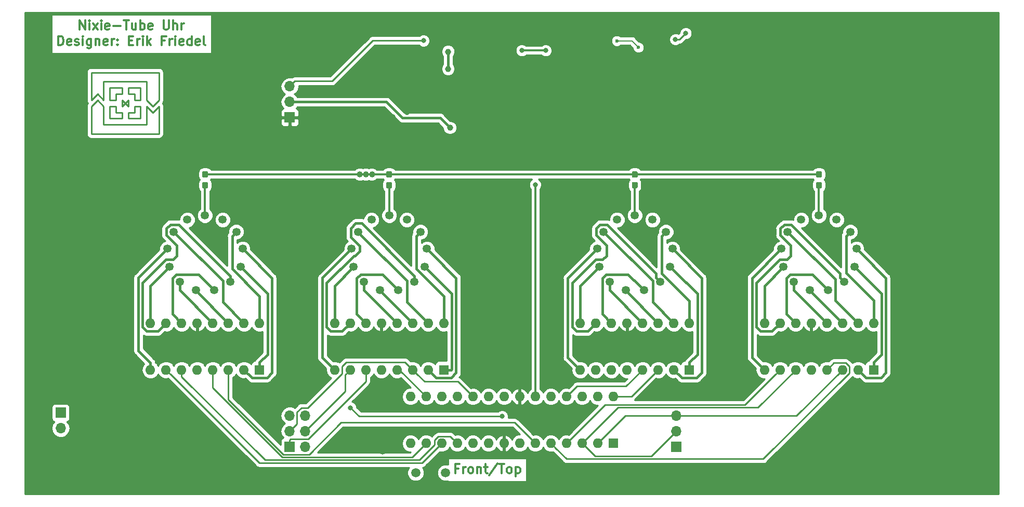
<source format=gbr>
G04 #@! TF.GenerationSoftware,KiCad,Pcbnew,(5.0.2)-1*
G04 #@! TF.CreationDate,2020-02-13T22:52:32+01:00*
G04 #@! TF.ProjectId,Nixie_Clock,4e697869-655f-4436-9c6f-636b2e6b6963,rev?*
G04 #@! TF.SameCoordinates,Original*
G04 #@! TF.FileFunction,Copper,L1,Top*
G04 #@! TF.FilePolarity,Positive*
%FSLAX46Y46*%
G04 Gerber Fmt 4.6, Leading zero omitted, Abs format (unit mm)*
G04 Created by KiCad (PCBNEW (5.0.2)-1) date 13.02.2020 22:52:32*
%MOMM*%
%LPD*%
G01*
G04 APERTURE LIST*
G04 #@! TA.AperFunction,NonConductor*
%ADD10C,0.300000*%
G04 #@! TD*
G04 #@! TA.AperFunction,ComponentPad*
%ADD11O,1.700000X1.700000*%
G04 #@! TD*
G04 #@! TA.AperFunction,ComponentPad*
%ADD12R,1.700000X1.700000*%
G04 #@! TD*
G04 #@! TA.AperFunction,ComponentPad*
%ADD13C,1.346200*%
G04 #@! TD*
G04 #@! TA.AperFunction,Conductor*
%ADD14C,0.100000*%
G04 #@! TD*
G04 #@! TA.AperFunction,SMDPad,CuDef*
%ADD15C,0.950000*%
G04 #@! TD*
G04 #@! TA.AperFunction,ComponentPad*
%ADD16R,1.600000X1.600000*%
G04 #@! TD*
G04 #@! TA.AperFunction,ComponentPad*
%ADD17O,1.600000X1.600000*%
G04 #@! TD*
G04 #@! TA.AperFunction,ComponentPad*
%ADD18C,1.500000*%
G04 #@! TD*
G04 #@! TA.AperFunction,ViaPad*
%ADD19C,3.000000*%
G04 #@! TD*
G04 #@! TA.AperFunction,ViaPad*
%ADD20C,0.800000*%
G04 #@! TD*
G04 #@! TA.AperFunction,ViaPad*
%ADD21C,1.000000*%
G04 #@! TD*
G04 #@! TA.AperFunction,ViaPad*
%ADD22C,0.600000*%
G04 #@! TD*
G04 #@! TA.AperFunction,Conductor*
%ADD23C,0.250000*%
G04 #@! TD*
G04 #@! TA.AperFunction,Conductor*
%ADD24C,0.400000*%
G04 #@! TD*
G04 #@! TA.AperFunction,Conductor*
%ADD25C,0.300000*%
G04 #@! TD*
G04 #@! TA.AperFunction,Conductor*
%ADD26C,0.200000*%
G04 #@! TD*
G04 #@! TA.AperFunction,Conductor*
%ADD27C,0.254000*%
G04 #@! TD*
G04 APERTURE END LIST*
D10*
X94607142Y-83503571D02*
X94607142Y-82003571D01*
X95464285Y-83503571D01*
X95464285Y-82003571D01*
X96178571Y-83503571D02*
X96178571Y-82503571D01*
X96178571Y-82003571D02*
X96107142Y-82075000D01*
X96178571Y-82146428D01*
X96250000Y-82075000D01*
X96178571Y-82003571D01*
X96178571Y-82146428D01*
X96750000Y-83503571D02*
X97535714Y-82503571D01*
X96750000Y-82503571D02*
X97535714Y-83503571D01*
X98107142Y-83503571D02*
X98107142Y-82503571D01*
X98107142Y-82003571D02*
X98035714Y-82075000D01*
X98107142Y-82146428D01*
X98178571Y-82075000D01*
X98107142Y-82003571D01*
X98107142Y-82146428D01*
X99392857Y-83432142D02*
X99250000Y-83503571D01*
X98964285Y-83503571D01*
X98821428Y-83432142D01*
X98750000Y-83289285D01*
X98750000Y-82717857D01*
X98821428Y-82575000D01*
X98964285Y-82503571D01*
X99250000Y-82503571D01*
X99392857Y-82575000D01*
X99464285Y-82717857D01*
X99464285Y-82860714D01*
X98750000Y-83003571D01*
X100107142Y-82932142D02*
X101250000Y-82932142D01*
X101750000Y-82003571D02*
X102607142Y-82003571D01*
X102178571Y-83503571D02*
X102178571Y-82003571D01*
X103750000Y-82503571D02*
X103750000Y-83503571D01*
X103107142Y-82503571D02*
X103107142Y-83289285D01*
X103178571Y-83432142D01*
X103321428Y-83503571D01*
X103535714Y-83503571D01*
X103678571Y-83432142D01*
X103750000Y-83360714D01*
X104464285Y-83503571D02*
X104464285Y-82003571D01*
X104464285Y-82575000D02*
X104607142Y-82503571D01*
X104892857Y-82503571D01*
X105035714Y-82575000D01*
X105107142Y-82646428D01*
X105178571Y-82789285D01*
X105178571Y-83217857D01*
X105107142Y-83360714D01*
X105035714Y-83432142D01*
X104892857Y-83503571D01*
X104607142Y-83503571D01*
X104464285Y-83432142D01*
X106392857Y-83432142D02*
X106250000Y-83503571D01*
X105964285Y-83503571D01*
X105821428Y-83432142D01*
X105750000Y-83289285D01*
X105750000Y-82717857D01*
X105821428Y-82575000D01*
X105964285Y-82503571D01*
X106250000Y-82503571D01*
X106392857Y-82575000D01*
X106464285Y-82717857D01*
X106464285Y-82860714D01*
X105750000Y-83003571D01*
X108250000Y-82003571D02*
X108250000Y-83217857D01*
X108321428Y-83360714D01*
X108392857Y-83432142D01*
X108535714Y-83503571D01*
X108821428Y-83503571D01*
X108964285Y-83432142D01*
X109035714Y-83360714D01*
X109107142Y-83217857D01*
X109107142Y-82003571D01*
X109821428Y-83503571D02*
X109821428Y-82003571D01*
X110464285Y-83503571D02*
X110464285Y-82717857D01*
X110392857Y-82575000D01*
X110250000Y-82503571D01*
X110035714Y-82503571D01*
X109892857Y-82575000D01*
X109821428Y-82646428D01*
X111178571Y-83503571D02*
X111178571Y-82503571D01*
X111178571Y-82789285D02*
X111250000Y-82646428D01*
X111321428Y-82575000D01*
X111464285Y-82503571D01*
X111607142Y-82503571D01*
X91107142Y-86053571D02*
X91107142Y-84553571D01*
X91464285Y-84553571D01*
X91678571Y-84625000D01*
X91821428Y-84767857D01*
X91892857Y-84910714D01*
X91964285Y-85196428D01*
X91964285Y-85410714D01*
X91892857Y-85696428D01*
X91821428Y-85839285D01*
X91678571Y-85982142D01*
X91464285Y-86053571D01*
X91107142Y-86053571D01*
X93178571Y-85982142D02*
X93035714Y-86053571D01*
X92750000Y-86053571D01*
X92607142Y-85982142D01*
X92535714Y-85839285D01*
X92535714Y-85267857D01*
X92607142Y-85125000D01*
X92750000Y-85053571D01*
X93035714Y-85053571D01*
X93178571Y-85125000D01*
X93250000Y-85267857D01*
X93250000Y-85410714D01*
X92535714Y-85553571D01*
X93821428Y-85982142D02*
X93964285Y-86053571D01*
X94250000Y-86053571D01*
X94392857Y-85982142D01*
X94464285Y-85839285D01*
X94464285Y-85767857D01*
X94392857Y-85625000D01*
X94250000Y-85553571D01*
X94035714Y-85553571D01*
X93892857Y-85482142D01*
X93821428Y-85339285D01*
X93821428Y-85267857D01*
X93892857Y-85125000D01*
X94035714Y-85053571D01*
X94250000Y-85053571D01*
X94392857Y-85125000D01*
X95107142Y-86053571D02*
X95107142Y-85053571D01*
X95107142Y-84553571D02*
X95035714Y-84625000D01*
X95107142Y-84696428D01*
X95178571Y-84625000D01*
X95107142Y-84553571D01*
X95107142Y-84696428D01*
X96464285Y-85053571D02*
X96464285Y-86267857D01*
X96392857Y-86410714D01*
X96321428Y-86482142D01*
X96178571Y-86553571D01*
X95964285Y-86553571D01*
X95821428Y-86482142D01*
X96464285Y-85982142D02*
X96321428Y-86053571D01*
X96035714Y-86053571D01*
X95892857Y-85982142D01*
X95821428Y-85910714D01*
X95750000Y-85767857D01*
X95750000Y-85339285D01*
X95821428Y-85196428D01*
X95892857Y-85125000D01*
X96035714Y-85053571D01*
X96321428Y-85053571D01*
X96464285Y-85125000D01*
X97178571Y-85053571D02*
X97178571Y-86053571D01*
X97178571Y-85196428D02*
X97250000Y-85125000D01*
X97392857Y-85053571D01*
X97607142Y-85053571D01*
X97750000Y-85125000D01*
X97821428Y-85267857D01*
X97821428Y-86053571D01*
X99107142Y-85982142D02*
X98964285Y-86053571D01*
X98678571Y-86053571D01*
X98535714Y-85982142D01*
X98464285Y-85839285D01*
X98464285Y-85267857D01*
X98535714Y-85125000D01*
X98678571Y-85053571D01*
X98964285Y-85053571D01*
X99107142Y-85125000D01*
X99178571Y-85267857D01*
X99178571Y-85410714D01*
X98464285Y-85553571D01*
X99821428Y-86053571D02*
X99821428Y-85053571D01*
X99821428Y-85339285D02*
X99892857Y-85196428D01*
X99964285Y-85125000D01*
X100107142Y-85053571D01*
X100250000Y-85053571D01*
X100750000Y-85910714D02*
X100821428Y-85982142D01*
X100750000Y-86053571D01*
X100678571Y-85982142D01*
X100750000Y-85910714D01*
X100750000Y-86053571D01*
X100750000Y-85125000D02*
X100821428Y-85196428D01*
X100750000Y-85267857D01*
X100678571Y-85196428D01*
X100750000Y-85125000D01*
X100750000Y-85267857D01*
X102607142Y-85267857D02*
X103107142Y-85267857D01*
X103321428Y-86053571D02*
X102607142Y-86053571D01*
X102607142Y-84553571D01*
X103321428Y-84553571D01*
X103964285Y-86053571D02*
X103964285Y-85053571D01*
X103964285Y-85339285D02*
X104035714Y-85196428D01*
X104107142Y-85125000D01*
X104250000Y-85053571D01*
X104392857Y-85053571D01*
X104892857Y-86053571D02*
X104892857Y-85053571D01*
X104892857Y-84553571D02*
X104821428Y-84625000D01*
X104892857Y-84696428D01*
X104964285Y-84625000D01*
X104892857Y-84553571D01*
X104892857Y-84696428D01*
X105607142Y-86053571D02*
X105607142Y-84553571D01*
X105750000Y-85482142D02*
X106178571Y-86053571D01*
X106178571Y-85053571D02*
X105607142Y-85625000D01*
X108464285Y-85267857D02*
X107964285Y-85267857D01*
X107964285Y-86053571D02*
X107964285Y-84553571D01*
X108678571Y-84553571D01*
X109250000Y-86053571D02*
X109250000Y-85053571D01*
X109250000Y-85339285D02*
X109321428Y-85196428D01*
X109392857Y-85125000D01*
X109535714Y-85053571D01*
X109678571Y-85053571D01*
X110178571Y-86053571D02*
X110178571Y-85053571D01*
X110178571Y-84553571D02*
X110107142Y-84625000D01*
X110178571Y-84696428D01*
X110250000Y-84625000D01*
X110178571Y-84553571D01*
X110178571Y-84696428D01*
X111464285Y-85982142D02*
X111321428Y-86053571D01*
X111035714Y-86053571D01*
X110892857Y-85982142D01*
X110821428Y-85839285D01*
X110821428Y-85267857D01*
X110892857Y-85125000D01*
X111035714Y-85053571D01*
X111321428Y-85053571D01*
X111464285Y-85125000D01*
X111535714Y-85267857D01*
X111535714Y-85410714D01*
X110821428Y-85553571D01*
X112821428Y-86053571D02*
X112821428Y-84553571D01*
X112821428Y-85982142D02*
X112678571Y-86053571D01*
X112392857Y-86053571D01*
X112250000Y-85982142D01*
X112178571Y-85910714D01*
X112107142Y-85767857D01*
X112107142Y-85339285D01*
X112178571Y-85196428D01*
X112250000Y-85125000D01*
X112392857Y-85053571D01*
X112678571Y-85053571D01*
X112821428Y-85125000D01*
X114107142Y-85982142D02*
X113964285Y-86053571D01*
X113678571Y-86053571D01*
X113535714Y-85982142D01*
X113464285Y-85839285D01*
X113464285Y-85267857D01*
X113535714Y-85125000D01*
X113678571Y-85053571D01*
X113964285Y-85053571D01*
X114107142Y-85125000D01*
X114178571Y-85267857D01*
X114178571Y-85410714D01*
X113464285Y-85553571D01*
X115035714Y-86053571D02*
X114892857Y-85982142D01*
X114821428Y-85839285D01*
X114821428Y-84553571D01*
X156250000Y-155092857D02*
X155750000Y-155092857D01*
X155750000Y-155878571D02*
X155750000Y-154378571D01*
X156464285Y-154378571D01*
X157035714Y-155878571D02*
X157035714Y-154878571D01*
X157035714Y-155164285D02*
X157107142Y-155021428D01*
X157178571Y-154950000D01*
X157321428Y-154878571D01*
X157464285Y-154878571D01*
X158178571Y-155878571D02*
X158035714Y-155807142D01*
X157964285Y-155735714D01*
X157892857Y-155592857D01*
X157892857Y-155164285D01*
X157964285Y-155021428D01*
X158035714Y-154950000D01*
X158178571Y-154878571D01*
X158392857Y-154878571D01*
X158535714Y-154950000D01*
X158607142Y-155021428D01*
X158678571Y-155164285D01*
X158678571Y-155592857D01*
X158607142Y-155735714D01*
X158535714Y-155807142D01*
X158392857Y-155878571D01*
X158178571Y-155878571D01*
X159321428Y-154878571D02*
X159321428Y-155878571D01*
X159321428Y-155021428D02*
X159392857Y-154950000D01*
X159535714Y-154878571D01*
X159750000Y-154878571D01*
X159892857Y-154950000D01*
X159964285Y-155092857D01*
X159964285Y-155878571D01*
X160464285Y-154878571D02*
X161035714Y-154878571D01*
X160678571Y-154378571D02*
X160678571Y-155664285D01*
X160750000Y-155807142D01*
X160892857Y-155878571D01*
X161035714Y-155878571D01*
X162607142Y-154307142D02*
X161321428Y-156235714D01*
X162892857Y-154378571D02*
X163750000Y-154378571D01*
X163321428Y-155878571D02*
X163321428Y-154378571D01*
X164464285Y-155878571D02*
X164321428Y-155807142D01*
X164250000Y-155735714D01*
X164178571Y-155592857D01*
X164178571Y-155164285D01*
X164250000Y-155021428D01*
X164321428Y-154950000D01*
X164464285Y-154878571D01*
X164678571Y-154878571D01*
X164821428Y-154950000D01*
X164892857Y-155021428D01*
X164964285Y-155164285D01*
X164964285Y-155592857D01*
X164892857Y-155735714D01*
X164821428Y-155807142D01*
X164678571Y-155878571D01*
X164464285Y-155878571D01*
X165607142Y-154878571D02*
X165607142Y-156378571D01*
X165607142Y-154950000D02*
X165750000Y-154878571D01*
X166035714Y-154878571D01*
X166178571Y-154950000D01*
X166250000Y-155021428D01*
X166321428Y-155164285D01*
X166321428Y-155592857D01*
X166250000Y-155735714D01*
X166178571Y-155807142D01*
X166035714Y-155878571D01*
X165750000Y-155878571D01*
X165607142Y-155807142D01*
D11*
G04 #@! TO.P,J1,3*
G04 #@! TO.N,~SHDN*
X128800000Y-92760000D03*
G04 #@! TO.P,J1,2*
G04 #@! TO.N,+5V*
X128800000Y-95300000D03*
D12*
G04 #@! TO.P,J1,1*
G04 #@! TO.N,GND*
X128800000Y-97840000D03*
G04 #@! TD*
G04 #@! TO.P,J2,1*
G04 #@! TO.N,~Reset*
X191800000Y-151540000D03*
D11*
G04 #@! TO.P,J2,2*
G04 #@! TO.N,/Pin1_TX*
X191800000Y-149000000D03*
G04 #@! TO.P,J2,3*
G04 #@! TO.N,/Pin0_RX*
X191800000Y-146460000D03*
G04 #@! TD*
D12*
G04 #@! TO.P,J3,1*
G04 #@! TO.N,/MISO*
X128800000Y-151540000D03*
D11*
G04 #@! TO.P,J3,2*
G04 #@! TO.N,+5V*
X131340000Y-151540000D03*
G04 #@! TO.P,J3,3*
G04 #@! TO.N,/SCK*
X128800000Y-149000000D03*
G04 #@! TO.P,J3,4*
G04 #@! TO.N,/MOSI*
X131340000Y-149000000D03*
G04 #@! TO.P,J3,5*
G04 #@! TO.N,~Reset*
X128800000Y-146460000D03*
G04 #@! TO.P,J3,6*
G04 #@! TO.N,GND*
X131340000Y-146460000D03*
G04 #@! TD*
D12*
G04 #@! TO.P,J5,1*
G04 #@! TO.N,/SCL*
X91500000Y-146000000D03*
D11*
G04 #@! TO.P,J5,2*
G04 #@! TO.N,/SDA*
X91500000Y-148540000D03*
G04 #@! TD*
D13*
G04 #@! TO.P,Nh1,RHDP*
G04 #@! TO.N,Net-(Nh1-PadRHDP)*
X142124720Y-114521220D03*
G04 #@! TO.P,Nh1,LHDP*
G04 #@! TO.N,Net-(Nh1-PadLHDP)*
X147875280Y-114521220D03*
G04 #@! TO.P,Nh1,A*
G04 #@! TO.N,Net-(Nh1-PadA)*
X145000000Y-113812560D03*
G04 #@! TO.P,Nh1,9*
G04 #@! TO.N,Net-(Nh1-Pad9)*
X151144260Y-119255780D03*
G04 #@! TO.P,Nh1,8*
G04 #@! TO.N,Net-(Nh1-Pad8)*
X150786120Y-122194560D03*
G04 #@! TO.P,Nh1,7*
G04 #@! TO.N,Net-(Nh1-Pad7)*
X149104640Y-124632960D03*
G04 #@! TO.P,Nh1,6*
G04 #@! TO.N,Net-(Nh1-Pad6)*
X146480820Y-126009640D03*
G04 #@! TO.P,Nh1,5*
G04 #@! TO.N,Net-(Nh1-Pad5)*
X143519180Y-126009640D03*
G04 #@! TO.P,Nh1,4*
G04 #@! TO.N,Net-(Nh1-Pad4)*
X140895360Y-124632960D03*
G04 #@! TO.P,Nh1,3*
G04 #@! TO.N,Net-(Nh1-Pad3)*
X139213880Y-122194560D03*
G04 #@! TO.P,Nh1,2*
G04 #@! TO.N,Net-(Nh1-Pad2)*
X138855740Y-119255780D03*
G04 #@! TO.P,Nh1,1*
G04 #@! TO.N,Net-(Nh1-Pad1)*
X139907300Y-116484640D03*
G04 #@! TO.P,Nh1,0*
G04 #@! TO.N,Net-(Nh1-Pad0)*
X150092700Y-116484640D03*
G04 #@! TD*
G04 #@! TO.P,Nh10,0*
G04 #@! TO.N,Net-(Nh10-Pad0)*
X120092700Y-116484640D03*
G04 #@! TO.P,Nh10,1*
G04 #@! TO.N,Net-(Nh10-Pad1)*
X109907300Y-116484640D03*
G04 #@! TO.P,Nh10,2*
G04 #@! TO.N,Net-(Nh10-Pad2)*
X108855740Y-119255780D03*
G04 #@! TO.P,Nh10,3*
G04 #@! TO.N,Net-(Nh10-Pad3)*
X109213880Y-122194560D03*
G04 #@! TO.P,Nh10,4*
G04 #@! TO.N,Net-(Nh10-Pad4)*
X110895360Y-124632960D03*
G04 #@! TO.P,Nh10,5*
G04 #@! TO.N,Net-(Nh10-Pad5)*
X113519180Y-126009640D03*
G04 #@! TO.P,Nh10,6*
G04 #@! TO.N,Net-(Nh10-Pad6)*
X116480820Y-126009640D03*
G04 #@! TO.P,Nh10,7*
G04 #@! TO.N,Net-(Nh10-Pad7)*
X119104640Y-124632960D03*
G04 #@! TO.P,Nh10,8*
G04 #@! TO.N,Net-(Nh10-Pad8)*
X120786120Y-122194560D03*
G04 #@! TO.P,Nh10,9*
G04 #@! TO.N,Net-(Nh10-Pad9)*
X121144260Y-119255780D03*
G04 #@! TO.P,Nh10,A*
G04 #@! TO.N,Net-(Nh10-PadA)*
X115000000Y-113812560D03*
G04 #@! TO.P,Nh10,LHDP*
G04 #@! TO.N,Net-(Nh10-PadLHDP)*
X117875280Y-114521220D03*
G04 #@! TO.P,Nh10,RHDP*
G04 #@! TO.N,Net-(Nh10-PadRHDP)*
X112124720Y-114521220D03*
G04 #@! TD*
G04 #@! TO.P,Nm1,RHDP*
G04 #@! TO.N,Net-(Nm1-PadRHDP)*
X212124720Y-114521220D03*
G04 #@! TO.P,Nm1,LHDP*
G04 #@! TO.N,Net-(Nm1-PadLHDP)*
X217875280Y-114521220D03*
G04 #@! TO.P,Nm1,A*
G04 #@! TO.N,Net-(Nm1-PadA)*
X215000000Y-113812560D03*
G04 #@! TO.P,Nm1,9*
G04 #@! TO.N,Net-(Nm1-Pad9)*
X221144260Y-119255780D03*
G04 #@! TO.P,Nm1,8*
G04 #@! TO.N,Net-(Nm1-Pad8)*
X220786120Y-122194560D03*
G04 #@! TO.P,Nm1,7*
G04 #@! TO.N,Net-(Nm1-Pad7)*
X219104640Y-124632960D03*
G04 #@! TO.P,Nm1,6*
G04 #@! TO.N,Net-(Nm1-Pad6)*
X216480820Y-126009640D03*
G04 #@! TO.P,Nm1,5*
G04 #@! TO.N,Net-(Nm1-Pad5)*
X213519180Y-126009640D03*
G04 #@! TO.P,Nm1,4*
G04 #@! TO.N,Net-(Nm1-Pad4)*
X210895360Y-124632960D03*
G04 #@! TO.P,Nm1,3*
G04 #@! TO.N,Net-(Nm1-Pad3)*
X209213880Y-122194560D03*
G04 #@! TO.P,Nm1,2*
G04 #@! TO.N,Net-(Nm1-Pad2)*
X208855740Y-119255780D03*
G04 #@! TO.P,Nm1,1*
G04 #@! TO.N,Net-(Nm1-Pad1)*
X209907300Y-116484640D03*
G04 #@! TO.P,Nm1,0*
G04 #@! TO.N,Net-(Nm1-Pad0)*
X220092700Y-116484640D03*
G04 #@! TD*
G04 #@! TO.P,Nm10,0*
G04 #@! TO.N,Net-(Nm10-Pad0)*
X190092700Y-116484640D03*
G04 #@! TO.P,Nm10,1*
G04 #@! TO.N,Net-(Nm10-Pad1)*
X179907300Y-116484640D03*
G04 #@! TO.P,Nm10,2*
G04 #@! TO.N,Net-(Nm10-Pad2)*
X178855740Y-119255780D03*
G04 #@! TO.P,Nm10,3*
G04 #@! TO.N,Net-(Nm10-Pad3)*
X179213880Y-122194560D03*
G04 #@! TO.P,Nm10,4*
G04 #@! TO.N,Net-(Nm10-Pad4)*
X180895360Y-124632960D03*
G04 #@! TO.P,Nm10,5*
G04 #@! TO.N,Net-(Nm10-Pad5)*
X183519180Y-126009640D03*
G04 #@! TO.P,Nm10,6*
G04 #@! TO.N,Net-(Nm10-Pad6)*
X186480820Y-126009640D03*
G04 #@! TO.P,Nm10,7*
G04 #@! TO.N,Net-(Nm10-Pad7)*
X189104640Y-124632960D03*
G04 #@! TO.P,Nm10,8*
G04 #@! TO.N,Net-(Nm10-Pad8)*
X190786120Y-122194560D03*
G04 #@! TO.P,Nm10,9*
G04 #@! TO.N,Net-(Nm10-Pad9)*
X191144260Y-119255780D03*
G04 #@! TO.P,Nm10,A*
G04 #@! TO.N,Net-(Nm10-PadA)*
X185000000Y-113812560D03*
G04 #@! TO.P,Nm10,LHDP*
G04 #@! TO.N,Net-(Nm10-PadLHDP)*
X187875280Y-114521220D03*
G04 #@! TO.P,Nm10,RHDP*
G04 #@! TO.N,Net-(Nm10-PadRHDP)*
X182124720Y-114521220D03*
G04 #@! TD*
D14*
G04 #@! TO.N,170V*
G04 #@! TO.C,R11*
G36*
X215260779Y-106601144D02*
X215283834Y-106604563D01*
X215306443Y-106610227D01*
X215328387Y-106618079D01*
X215349457Y-106628044D01*
X215369448Y-106640026D01*
X215388168Y-106653910D01*
X215405438Y-106669562D01*
X215421090Y-106686832D01*
X215434974Y-106705552D01*
X215446956Y-106725543D01*
X215456921Y-106746613D01*
X215464773Y-106768557D01*
X215470437Y-106791166D01*
X215473856Y-106814221D01*
X215475000Y-106837500D01*
X215475000Y-107412500D01*
X215473856Y-107435779D01*
X215470437Y-107458834D01*
X215464773Y-107481443D01*
X215456921Y-107503387D01*
X215446956Y-107524457D01*
X215434974Y-107544448D01*
X215421090Y-107563168D01*
X215405438Y-107580438D01*
X215388168Y-107596090D01*
X215369448Y-107609974D01*
X215349457Y-107621956D01*
X215328387Y-107631921D01*
X215306443Y-107639773D01*
X215283834Y-107645437D01*
X215260779Y-107648856D01*
X215237500Y-107650000D01*
X214762500Y-107650000D01*
X214739221Y-107648856D01*
X214716166Y-107645437D01*
X214693557Y-107639773D01*
X214671613Y-107631921D01*
X214650543Y-107621956D01*
X214630552Y-107609974D01*
X214611832Y-107596090D01*
X214594562Y-107580438D01*
X214578910Y-107563168D01*
X214565026Y-107544448D01*
X214553044Y-107524457D01*
X214543079Y-107503387D01*
X214535227Y-107481443D01*
X214529563Y-107458834D01*
X214526144Y-107435779D01*
X214525000Y-107412500D01*
X214525000Y-106837500D01*
X214526144Y-106814221D01*
X214529563Y-106791166D01*
X214535227Y-106768557D01*
X214543079Y-106746613D01*
X214553044Y-106725543D01*
X214565026Y-106705552D01*
X214578910Y-106686832D01*
X214594562Y-106669562D01*
X214611832Y-106653910D01*
X214630552Y-106640026D01*
X214650543Y-106628044D01*
X214671613Y-106618079D01*
X214693557Y-106610227D01*
X214716166Y-106604563D01*
X214739221Y-106601144D01*
X214762500Y-106600000D01*
X215237500Y-106600000D01*
X215260779Y-106601144D01*
X215260779Y-106601144D01*
G37*
D15*
G04 #@! TD*
G04 #@! TO.P,R11,1*
G04 #@! TO.N,170V*
X215000000Y-107125000D03*
D14*
G04 #@! TO.N,Net-(Nm1-PadA)*
G04 #@! TO.C,R11*
G36*
X215260779Y-108351144D02*
X215283834Y-108354563D01*
X215306443Y-108360227D01*
X215328387Y-108368079D01*
X215349457Y-108378044D01*
X215369448Y-108390026D01*
X215388168Y-108403910D01*
X215405438Y-108419562D01*
X215421090Y-108436832D01*
X215434974Y-108455552D01*
X215446956Y-108475543D01*
X215456921Y-108496613D01*
X215464773Y-108518557D01*
X215470437Y-108541166D01*
X215473856Y-108564221D01*
X215475000Y-108587500D01*
X215475000Y-109162500D01*
X215473856Y-109185779D01*
X215470437Y-109208834D01*
X215464773Y-109231443D01*
X215456921Y-109253387D01*
X215446956Y-109274457D01*
X215434974Y-109294448D01*
X215421090Y-109313168D01*
X215405438Y-109330438D01*
X215388168Y-109346090D01*
X215369448Y-109359974D01*
X215349457Y-109371956D01*
X215328387Y-109381921D01*
X215306443Y-109389773D01*
X215283834Y-109395437D01*
X215260779Y-109398856D01*
X215237500Y-109400000D01*
X214762500Y-109400000D01*
X214739221Y-109398856D01*
X214716166Y-109395437D01*
X214693557Y-109389773D01*
X214671613Y-109381921D01*
X214650543Y-109371956D01*
X214630552Y-109359974D01*
X214611832Y-109346090D01*
X214594562Y-109330438D01*
X214578910Y-109313168D01*
X214565026Y-109294448D01*
X214553044Y-109274457D01*
X214543079Y-109253387D01*
X214535227Y-109231443D01*
X214529563Y-109208834D01*
X214526144Y-109185779D01*
X214525000Y-109162500D01*
X214525000Y-108587500D01*
X214526144Y-108564221D01*
X214529563Y-108541166D01*
X214535227Y-108518557D01*
X214543079Y-108496613D01*
X214553044Y-108475543D01*
X214565026Y-108455552D01*
X214578910Y-108436832D01*
X214594562Y-108419562D01*
X214611832Y-108403910D01*
X214630552Y-108390026D01*
X214650543Y-108378044D01*
X214671613Y-108368079D01*
X214693557Y-108360227D01*
X214716166Y-108354563D01*
X214739221Y-108351144D01*
X214762500Y-108350000D01*
X215237500Y-108350000D01*
X215260779Y-108351144D01*
X215260779Y-108351144D01*
G37*
D15*
G04 #@! TD*
G04 #@! TO.P,R11,2*
G04 #@! TO.N,Net-(Nm1-PadA)*
X215000000Y-108875000D03*
D14*
G04 #@! TO.N,Net-(Nm10-PadA)*
G04 #@! TO.C,R12*
G36*
X185260779Y-108351144D02*
X185283834Y-108354563D01*
X185306443Y-108360227D01*
X185328387Y-108368079D01*
X185349457Y-108378044D01*
X185369448Y-108390026D01*
X185388168Y-108403910D01*
X185405438Y-108419562D01*
X185421090Y-108436832D01*
X185434974Y-108455552D01*
X185446956Y-108475543D01*
X185456921Y-108496613D01*
X185464773Y-108518557D01*
X185470437Y-108541166D01*
X185473856Y-108564221D01*
X185475000Y-108587500D01*
X185475000Y-109162500D01*
X185473856Y-109185779D01*
X185470437Y-109208834D01*
X185464773Y-109231443D01*
X185456921Y-109253387D01*
X185446956Y-109274457D01*
X185434974Y-109294448D01*
X185421090Y-109313168D01*
X185405438Y-109330438D01*
X185388168Y-109346090D01*
X185369448Y-109359974D01*
X185349457Y-109371956D01*
X185328387Y-109381921D01*
X185306443Y-109389773D01*
X185283834Y-109395437D01*
X185260779Y-109398856D01*
X185237500Y-109400000D01*
X184762500Y-109400000D01*
X184739221Y-109398856D01*
X184716166Y-109395437D01*
X184693557Y-109389773D01*
X184671613Y-109381921D01*
X184650543Y-109371956D01*
X184630552Y-109359974D01*
X184611832Y-109346090D01*
X184594562Y-109330438D01*
X184578910Y-109313168D01*
X184565026Y-109294448D01*
X184553044Y-109274457D01*
X184543079Y-109253387D01*
X184535227Y-109231443D01*
X184529563Y-109208834D01*
X184526144Y-109185779D01*
X184525000Y-109162500D01*
X184525000Y-108587500D01*
X184526144Y-108564221D01*
X184529563Y-108541166D01*
X184535227Y-108518557D01*
X184543079Y-108496613D01*
X184553044Y-108475543D01*
X184565026Y-108455552D01*
X184578910Y-108436832D01*
X184594562Y-108419562D01*
X184611832Y-108403910D01*
X184630552Y-108390026D01*
X184650543Y-108378044D01*
X184671613Y-108368079D01*
X184693557Y-108360227D01*
X184716166Y-108354563D01*
X184739221Y-108351144D01*
X184762500Y-108350000D01*
X185237500Y-108350000D01*
X185260779Y-108351144D01*
X185260779Y-108351144D01*
G37*
D15*
G04 #@! TD*
G04 #@! TO.P,R12,2*
G04 #@! TO.N,Net-(Nm10-PadA)*
X185000000Y-108875000D03*
D14*
G04 #@! TO.N,170V*
G04 #@! TO.C,R12*
G36*
X185260779Y-106601144D02*
X185283834Y-106604563D01*
X185306443Y-106610227D01*
X185328387Y-106618079D01*
X185349457Y-106628044D01*
X185369448Y-106640026D01*
X185388168Y-106653910D01*
X185405438Y-106669562D01*
X185421090Y-106686832D01*
X185434974Y-106705552D01*
X185446956Y-106725543D01*
X185456921Y-106746613D01*
X185464773Y-106768557D01*
X185470437Y-106791166D01*
X185473856Y-106814221D01*
X185475000Y-106837500D01*
X185475000Y-107412500D01*
X185473856Y-107435779D01*
X185470437Y-107458834D01*
X185464773Y-107481443D01*
X185456921Y-107503387D01*
X185446956Y-107524457D01*
X185434974Y-107544448D01*
X185421090Y-107563168D01*
X185405438Y-107580438D01*
X185388168Y-107596090D01*
X185369448Y-107609974D01*
X185349457Y-107621956D01*
X185328387Y-107631921D01*
X185306443Y-107639773D01*
X185283834Y-107645437D01*
X185260779Y-107648856D01*
X185237500Y-107650000D01*
X184762500Y-107650000D01*
X184739221Y-107648856D01*
X184716166Y-107645437D01*
X184693557Y-107639773D01*
X184671613Y-107631921D01*
X184650543Y-107621956D01*
X184630552Y-107609974D01*
X184611832Y-107596090D01*
X184594562Y-107580438D01*
X184578910Y-107563168D01*
X184565026Y-107544448D01*
X184553044Y-107524457D01*
X184543079Y-107503387D01*
X184535227Y-107481443D01*
X184529563Y-107458834D01*
X184526144Y-107435779D01*
X184525000Y-107412500D01*
X184525000Y-106837500D01*
X184526144Y-106814221D01*
X184529563Y-106791166D01*
X184535227Y-106768557D01*
X184543079Y-106746613D01*
X184553044Y-106725543D01*
X184565026Y-106705552D01*
X184578910Y-106686832D01*
X184594562Y-106669562D01*
X184611832Y-106653910D01*
X184630552Y-106640026D01*
X184650543Y-106628044D01*
X184671613Y-106618079D01*
X184693557Y-106610227D01*
X184716166Y-106604563D01*
X184739221Y-106601144D01*
X184762500Y-106600000D01*
X185237500Y-106600000D01*
X185260779Y-106601144D01*
X185260779Y-106601144D01*
G37*
D15*
G04 #@! TD*
G04 #@! TO.P,R12,1*
G04 #@! TO.N,170V*
X185000000Y-107125000D03*
D14*
G04 #@! TO.N,Net-(Nh1-PadA)*
G04 #@! TO.C,R13*
G36*
X145260779Y-108351144D02*
X145283834Y-108354563D01*
X145306443Y-108360227D01*
X145328387Y-108368079D01*
X145349457Y-108378044D01*
X145369448Y-108390026D01*
X145388168Y-108403910D01*
X145405438Y-108419562D01*
X145421090Y-108436832D01*
X145434974Y-108455552D01*
X145446956Y-108475543D01*
X145456921Y-108496613D01*
X145464773Y-108518557D01*
X145470437Y-108541166D01*
X145473856Y-108564221D01*
X145475000Y-108587500D01*
X145475000Y-109162500D01*
X145473856Y-109185779D01*
X145470437Y-109208834D01*
X145464773Y-109231443D01*
X145456921Y-109253387D01*
X145446956Y-109274457D01*
X145434974Y-109294448D01*
X145421090Y-109313168D01*
X145405438Y-109330438D01*
X145388168Y-109346090D01*
X145369448Y-109359974D01*
X145349457Y-109371956D01*
X145328387Y-109381921D01*
X145306443Y-109389773D01*
X145283834Y-109395437D01*
X145260779Y-109398856D01*
X145237500Y-109400000D01*
X144762500Y-109400000D01*
X144739221Y-109398856D01*
X144716166Y-109395437D01*
X144693557Y-109389773D01*
X144671613Y-109381921D01*
X144650543Y-109371956D01*
X144630552Y-109359974D01*
X144611832Y-109346090D01*
X144594562Y-109330438D01*
X144578910Y-109313168D01*
X144565026Y-109294448D01*
X144553044Y-109274457D01*
X144543079Y-109253387D01*
X144535227Y-109231443D01*
X144529563Y-109208834D01*
X144526144Y-109185779D01*
X144525000Y-109162500D01*
X144525000Y-108587500D01*
X144526144Y-108564221D01*
X144529563Y-108541166D01*
X144535227Y-108518557D01*
X144543079Y-108496613D01*
X144553044Y-108475543D01*
X144565026Y-108455552D01*
X144578910Y-108436832D01*
X144594562Y-108419562D01*
X144611832Y-108403910D01*
X144630552Y-108390026D01*
X144650543Y-108378044D01*
X144671613Y-108368079D01*
X144693557Y-108360227D01*
X144716166Y-108354563D01*
X144739221Y-108351144D01*
X144762500Y-108350000D01*
X145237500Y-108350000D01*
X145260779Y-108351144D01*
X145260779Y-108351144D01*
G37*
D15*
G04 #@! TD*
G04 #@! TO.P,R13,2*
G04 #@! TO.N,Net-(Nh1-PadA)*
X145000000Y-108875000D03*
D14*
G04 #@! TO.N,170V*
G04 #@! TO.C,R13*
G36*
X145260779Y-106601144D02*
X145283834Y-106604563D01*
X145306443Y-106610227D01*
X145328387Y-106618079D01*
X145349457Y-106628044D01*
X145369448Y-106640026D01*
X145388168Y-106653910D01*
X145405438Y-106669562D01*
X145421090Y-106686832D01*
X145434974Y-106705552D01*
X145446956Y-106725543D01*
X145456921Y-106746613D01*
X145464773Y-106768557D01*
X145470437Y-106791166D01*
X145473856Y-106814221D01*
X145475000Y-106837500D01*
X145475000Y-107412500D01*
X145473856Y-107435779D01*
X145470437Y-107458834D01*
X145464773Y-107481443D01*
X145456921Y-107503387D01*
X145446956Y-107524457D01*
X145434974Y-107544448D01*
X145421090Y-107563168D01*
X145405438Y-107580438D01*
X145388168Y-107596090D01*
X145369448Y-107609974D01*
X145349457Y-107621956D01*
X145328387Y-107631921D01*
X145306443Y-107639773D01*
X145283834Y-107645437D01*
X145260779Y-107648856D01*
X145237500Y-107650000D01*
X144762500Y-107650000D01*
X144739221Y-107648856D01*
X144716166Y-107645437D01*
X144693557Y-107639773D01*
X144671613Y-107631921D01*
X144650543Y-107621956D01*
X144630552Y-107609974D01*
X144611832Y-107596090D01*
X144594562Y-107580438D01*
X144578910Y-107563168D01*
X144565026Y-107544448D01*
X144553044Y-107524457D01*
X144543079Y-107503387D01*
X144535227Y-107481443D01*
X144529563Y-107458834D01*
X144526144Y-107435779D01*
X144525000Y-107412500D01*
X144525000Y-106837500D01*
X144526144Y-106814221D01*
X144529563Y-106791166D01*
X144535227Y-106768557D01*
X144543079Y-106746613D01*
X144553044Y-106725543D01*
X144565026Y-106705552D01*
X144578910Y-106686832D01*
X144594562Y-106669562D01*
X144611832Y-106653910D01*
X144630552Y-106640026D01*
X144650543Y-106628044D01*
X144671613Y-106618079D01*
X144693557Y-106610227D01*
X144716166Y-106604563D01*
X144739221Y-106601144D01*
X144762500Y-106600000D01*
X145237500Y-106600000D01*
X145260779Y-106601144D01*
X145260779Y-106601144D01*
G37*
D15*
G04 #@! TD*
G04 #@! TO.P,R13,1*
G04 #@! TO.N,170V*
X145000000Y-107125000D03*
D14*
G04 #@! TO.N,170V*
G04 #@! TO.C,R14*
G36*
X115260779Y-106601144D02*
X115283834Y-106604563D01*
X115306443Y-106610227D01*
X115328387Y-106618079D01*
X115349457Y-106628044D01*
X115369448Y-106640026D01*
X115388168Y-106653910D01*
X115405438Y-106669562D01*
X115421090Y-106686832D01*
X115434974Y-106705552D01*
X115446956Y-106725543D01*
X115456921Y-106746613D01*
X115464773Y-106768557D01*
X115470437Y-106791166D01*
X115473856Y-106814221D01*
X115475000Y-106837500D01*
X115475000Y-107412500D01*
X115473856Y-107435779D01*
X115470437Y-107458834D01*
X115464773Y-107481443D01*
X115456921Y-107503387D01*
X115446956Y-107524457D01*
X115434974Y-107544448D01*
X115421090Y-107563168D01*
X115405438Y-107580438D01*
X115388168Y-107596090D01*
X115369448Y-107609974D01*
X115349457Y-107621956D01*
X115328387Y-107631921D01*
X115306443Y-107639773D01*
X115283834Y-107645437D01*
X115260779Y-107648856D01*
X115237500Y-107650000D01*
X114762500Y-107650000D01*
X114739221Y-107648856D01*
X114716166Y-107645437D01*
X114693557Y-107639773D01*
X114671613Y-107631921D01*
X114650543Y-107621956D01*
X114630552Y-107609974D01*
X114611832Y-107596090D01*
X114594562Y-107580438D01*
X114578910Y-107563168D01*
X114565026Y-107544448D01*
X114553044Y-107524457D01*
X114543079Y-107503387D01*
X114535227Y-107481443D01*
X114529563Y-107458834D01*
X114526144Y-107435779D01*
X114525000Y-107412500D01*
X114525000Y-106837500D01*
X114526144Y-106814221D01*
X114529563Y-106791166D01*
X114535227Y-106768557D01*
X114543079Y-106746613D01*
X114553044Y-106725543D01*
X114565026Y-106705552D01*
X114578910Y-106686832D01*
X114594562Y-106669562D01*
X114611832Y-106653910D01*
X114630552Y-106640026D01*
X114650543Y-106628044D01*
X114671613Y-106618079D01*
X114693557Y-106610227D01*
X114716166Y-106604563D01*
X114739221Y-106601144D01*
X114762500Y-106600000D01*
X115237500Y-106600000D01*
X115260779Y-106601144D01*
X115260779Y-106601144D01*
G37*
D15*
G04 #@! TD*
G04 #@! TO.P,R14,1*
G04 #@! TO.N,170V*
X115000000Y-107125000D03*
D14*
G04 #@! TO.N,Net-(Nh10-PadA)*
G04 #@! TO.C,R14*
G36*
X115260779Y-108351144D02*
X115283834Y-108354563D01*
X115306443Y-108360227D01*
X115328387Y-108368079D01*
X115349457Y-108378044D01*
X115369448Y-108390026D01*
X115388168Y-108403910D01*
X115405438Y-108419562D01*
X115421090Y-108436832D01*
X115434974Y-108455552D01*
X115446956Y-108475543D01*
X115456921Y-108496613D01*
X115464773Y-108518557D01*
X115470437Y-108541166D01*
X115473856Y-108564221D01*
X115475000Y-108587500D01*
X115475000Y-109162500D01*
X115473856Y-109185779D01*
X115470437Y-109208834D01*
X115464773Y-109231443D01*
X115456921Y-109253387D01*
X115446956Y-109274457D01*
X115434974Y-109294448D01*
X115421090Y-109313168D01*
X115405438Y-109330438D01*
X115388168Y-109346090D01*
X115369448Y-109359974D01*
X115349457Y-109371956D01*
X115328387Y-109381921D01*
X115306443Y-109389773D01*
X115283834Y-109395437D01*
X115260779Y-109398856D01*
X115237500Y-109400000D01*
X114762500Y-109400000D01*
X114739221Y-109398856D01*
X114716166Y-109395437D01*
X114693557Y-109389773D01*
X114671613Y-109381921D01*
X114650543Y-109371956D01*
X114630552Y-109359974D01*
X114611832Y-109346090D01*
X114594562Y-109330438D01*
X114578910Y-109313168D01*
X114565026Y-109294448D01*
X114553044Y-109274457D01*
X114543079Y-109253387D01*
X114535227Y-109231443D01*
X114529563Y-109208834D01*
X114526144Y-109185779D01*
X114525000Y-109162500D01*
X114525000Y-108587500D01*
X114526144Y-108564221D01*
X114529563Y-108541166D01*
X114535227Y-108518557D01*
X114543079Y-108496613D01*
X114553044Y-108475543D01*
X114565026Y-108455552D01*
X114578910Y-108436832D01*
X114594562Y-108419562D01*
X114611832Y-108403910D01*
X114630552Y-108390026D01*
X114650543Y-108378044D01*
X114671613Y-108368079D01*
X114693557Y-108360227D01*
X114716166Y-108354563D01*
X114739221Y-108351144D01*
X114762500Y-108350000D01*
X115237500Y-108350000D01*
X115260779Y-108351144D01*
X115260779Y-108351144D01*
G37*
D15*
G04 #@! TD*
G04 #@! TO.P,R14,2*
G04 #@! TO.N,Net-(Nh10-PadA)*
X115000000Y-108875000D03*
D16*
G04 #@! TO.P,U3,1*
G04 #@! TO.N,~Reset*
X181500000Y-151000000D03*
D17*
G04 #@! TO.P,U3,15*
G04 #@! TO.N,/SCL*
X148480000Y-143380000D03*
G04 #@! TO.P,U3,2*
G04 #@! TO.N,/Pin0_RX*
X178960000Y-151000000D03*
G04 #@! TO.P,U3,16*
G04 #@! TO.N,/Nixie Tube un Treiber/h04*
X151020000Y-143380000D03*
G04 #@! TO.P,U3,3*
G04 #@! TO.N,/Pin1_TX*
X176420000Y-151000000D03*
G04 #@! TO.P,U3,17*
G04 #@! TO.N,/MOSI*
X153560000Y-143380000D03*
G04 #@! TO.P,U3,4*
G04 #@! TO.N,/Nixie Tube un Treiber/m03*
X173880000Y-151000000D03*
G04 #@! TO.P,U3,18*
G04 #@! TO.N,/MISO*
X156100000Y-143380000D03*
G04 #@! TO.P,U3,5*
G04 #@! TO.N,/Nixie Tube un Treiber/m04*
X171340000Y-151000000D03*
G04 #@! TO.P,U3,19*
G04 #@! TO.N,/SCK*
X158640000Y-143380000D03*
G04 #@! TO.P,U3,6*
G04 #@! TO.N,/Nixie Tube un Treiber/h11*
X168800000Y-151000000D03*
G04 #@! TO.P,U3,20*
G04 #@! TO.N,+5V*
X161180000Y-143380000D03*
G04 #@! TO.P,U3,7*
X166260000Y-151000000D03*
G04 #@! TO.P,U3,21*
G04 #@! TO.N,Net-(U3-Pad21)*
X163720000Y-143380000D03*
G04 #@! TO.P,U3,8*
G04 #@! TO.N,GND*
X163720000Y-151000000D03*
G04 #@! TO.P,U3,22*
X166260000Y-143380000D03*
G04 #@! TO.P,U3,9*
G04 #@! TO.N,/XTAL1*
X161180000Y-151000000D03*
G04 #@! TO.P,U3,23*
G04 #@! TO.N,~SHDN*
X168800000Y-143380000D03*
G04 #@! TO.P,U3,10*
G04 #@! TO.N,/XTAL2*
X158640000Y-151000000D03*
G04 #@! TO.P,U3,24*
G04 #@! TO.N,Net-(U3-Pad24)*
X171340000Y-143380000D03*
G04 #@! TO.P,U3,11*
G04 #@! TO.N,/Nixie Tube un Treiber/h12*
X156100000Y-151000000D03*
G04 #@! TO.P,U3,25*
G04 #@! TO.N,/Nixie Tube un Treiber/m14*
X173880000Y-143380000D03*
G04 #@! TO.P,U3,12*
G04 #@! TO.N,/Nixie Tube un Treiber/h13*
X153560000Y-151000000D03*
G04 #@! TO.P,U3,26*
G04 #@! TO.N,/Nixie Tube un Treiber/m13*
X176420000Y-143380000D03*
G04 #@! TO.P,U3,13*
G04 #@! TO.N,/Nixie Tube un Treiber/h14*
X151020000Y-151000000D03*
G04 #@! TO.P,U3,27*
G04 #@! TO.N,/Nixie Tube un Treiber/m12*
X178960000Y-143380000D03*
G04 #@! TO.P,U3,14*
G04 #@! TO.N,/SDA*
X148480000Y-151000000D03*
G04 #@! TO.P,U3,28*
G04 #@! TO.N,/Nixie Tube un Treiber/m11*
X181500000Y-143380000D03*
G04 #@! TD*
G04 #@! TO.P,Um1,16*
G04 #@! TO.N,Net-(Nm1-Pad0)*
X223900000Y-131380000D03*
G04 #@! TO.P,Um1,8*
G04 #@! TO.N,Net-(Nm1-Pad2)*
X206120000Y-139000000D03*
G04 #@! TO.P,Um1,15*
G04 #@! TO.N,Net-(Nm1-Pad1)*
X221360000Y-131380000D03*
G04 #@! TO.P,Um1,7*
G04 #@! TO.N,/Nixie Tube un Treiber/m03*
X208660000Y-139000000D03*
G04 #@! TO.P,Um1,14*
G04 #@! TO.N,Net-(Nm1-Pad5)*
X218820000Y-131380000D03*
G04 #@! TO.P,Um1,6*
G04 #@! TO.N,/Pin1_TX*
X211200000Y-139000000D03*
G04 #@! TO.P,Um1,13*
G04 #@! TO.N,Net-(Nm1-Pad4)*
X216280000Y-131380000D03*
G04 #@! TO.P,Um1,5*
G04 #@! TO.N,+5V*
X213740000Y-139000000D03*
G04 #@! TO.P,Um1,12*
G04 #@! TO.N,GND*
X213740000Y-131380000D03*
G04 #@! TO.P,Um1,4*
G04 #@! TO.N,/Nixie Tube un Treiber/m04*
X216280000Y-139000000D03*
G04 #@! TO.P,Um1,11*
G04 #@! TO.N,Net-(Nm1-Pad6)*
X211200000Y-131380000D03*
G04 #@! TO.P,Um1,3*
G04 #@! TO.N,/Pin0_RX*
X218820000Y-139000000D03*
G04 #@! TO.P,Um1,10*
G04 #@! TO.N,Net-(Nm1-Pad7)*
X208660000Y-131380000D03*
G04 #@! TO.P,Um1,2*
G04 #@! TO.N,Net-(Nm1-Pad9)*
X221360000Y-139000000D03*
G04 #@! TO.P,Um1,9*
G04 #@! TO.N,Net-(Nm1-Pad3)*
X206120000Y-131380000D03*
D16*
G04 #@! TO.P,Um1,1*
G04 #@! TO.N,Net-(Nm1-Pad8)*
X223900000Y-139000000D03*
G04 #@! TD*
G04 #@! TO.P,Um2,1*
G04 #@! TO.N,Net-(Nm10-Pad8)*
X193900000Y-139000000D03*
D17*
G04 #@! TO.P,Um2,9*
G04 #@! TO.N,Net-(Nm10-Pad3)*
X176120000Y-131380000D03*
G04 #@! TO.P,Um2,2*
G04 #@! TO.N,Net-(Nm10-Pad9)*
X191360000Y-139000000D03*
G04 #@! TO.P,Um2,10*
G04 #@! TO.N,Net-(Nm10-Pad7)*
X178660000Y-131380000D03*
G04 #@! TO.P,Um2,3*
G04 #@! TO.N,/Nixie Tube un Treiber/m11*
X188820000Y-139000000D03*
G04 #@! TO.P,Um2,11*
G04 #@! TO.N,Net-(Nm10-Pad6)*
X181200000Y-131380000D03*
G04 #@! TO.P,Um2,4*
G04 #@! TO.N,/Nixie Tube un Treiber/m14*
X186280000Y-139000000D03*
G04 #@! TO.P,Um2,12*
G04 #@! TO.N,GND*
X183740000Y-131380000D03*
G04 #@! TO.P,Um2,5*
G04 #@! TO.N,+5V*
X183740000Y-139000000D03*
G04 #@! TO.P,Um2,13*
G04 #@! TO.N,Net-(Nm10-Pad4)*
X186280000Y-131380000D03*
G04 #@! TO.P,Um2,6*
G04 #@! TO.N,/Nixie Tube un Treiber/m12*
X181200000Y-139000000D03*
G04 #@! TO.P,Um2,14*
G04 #@! TO.N,Net-(Nm10-Pad5)*
X188820000Y-131380000D03*
G04 #@! TO.P,Um2,7*
G04 #@! TO.N,/Nixie Tube un Treiber/m13*
X178660000Y-139000000D03*
G04 #@! TO.P,Um2,15*
G04 #@! TO.N,Net-(Nm10-Pad1)*
X191360000Y-131380000D03*
G04 #@! TO.P,Um2,8*
G04 #@! TO.N,Net-(Nm10-Pad2)*
X176120000Y-139000000D03*
G04 #@! TO.P,Um2,16*
G04 #@! TO.N,Net-(Nm10-Pad0)*
X193900000Y-131380000D03*
G04 #@! TD*
G04 #@! TO.P,Um3,16*
G04 #@! TO.N,Net-(Nh1-Pad0)*
X153900000Y-131380000D03*
G04 #@! TO.P,Um3,8*
G04 #@! TO.N,Net-(Nh1-Pad2)*
X136120000Y-139000000D03*
G04 #@! TO.P,Um3,15*
G04 #@! TO.N,Net-(Nh1-Pad1)*
X151360000Y-131380000D03*
G04 #@! TO.P,Um3,7*
G04 #@! TO.N,/MOSI*
X138660000Y-139000000D03*
G04 #@! TO.P,Um3,14*
G04 #@! TO.N,Net-(Nh1-Pad5)*
X148820000Y-131380000D03*
G04 #@! TO.P,Um3,6*
G04 #@! TO.N,/MISO*
X141200000Y-139000000D03*
G04 #@! TO.P,Um3,13*
G04 #@! TO.N,Net-(Nh1-Pad4)*
X146280000Y-131380000D03*
G04 #@! TO.P,Um3,5*
G04 #@! TO.N,+5V*
X143740000Y-139000000D03*
G04 #@! TO.P,Um3,12*
G04 #@! TO.N,GND*
X143740000Y-131380000D03*
G04 #@! TO.P,Um3,4*
G04 #@! TO.N,/Nixie Tube un Treiber/h04*
X146280000Y-139000000D03*
G04 #@! TO.P,Um3,11*
G04 #@! TO.N,Net-(Nh1-Pad6)*
X141200000Y-131380000D03*
G04 #@! TO.P,Um3,3*
G04 #@! TO.N,/SCK*
X148820000Y-139000000D03*
G04 #@! TO.P,Um3,10*
G04 #@! TO.N,Net-(Nh1-Pad7)*
X138660000Y-131380000D03*
G04 #@! TO.P,Um3,2*
G04 #@! TO.N,Net-(Nh1-Pad9)*
X151360000Y-139000000D03*
G04 #@! TO.P,Um3,9*
G04 #@! TO.N,Net-(Nh1-Pad3)*
X136120000Y-131380000D03*
D16*
G04 #@! TO.P,Um3,1*
G04 #@! TO.N,Net-(Nh1-Pad8)*
X153900000Y-139000000D03*
G04 #@! TD*
G04 #@! TO.P,Um4,1*
G04 #@! TO.N,Net-(Nh10-Pad8)*
X123900000Y-139000000D03*
D17*
G04 #@! TO.P,Um4,9*
G04 #@! TO.N,Net-(Nh10-Pad3)*
X106120000Y-131380000D03*
G04 #@! TO.P,Um4,2*
G04 #@! TO.N,Net-(Nh10-Pad9)*
X121360000Y-139000000D03*
G04 #@! TO.P,Um4,10*
G04 #@! TO.N,Net-(Nh10-Pad7)*
X108660000Y-131380000D03*
G04 #@! TO.P,Um4,3*
G04 #@! TO.N,/Nixie Tube un Treiber/h11*
X118820000Y-139000000D03*
G04 #@! TO.P,Um4,11*
G04 #@! TO.N,Net-(Nh10-Pad6)*
X111200000Y-131380000D03*
G04 #@! TO.P,Um4,4*
G04 #@! TO.N,/Nixie Tube un Treiber/h14*
X116280000Y-139000000D03*
G04 #@! TO.P,Um4,12*
G04 #@! TO.N,GND*
X113740000Y-131380000D03*
G04 #@! TO.P,Um4,5*
G04 #@! TO.N,+5V*
X113740000Y-139000000D03*
G04 #@! TO.P,Um4,13*
G04 #@! TO.N,Net-(Nh10-Pad4)*
X116280000Y-131380000D03*
G04 #@! TO.P,Um4,6*
G04 #@! TO.N,/Nixie Tube un Treiber/h12*
X111200000Y-139000000D03*
G04 #@! TO.P,Um4,14*
G04 #@! TO.N,Net-(Nh10-Pad5)*
X118820000Y-131380000D03*
G04 #@! TO.P,Um4,7*
G04 #@! TO.N,/Nixie Tube un Treiber/h13*
X108660000Y-139000000D03*
G04 #@! TO.P,Um4,15*
G04 #@! TO.N,Net-(Nh10-Pad1)*
X121360000Y-131380000D03*
G04 #@! TO.P,Um4,8*
G04 #@! TO.N,Net-(Nh10-Pad2)*
X106120000Y-139000000D03*
G04 #@! TO.P,Um4,16*
G04 #@! TO.N,Net-(Nh10-Pad0)*
X123900000Y-131380000D03*
G04 #@! TD*
D18*
G04 #@! TO.P,Y1,1*
G04 #@! TO.N,/XTAL1*
X154200000Y-155800000D03*
G04 #@! TO.P,Y1,2*
G04 #@! TO.N,/XTAL2*
X149320000Y-155800000D03*
G04 #@! TD*
D19*
G04 #@! TO.N,GND*
X88000000Y-83000000D03*
X88000000Y-157000000D03*
X242000000Y-157000000D03*
X242000000Y-83000000D03*
D20*
X170000000Y-127000000D03*
X196000000Y-99000000D03*
X196000000Y-99900000D03*
X184300000Y-89400000D03*
X197600000Y-92900000D03*
X197600000Y-90900000D03*
X197600000Y-88900000D03*
X197600000Y-86900000D03*
X197600000Y-85000000D03*
X197600000Y-82900000D03*
X147900000Y-89100000D03*
X147900000Y-91700000D03*
X147900000Y-93000000D03*
X147900000Y-95600000D03*
X147900000Y-97000000D03*
X147900000Y-99600000D03*
X147900000Y-101000000D03*
X147900000Y-103600000D03*
X145600000Y-101800000D03*
X145600000Y-103200000D03*
X145600000Y-99100000D03*
X145600000Y-97700000D03*
X179600000Y-88100000D03*
X179600000Y-87200000D03*
X177100000Y-88100000D03*
X177100000Y-87200000D03*
X189200000Y-87100000D03*
X177100000Y-87200000D03*
X177100000Y-87200000D03*
D21*
X143900000Y-152340011D03*
D20*
X167600000Y-127000000D03*
X167600000Y-136700000D03*
X170000000Y-136700000D03*
X170000000Y-134300000D03*
X167600000Y-134300000D03*
X159400000Y-134300000D03*
X159400000Y-136700000D03*
X130000000Y-134300000D03*
X130000000Y-137000000D03*
X200000000Y-134300000D03*
X200000000Y-136700000D03*
D21*
G04 #@! TO.N,+5V*
X154600000Y-87100000D03*
X154600000Y-89900000D03*
X154900000Y-99500000D03*
D20*
X166600000Y-86900000D03*
X170500000Y-86900000D03*
D21*
G04 #@! TO.N,170V*
X141200000Y-107125000D03*
X142200000Y-107125000D03*
X140200000Y-107125000D03*
D20*
G04 #@! TO.N,Net-(C10-Pad1)*
X191600000Y-85100000D03*
X193300000Y-84100000D03*
G04 #@! TO.N,~SHDN*
X150600000Y-85300000D03*
D22*
X185600000Y-86400000D03*
X182075000Y-85325000D03*
D20*
X168800000Y-108800000D03*
G04 #@! TO.N,~Reset*
X163400000Y-146600000D03*
X138700000Y-145200000D03*
G04 #@! TD*
D23*
G04 #@! TO.N,*
X101500000Y-95000000D02*
X102500000Y-96000000D01*
X102500000Y-96000000D02*
X102500000Y-95000000D01*
X102500000Y-95000000D02*
X101500000Y-96000000D01*
X101500000Y-96000000D02*
X101500000Y-95000000D01*
X102500000Y-94000000D02*
X103500000Y-94000000D01*
X103500000Y-94000000D02*
X103500000Y-95000000D01*
X103500000Y-95000000D02*
X104500000Y-95000000D01*
X104500000Y-95000000D02*
X104500000Y-93000000D01*
X104500000Y-93000000D02*
X102500000Y-93000000D01*
X102500000Y-93000000D02*
X102500000Y-94000000D01*
X103500000Y-96000000D02*
X104500000Y-96000000D01*
X104500000Y-96000000D02*
X104500000Y-98000000D01*
X104500000Y-98000000D02*
X102500000Y-98000000D01*
X102500000Y-98000000D02*
X102500000Y-97000000D01*
X102500000Y-97000000D02*
X103500000Y-97000000D01*
X103500000Y-97000000D02*
X103500000Y-96000000D01*
X101500000Y-97000000D02*
X101500000Y-98000000D01*
X101500000Y-98000000D02*
X99500000Y-98000000D01*
X99500000Y-98000000D02*
X99500000Y-96000000D01*
X99500000Y-96000000D02*
X100500000Y-96000000D01*
X100500000Y-96000000D02*
X100500000Y-97000000D01*
X100500000Y-97000000D02*
X101500000Y-97000000D01*
X100500000Y-95000000D02*
X99500000Y-95000000D01*
X99500000Y-95000000D02*
X99500000Y-93000000D01*
X99500000Y-93000000D02*
X101500000Y-93000000D01*
X101500000Y-93000000D02*
X101500000Y-94000000D01*
X101500000Y-94000000D02*
X100500000Y-94000000D01*
X100500000Y-94000000D02*
X100500000Y-95000000D01*
X96500000Y-100500000D02*
X107500000Y-100500000D01*
X98500000Y-96000000D02*
X97500000Y-95000000D01*
X107500000Y-96000000D02*
X106500000Y-97000000D01*
X107500000Y-100500000D02*
X107500000Y-96000000D01*
X96500000Y-96000000D02*
X96500000Y-100500000D01*
X106500000Y-97000000D02*
X105500000Y-96000000D01*
X105500000Y-96000000D02*
X105500000Y-99000000D01*
X97500000Y-95000000D02*
X96500000Y-96000000D01*
X105500000Y-99000000D02*
X98500000Y-99000000D01*
X98500000Y-99000000D02*
X98500000Y-96000000D01*
X107500000Y-90500000D02*
X96500000Y-90500000D01*
X107500000Y-95000000D02*
X107500000Y-90500000D01*
X106500000Y-96000000D02*
X107500000Y-95000000D01*
X105500000Y-95000000D02*
X106500000Y-96000000D01*
X96500000Y-95000000D02*
X97500000Y-94000000D01*
X96500000Y-90500000D02*
X96500000Y-95000000D01*
X97500000Y-94000000D02*
X98500000Y-95000000D01*
X98500000Y-95000000D02*
X98500000Y-92000000D01*
X98500000Y-92000000D02*
X105500000Y-92000000D01*
X105500000Y-92000000D02*
X105500000Y-95000000D01*
D24*
G04 #@! TO.N,+5V*
X154600000Y-87100000D02*
X154600000Y-89900000D01*
X130002081Y-95300000D02*
X128800000Y-95300000D01*
X144532002Y-95300000D02*
X130002081Y-95300000D01*
X147132003Y-97900001D02*
X144532002Y-95300000D01*
X153300001Y-97900001D02*
X147132003Y-97900001D01*
X154900000Y-99500000D02*
X153300001Y-97900001D01*
D25*
X166600000Y-86900000D02*
X170500000Y-86900000D01*
G04 #@! TO.N,170V*
X215000000Y-107125000D02*
X185000000Y-107125000D01*
X142200000Y-107125000D02*
X141200000Y-107125000D01*
X185000000Y-107125000D02*
X142200000Y-107125000D01*
X140000000Y-107125000D02*
X140200000Y-107125000D01*
X140000000Y-107125000D02*
X115000000Y-107125000D01*
X141200000Y-107125000D02*
X140000000Y-107125000D01*
D23*
G04 #@! TO.N,Net-(C10-Pad1)*
X191600000Y-85100000D02*
X192300000Y-85100000D01*
X192300000Y-85100000D02*
X193300000Y-84100000D01*
G04 #@! TO.N,~SHDN*
X129649999Y-91910001D02*
X135689999Y-91910001D01*
X128800000Y-92760000D02*
X129649999Y-91910001D01*
X135689999Y-91910001D02*
X142300000Y-85300000D01*
X142300000Y-85300000D02*
X150600000Y-85300000D01*
D26*
X185600000Y-86400000D02*
X184525000Y-85325000D01*
X184525000Y-85325000D02*
X182075000Y-85325000D01*
D25*
X168800000Y-143380000D02*
X168800000Y-108800000D01*
D23*
G04 #@! TO.N,~Reset*
X163400000Y-146600000D02*
X140100000Y-146600000D01*
X140100000Y-146600000D02*
X138700000Y-145200000D01*
G04 #@! TO.N,/Pin1_TX*
X190950001Y-149849999D02*
X191800000Y-149000000D01*
X187700000Y-153100000D02*
X190950001Y-149849999D01*
X178520000Y-153100000D02*
X187700000Y-153100000D01*
X176420000Y-151000000D02*
X178520000Y-153100000D01*
X177219999Y-150200001D02*
X176420000Y-151000000D01*
X182269991Y-145150009D02*
X177219999Y-150200001D01*
X205049991Y-145150009D02*
X182269991Y-145150009D01*
X211200000Y-139000000D02*
X205049991Y-145150009D01*
G04 #@! TO.N,/Pin0_RX*
X183500000Y-146460000D02*
X191800000Y-146460000D01*
X178960000Y-151000000D02*
X183500000Y-146460000D01*
X211360000Y-146460000D02*
X218820000Y-139000000D01*
X191800000Y-146460000D02*
X211360000Y-146460000D01*
G04 #@! TO.N,/MISO*
X128800000Y-150440000D02*
X128800000Y-151540000D01*
X128975001Y-150264999D02*
X128800000Y-150440000D01*
X131814003Y-150264999D02*
X128975001Y-150264999D01*
X141200000Y-140879002D02*
X131814003Y-150264999D01*
X141200000Y-139000000D02*
X141200000Y-140879002D01*
G04 #@! TO.N,/SCK*
X149619999Y-139799999D02*
X148820000Y-139000000D01*
X150745011Y-140925011D02*
X149619999Y-139799999D01*
X156185011Y-140925011D02*
X150745011Y-140925011D01*
X158640000Y-143380000D02*
X156185011Y-140925011D01*
X129649999Y-148150001D02*
X128800000Y-149000000D01*
X129975001Y-147824999D02*
X129649999Y-148150001D01*
X130686001Y-145184999D02*
X129975001Y-145895999D01*
X137345001Y-139588001D02*
X131748003Y-145184999D01*
X137345001Y-138411999D02*
X137345001Y-139588001D01*
X131748003Y-145184999D02*
X130686001Y-145184999D01*
X137982001Y-137774999D02*
X137345001Y-138411999D01*
X147594999Y-137774999D02*
X137982001Y-137774999D01*
X129975001Y-145895999D02*
X129975001Y-147824999D01*
X148820000Y-139000000D02*
X147594999Y-137774999D01*
G04 #@! TO.N,/MOSI*
X132189999Y-148150001D02*
X131340000Y-149000000D01*
X137860001Y-142479999D02*
X132189999Y-148150001D01*
X137860001Y-139799999D02*
X137860001Y-142479999D01*
X138660000Y-139000000D02*
X137860001Y-139799999D01*
D25*
G04 #@! TO.N,Net-(Nh1-PadA)*
X145000000Y-113812560D02*
X145000000Y-108875000D01*
D24*
G04 #@! TO.N,Net-(Nh1-Pad9)*
X151817359Y-119928879D02*
X151144260Y-119255780D01*
X155900011Y-124011531D02*
X151817359Y-119928879D01*
X155900011Y-139499991D02*
X155900011Y-124011531D01*
X155100001Y-140300001D02*
X155900011Y-139499991D01*
X152660001Y-140300001D02*
X155100001Y-140300001D01*
X151360000Y-139000000D02*
X152660001Y-140300001D01*
G04 #@! TO.N,Net-(Nh1-Pad8)*
X151459219Y-122867659D02*
X150786120Y-122194560D01*
X155200001Y-126608441D02*
X151459219Y-122867659D01*
X155200001Y-138899999D02*
X155200001Y-126608441D01*
X155100000Y-139000000D02*
X155200001Y-138899999D01*
X153900000Y-139000000D02*
X155100000Y-139000000D01*
G04 #@! TO.N,Net-(Nh1-Pad7)*
X140200000Y-119647710D02*
X140200000Y-118800000D01*
X138660000Y-131380000D02*
X137359999Y-132680001D01*
X135495999Y-132680001D02*
X134819999Y-132004001D01*
X139418829Y-120428881D02*
X140200000Y-119647710D01*
X134819999Y-132004001D02*
X134819999Y-124852251D01*
X137359999Y-132680001D02*
X135495999Y-132680001D01*
X134819999Y-124852251D02*
X139243369Y-120428881D01*
X139243369Y-120428881D02*
X139418829Y-120428881D01*
X149104640Y-123681053D02*
X149104640Y-124632960D01*
X140523587Y-115100000D02*
X149104640Y-123681053D01*
X139555750Y-115100000D02*
X140523587Y-115100000D01*
X138734199Y-115921551D02*
X139555750Y-115100000D01*
X138734199Y-117334199D02*
X138734199Y-115921551D01*
X140200000Y-118800000D02*
X138734199Y-117334199D01*
G04 #@! TO.N,Net-(Nh1-Pad6)*
X145807721Y-125336541D02*
X146480820Y-126009640D01*
X143931039Y-123459859D02*
X145807721Y-125336541D01*
X140332271Y-123459859D02*
X143931039Y-123459859D01*
X139722259Y-124069871D02*
X140332271Y-123459859D01*
X139722259Y-129902259D02*
X139722259Y-124069871D01*
X141200000Y-131380000D02*
X139722259Y-129902259D01*
G04 #@! TO.N,Net-(Nh1-Pad5)*
X143519180Y-126079180D02*
X143519180Y-126009640D01*
X148820000Y-131380000D02*
X143519180Y-126079180D01*
G04 #@! TO.N,Net-(Nh1-Pad4)*
X140895360Y-125995360D02*
X140895360Y-124632960D01*
X146280000Y-131380000D02*
X140895360Y-125995360D01*
G04 #@! TO.N,Net-(Nh1-Pad3)*
X136120000Y-125288440D02*
X139213880Y-122194560D01*
X136120000Y-131380000D02*
X136120000Y-125288440D01*
G04 #@! TO.N,Net-(Nh1-Pad2)*
X138182641Y-119928879D02*
X138855740Y-119255780D01*
X134119989Y-123991531D02*
X138182641Y-119928879D01*
X134119989Y-136999989D02*
X134119989Y-123991531D01*
X136120000Y-139000000D02*
X134119989Y-136999989D01*
G04 #@! TO.N,Net-(Nh1-Pad1)*
X140580399Y-117157739D02*
X139907300Y-116484640D01*
X147931539Y-124508879D02*
X140580399Y-117157739D01*
X147931539Y-127951539D02*
X147931539Y-124508879D01*
X151360000Y-131380000D02*
X147931539Y-127951539D01*
G04 #@! TO.N,Net-(Nh1-Pad0)*
X149419601Y-117157739D02*
X150092700Y-116484640D01*
X149419601Y-122564231D02*
X149419601Y-117157739D01*
X153900000Y-127044630D02*
X149419601Y-122564231D01*
X153900000Y-131380000D02*
X153900000Y-127044630D01*
G04 #@! TO.N,Net-(Nh10-Pad0)*
X119419601Y-117157739D02*
X120092700Y-116484640D01*
X119419601Y-122564231D02*
X119419601Y-117157739D01*
X123900000Y-127044630D02*
X119419601Y-122564231D01*
X123900000Y-131380000D02*
X123900000Y-127044630D01*
G04 #@! TO.N,Net-(Nh10-Pad1)*
X110580399Y-117157739D02*
X109907300Y-116484640D01*
X117931539Y-124508879D02*
X110580399Y-117157739D01*
X117931539Y-127951539D02*
X117931539Y-124508879D01*
X121360000Y-131380000D02*
X117931539Y-127951539D01*
G04 #@! TO.N,Net-(Nh10-Pad2)*
X108182641Y-119928879D02*
X108855740Y-119255780D01*
X104119989Y-123991531D02*
X108182641Y-119928879D01*
X104119989Y-135868619D02*
X104119989Y-123991531D01*
X106120000Y-137868630D02*
X104119989Y-135868619D01*
X106120000Y-139000000D02*
X106120000Y-137868630D01*
G04 #@! TO.N,Net-(Nh10-Pad3)*
X106120000Y-125288440D02*
X109213880Y-122194560D01*
X106120000Y-131380000D02*
X106120000Y-125288440D01*
G04 #@! TO.N,Net-(Nh10-Pad4)*
X110895360Y-125995360D02*
X110895360Y-124632960D01*
X116280000Y-131380000D02*
X110895360Y-125995360D01*
G04 #@! TO.N,Net-(Nh10-Pad5)*
X113519180Y-126079180D02*
X113519180Y-126009640D01*
X118820000Y-131380000D02*
X113519180Y-126079180D01*
G04 #@! TO.N,Net-(Nh10-Pad6)*
X115807721Y-125336541D02*
X116480820Y-126009640D01*
X113931039Y-123459859D02*
X115807721Y-125336541D01*
X110332271Y-123459859D02*
X113931039Y-123459859D01*
X109722259Y-124069871D02*
X110332271Y-123459859D01*
X109722259Y-129902259D02*
X109722259Y-124069871D01*
X111200000Y-131380000D02*
X109722259Y-129902259D01*
G04 #@! TO.N,Net-(Nh10-Pad7)*
X119104640Y-123681053D02*
X119104640Y-124632960D01*
X109344211Y-115311539D02*
X110735126Y-115311539D01*
X110735126Y-115311539D02*
X119104640Y-123681053D01*
X108734199Y-115921551D02*
X109344211Y-115311539D01*
X108734199Y-117047729D02*
X108734199Y-115921551D01*
X110386981Y-120411447D02*
X110386981Y-118700511D01*
X109776969Y-121021459D02*
X110386981Y-120411447D01*
X108650791Y-121021459D02*
X109776969Y-121021459D01*
X104819999Y-124852251D02*
X108650791Y-121021459D01*
X104819999Y-132004001D02*
X104819999Y-124852251D01*
X105495999Y-132680001D02*
X104819999Y-132004001D01*
X107359999Y-132680001D02*
X105495999Y-132680001D01*
X110386981Y-118700511D02*
X108734199Y-117047729D01*
X108660000Y-131380000D02*
X107359999Y-132680001D01*
G04 #@! TO.N,Net-(Nh10-Pad8)*
X121459219Y-122867659D02*
X120786120Y-122194560D01*
X125200001Y-126608441D02*
X121459219Y-122867659D01*
X125200001Y-136499999D02*
X125200001Y-126608441D01*
X123900000Y-137800000D02*
X125200001Y-136499999D01*
X123900000Y-139000000D02*
X123900000Y-137800000D01*
G04 #@! TO.N,Net-(Nh10-Pad9)*
X121817359Y-119928879D02*
X121144260Y-119255780D01*
X125900011Y-124011531D02*
X121817359Y-119928879D01*
X125900011Y-139499991D02*
X125900011Y-124011531D01*
X125100001Y-140300001D02*
X125900011Y-139499991D01*
X122660001Y-140300001D02*
X125100001Y-140300001D01*
X121360000Y-139000000D02*
X122660001Y-140300001D01*
D25*
G04 #@! TO.N,Net-(Nh10-PadA)*
X115000000Y-108875000D02*
X115000000Y-113812560D01*
G04 #@! TO.N,Net-(Nm1-PadA)*
X215000000Y-112860653D02*
X215000000Y-108875000D01*
X215000000Y-113812560D02*
X215000000Y-112860653D01*
D24*
G04 #@! TO.N,Net-(Nm1-Pad9)*
X221817359Y-119928879D02*
X221144260Y-119255780D01*
X225900011Y-124011531D02*
X221817359Y-119928879D01*
X225900011Y-139499991D02*
X225900011Y-124011531D01*
X225100001Y-140300001D02*
X225900011Y-139499991D01*
X222660001Y-140300001D02*
X225100001Y-140300001D01*
X221360000Y-139000000D02*
X222660001Y-140300001D01*
G04 #@! TO.N,Net-(Nm1-Pad8)*
X221459219Y-122867659D02*
X220786120Y-122194560D01*
X225200001Y-126608441D02*
X221459219Y-122867659D01*
X225200001Y-136499999D02*
X225200001Y-126608441D01*
X223900000Y-137800000D02*
X225200001Y-136499999D01*
X223900000Y-139000000D02*
X223900000Y-137800000D01*
G04 #@! TO.N,Net-(Nm1-Pad7)*
X218431541Y-123959861D02*
X219104640Y-124632960D01*
X218431541Y-123272691D02*
X218431541Y-123959861D01*
X209344211Y-115311539D02*
X210470389Y-115311539D01*
X208734199Y-115921551D02*
X209344211Y-115311539D01*
X210470389Y-115311539D02*
X218431541Y-123272691D01*
X210386981Y-120411447D02*
X210386981Y-118700511D01*
X209776969Y-121021459D02*
X210386981Y-120411447D01*
X208650791Y-121021459D02*
X209776969Y-121021459D01*
X210386981Y-118700511D02*
X208734199Y-117047729D01*
X204819999Y-124852251D02*
X208650791Y-121021459D01*
X205495999Y-132680001D02*
X204819999Y-132004001D01*
X207359999Y-132680001D02*
X205495999Y-132680001D01*
X208734199Y-117047729D02*
X208734199Y-115921551D01*
X204819999Y-132004001D02*
X204819999Y-124852251D01*
X208660000Y-131380000D02*
X207359999Y-132680001D01*
G04 #@! TO.N,Net-(Nm1-Pad6)*
X215807721Y-125336541D02*
X216480820Y-126009640D01*
X213931039Y-123459859D02*
X215807721Y-125336541D01*
X210332271Y-123459859D02*
X213931039Y-123459859D01*
X209722259Y-124069871D02*
X210332271Y-123459859D01*
X209722259Y-129902259D02*
X209722259Y-124069871D01*
X211200000Y-131380000D02*
X209722259Y-129902259D01*
G04 #@! TO.N,Net-(Nm1-Pad5)*
X213519180Y-126079180D02*
X213519180Y-126009640D01*
X218820000Y-131380000D02*
X213519180Y-126079180D01*
G04 #@! TO.N,Net-(Nm1-Pad4)*
X210895360Y-125995360D02*
X210895360Y-124632960D01*
X216280000Y-131380000D02*
X210895360Y-125995360D01*
G04 #@! TO.N,Net-(Nm1-Pad3)*
X206120000Y-125288440D02*
X209213880Y-122194560D01*
X206120000Y-131380000D02*
X206120000Y-125288440D01*
G04 #@! TO.N,Net-(Nm1-Pad2)*
X205320001Y-138200001D02*
X206120000Y-139000000D01*
X204100000Y-136980000D02*
X205320001Y-138200001D01*
X204100000Y-124011520D02*
X204100000Y-136980000D01*
X208855740Y-119255780D02*
X204100000Y-124011520D01*
G04 #@! TO.N,Net-(Nm1-Pad1)*
X210580399Y-117157739D02*
X209907300Y-116484640D01*
X217653921Y-124231261D02*
X210580399Y-117157739D01*
X217653921Y-127673921D02*
X217653921Y-124231261D01*
X221360000Y-131380000D02*
X217653921Y-127673921D01*
G04 #@! TO.N,Net-(Nm1-Pad0)*
X219419601Y-117157739D02*
X220092700Y-116484640D01*
X219419601Y-123211731D02*
X219419601Y-117157739D01*
X223900000Y-127692130D02*
X219419601Y-123211731D01*
X223900000Y-131380000D02*
X223900000Y-127692130D01*
G04 #@! TO.N,Net-(Nm10-Pad0)*
X189419601Y-117157739D02*
X190092700Y-116484640D01*
X189419601Y-123279460D02*
X189419601Y-117157739D01*
X193900000Y-127759859D02*
X189419601Y-123279460D01*
X193900000Y-131380000D02*
X193900000Y-127759859D01*
G04 #@! TO.N,Net-(Nm10-Pad1)*
X180580399Y-117157739D02*
X179907300Y-116484640D01*
X187931539Y-124508879D02*
X180580399Y-117157739D01*
X187931539Y-127951539D02*
X187931539Y-124508879D01*
X191360000Y-131380000D02*
X187931539Y-127951539D01*
G04 #@! TO.N,Net-(Nm10-Pad2)*
X178182641Y-119928879D02*
X178855740Y-119255780D01*
X174100000Y-124011520D02*
X178182641Y-119928879D01*
X174100000Y-136980000D02*
X174100000Y-124011520D01*
X176120000Y-139000000D02*
X174100000Y-136980000D01*
G04 #@! TO.N,Net-(Nm10-Pad3)*
X176120000Y-125288440D02*
X179213880Y-122194560D01*
X176120000Y-131380000D02*
X176120000Y-125288440D01*
G04 #@! TO.N,Net-(Nm10-Pad4)*
X180895360Y-125995360D02*
X180895360Y-124632960D01*
X186280000Y-131380000D02*
X180895360Y-125995360D01*
G04 #@! TO.N,Net-(Nm10-Pad5)*
X183519180Y-126079180D02*
X183519180Y-126009640D01*
X188820000Y-131380000D02*
X183519180Y-126079180D01*
G04 #@! TO.N,Net-(Nm10-Pad6)*
X185807721Y-125336541D02*
X186480820Y-126009640D01*
X183931039Y-123459859D02*
X185807721Y-125336541D01*
X180332271Y-123459859D02*
X183931039Y-123459859D01*
X179722259Y-124069871D02*
X180332271Y-123459859D01*
X179722259Y-129902259D02*
X179722259Y-124069871D01*
X181200000Y-131380000D02*
X179722259Y-129902259D01*
G04 #@! TO.N,Net-(Nm10-Pad7)*
X188431541Y-123959861D02*
X189104640Y-124632960D01*
X188431541Y-123272691D02*
X188431541Y-123959861D01*
X178734199Y-117047729D02*
X178734199Y-115921551D01*
X180386981Y-118700511D02*
X178734199Y-117047729D01*
X180386981Y-120411447D02*
X180386981Y-118700511D01*
X179776969Y-121021459D02*
X180386981Y-120411447D01*
X178650791Y-121021459D02*
X179776969Y-121021459D01*
X174819999Y-124852251D02*
X178650791Y-121021459D01*
X179344211Y-115311539D02*
X180470389Y-115311539D01*
X174819999Y-132004001D02*
X174819999Y-124852251D01*
X178734199Y-115921551D02*
X179344211Y-115311539D01*
X175495999Y-132680001D02*
X174819999Y-132004001D01*
X177359999Y-132680001D02*
X175495999Y-132680001D01*
X180470389Y-115311539D02*
X188431541Y-123272691D01*
X178660000Y-131380000D02*
X177359999Y-132680001D01*
G04 #@! TO.N,Net-(Nm10-Pad8)*
X191459219Y-122867659D02*
X190786120Y-122194560D01*
X195200001Y-126608441D02*
X191459219Y-122867659D01*
X195200001Y-136499999D02*
X195200001Y-126608441D01*
X193900000Y-137800000D02*
X195200001Y-136499999D01*
X193900000Y-139000000D02*
X193900000Y-137800000D01*
G04 #@! TO.N,Net-(Nm10-Pad9)*
X191817359Y-119928879D02*
X191144260Y-119255780D01*
X195900011Y-124011531D02*
X191817359Y-119928879D01*
X195900011Y-139499991D02*
X195900011Y-124011531D01*
X195100001Y-140300001D02*
X195900011Y-139499991D01*
X192660001Y-140300001D02*
X195100001Y-140300001D01*
X191360000Y-139000000D02*
X192660001Y-140300001D01*
D25*
G04 #@! TO.N,Net-(Nm10-PadA)*
X185000000Y-112860653D02*
X185000000Y-108875000D01*
X185000000Y-113812560D02*
X185000000Y-112860653D01*
D23*
G04 #@! TO.N,/Nixie Tube un Treiber/h14*
X150220001Y-151799999D02*
X151020000Y-151000000D01*
X148754989Y-153265011D02*
X150220001Y-151799999D01*
X127603599Y-153265011D02*
X148754989Y-153265011D01*
X116280000Y-141941412D02*
X127603599Y-153265011D01*
X116280000Y-139000000D02*
X116280000Y-141941412D01*
G04 #@! TO.N,/Nixie Tube un Treiber/m14*
X173880000Y-143380000D02*
X175560000Y-141700000D01*
X183580000Y-141700000D02*
X186280000Y-139000000D01*
X175560000Y-141700000D02*
X183580000Y-141700000D01*
G04 #@! TO.N,/Nixie Tube un Treiber/m04*
X172139999Y-151799999D02*
X171340000Y-151000000D01*
X205934992Y-153550010D02*
X173890010Y-153550010D01*
X219945001Y-139540001D02*
X205934992Y-153550010D01*
X219945001Y-138459999D02*
X219945001Y-139540001D01*
X219360001Y-137874999D02*
X219945001Y-138459999D01*
X217405001Y-137874999D02*
X219360001Y-137874999D01*
X173890010Y-153550010D02*
X172139999Y-151799999D01*
X216280000Y-139000000D02*
X217405001Y-137874999D01*
G04 #@! TO.N,/Nixie Tube un Treiber/m03*
X207860001Y-139799999D02*
X208660000Y-139000000D01*
X202960000Y-144700000D02*
X207860001Y-139799999D01*
X180180000Y-144700000D02*
X202960000Y-144700000D01*
X173880000Y-151000000D02*
X180180000Y-144700000D01*
G04 #@! TO.N,/Nixie Tube un Treiber/h04*
X146640000Y-139000000D02*
X146280000Y-139000000D01*
X151020000Y-143380000D02*
X146640000Y-139000000D01*
G04 #@! TO.N,/Nixie Tube un Treiber/h11*
X168800000Y-151000000D02*
X165400000Y-147600000D01*
X118820000Y-140131370D02*
X118820000Y-139000000D01*
X118820000Y-143845002D02*
X118820000Y-140131370D01*
X127789999Y-152815001D02*
X118820000Y-143845002D01*
X131952001Y-152815001D02*
X127789999Y-152815001D01*
X137167002Y-147600000D02*
X131952001Y-152815001D01*
X165400000Y-147600000D02*
X137167002Y-147600000D01*
G04 #@! TO.N,/Nixie Tube un Treiber/h12*
X154974999Y-149874999D02*
X155300001Y-150200001D01*
X153019999Y-149874999D02*
X154974999Y-149874999D01*
X152434999Y-150459999D02*
X153019999Y-149874999D01*
X152434999Y-151250003D02*
X152434999Y-150459999D01*
X149969981Y-153715021D02*
X152434999Y-151250003D01*
X155300001Y-150200001D02*
X156100000Y-151000000D01*
X124783651Y-153715021D02*
X149969981Y-153715021D01*
X111200000Y-140131370D02*
X124783651Y-153715021D01*
X111200000Y-139000000D02*
X111200000Y-140131370D01*
G04 #@! TO.N,/Nixie Tube un Treiber/h13*
X109459999Y-139799999D02*
X108660000Y-139000000D01*
X123825030Y-154165030D02*
X109459999Y-139799999D01*
X150394970Y-154165030D02*
X123825030Y-154165030D01*
X153560000Y-151000000D02*
X150394970Y-154165030D01*
G04 #@! TO.N,/Nixie Tube un Treiber/m11*
X184440000Y-143380000D02*
X188820000Y-139000000D01*
X181500000Y-143380000D02*
X184440000Y-143380000D01*
G04 #@! TD*
D27*
G04 #@! TO.N,GND*
G36*
X244290000Y-159290000D02*
X85710000Y-159290000D01*
X85710000Y-148540000D01*
X89985908Y-148540000D01*
X90101161Y-149119418D01*
X90429375Y-149610625D01*
X90920582Y-149938839D01*
X91353744Y-150025000D01*
X91646256Y-150025000D01*
X92079418Y-149938839D01*
X92570625Y-149610625D01*
X92898839Y-149119418D01*
X93014092Y-148540000D01*
X92898839Y-147960582D01*
X92570625Y-147469375D01*
X92552381Y-147457184D01*
X92597765Y-147448157D01*
X92807809Y-147307809D01*
X92948157Y-147097765D01*
X92997440Y-146850000D01*
X92997440Y-145150000D01*
X92948157Y-144902235D01*
X92807809Y-144692191D01*
X92597765Y-144551843D01*
X92350000Y-144502560D01*
X90650000Y-144502560D01*
X90402235Y-144551843D01*
X90192191Y-144692191D01*
X90051843Y-144902235D01*
X90002560Y-145150000D01*
X90002560Y-146850000D01*
X90051843Y-147097765D01*
X90192191Y-147307809D01*
X90402235Y-147448157D01*
X90447619Y-147457184D01*
X90429375Y-147469375D01*
X90101161Y-147960582D01*
X89985908Y-148540000D01*
X85710000Y-148540000D01*
X85710000Y-123991531D01*
X103268632Y-123991531D01*
X103284990Y-124073769D01*
X103284989Y-135786386D01*
X103268632Y-135868619D01*
X103284989Y-135950852D01*
X103284989Y-135950855D01*
X103333437Y-136194419D01*
X103517988Y-136470620D01*
X103587709Y-136517206D01*
X105065597Y-137995095D01*
X104768260Y-138440091D01*
X104656887Y-139000000D01*
X104768260Y-139559909D01*
X105085423Y-140034577D01*
X105560091Y-140351740D01*
X105978667Y-140435000D01*
X106261333Y-140435000D01*
X106679909Y-140351740D01*
X107154577Y-140034577D01*
X107390000Y-139682242D01*
X107625423Y-140034577D01*
X108100091Y-140351740D01*
X108518667Y-140435000D01*
X108801333Y-140435000D01*
X108983887Y-140398688D01*
X123234701Y-154649503D01*
X123277101Y-154712959D01*
X123340557Y-154755359D01*
X123528492Y-154880934D01*
X123576635Y-154890510D01*
X123750178Y-154925030D01*
X123750182Y-154925030D01*
X123825030Y-154939918D01*
X123899878Y-154925030D01*
X148236283Y-154925030D01*
X148145853Y-155015460D01*
X147935000Y-155524506D01*
X147935000Y-156075494D01*
X148145853Y-156584540D01*
X148535460Y-156974147D01*
X149044506Y-157185000D01*
X149595494Y-157185000D01*
X150104540Y-156974147D01*
X150494147Y-156584540D01*
X150705000Y-156075494D01*
X150705000Y-155524506D01*
X152815000Y-155524506D01*
X152815000Y-156075494D01*
X153025853Y-156584540D01*
X153415460Y-156974147D01*
X153924506Y-157185000D01*
X154475494Y-157185000D01*
X154607857Y-157130174D01*
X154607857Y-157230000D01*
X167392143Y-157230000D01*
X167392143Y-153410000D01*
X154607857Y-153410000D01*
X154607857Y-154469826D01*
X154475494Y-154415000D01*
X153924506Y-154415000D01*
X153415460Y-154625853D01*
X153025853Y-155015460D01*
X152815000Y-155524506D01*
X150705000Y-155524506D01*
X150494147Y-155015460D01*
X150414684Y-154935997D01*
X150469817Y-154925030D01*
X150469822Y-154925030D01*
X150691507Y-154880934D01*
X150942899Y-154712959D01*
X150985301Y-154649500D01*
X153236114Y-152398688D01*
X153418667Y-152435000D01*
X153701333Y-152435000D01*
X154119909Y-152351740D01*
X154594577Y-152034577D01*
X154830000Y-151682242D01*
X155065423Y-152034577D01*
X155540091Y-152351740D01*
X155958667Y-152435000D01*
X156241333Y-152435000D01*
X156659909Y-152351740D01*
X157134577Y-152034577D01*
X157370000Y-151682242D01*
X157605423Y-152034577D01*
X158080091Y-152351740D01*
X158498667Y-152435000D01*
X158781333Y-152435000D01*
X159199909Y-152351740D01*
X159674577Y-152034577D01*
X159910000Y-151682242D01*
X160145423Y-152034577D01*
X160620091Y-152351740D01*
X161038667Y-152435000D01*
X161321333Y-152435000D01*
X161739909Y-152351740D01*
X162214577Y-152034577D01*
X162470947Y-151650892D01*
X162567611Y-151855134D01*
X162982577Y-152231041D01*
X163370961Y-152391904D01*
X163593000Y-152269915D01*
X163593000Y-151127000D01*
X163573000Y-151127000D01*
X163573000Y-150873000D01*
X163593000Y-150873000D01*
X163593000Y-149730085D01*
X163370961Y-149608096D01*
X162982577Y-149768959D01*
X162567611Y-150144866D01*
X162470947Y-150349108D01*
X162214577Y-149965423D01*
X161739909Y-149648260D01*
X161321333Y-149565000D01*
X161038667Y-149565000D01*
X160620091Y-149648260D01*
X160145423Y-149965423D01*
X159910000Y-150317758D01*
X159674577Y-149965423D01*
X159199909Y-149648260D01*
X158781333Y-149565000D01*
X158498667Y-149565000D01*
X158080091Y-149648260D01*
X157605423Y-149965423D01*
X157370000Y-150317758D01*
X157134577Y-149965423D01*
X156659909Y-149648260D01*
X156241333Y-149565000D01*
X155958667Y-149565000D01*
X155776113Y-149601312D01*
X155565330Y-149390529D01*
X155522928Y-149327070D01*
X155271536Y-149159095D01*
X155049851Y-149114999D01*
X155049846Y-149114999D01*
X154974999Y-149100111D01*
X154900152Y-149114999D01*
X153094846Y-149114999D01*
X153019999Y-149100111D01*
X152945152Y-149114999D01*
X152945147Y-149114999D01*
X152723462Y-149159095D01*
X152472070Y-149327070D01*
X152429670Y-149390526D01*
X151950527Y-149869670D01*
X151930900Y-149882785D01*
X151579909Y-149648260D01*
X151161333Y-149565000D01*
X150878667Y-149565000D01*
X150460091Y-149648260D01*
X149985423Y-149965423D01*
X149750000Y-150317758D01*
X149514577Y-149965423D01*
X149039909Y-149648260D01*
X148621333Y-149565000D01*
X148338667Y-149565000D01*
X147920091Y-149648260D01*
X147445423Y-149965423D01*
X147128260Y-150440091D01*
X147016887Y-151000000D01*
X147128260Y-151559909D01*
X147445423Y-152034577D01*
X147920091Y-152351740D01*
X148338667Y-152435000D01*
X148510199Y-152435000D01*
X148440188Y-152505011D01*
X133336792Y-152505011D01*
X137481804Y-148360000D01*
X165085199Y-148360000D01*
X166290199Y-149565000D01*
X166118667Y-149565000D01*
X165700091Y-149648260D01*
X165225423Y-149965423D01*
X164969053Y-150349108D01*
X164872389Y-150144866D01*
X164457423Y-149768959D01*
X164069039Y-149608096D01*
X163847000Y-149730085D01*
X163847000Y-150873000D01*
X163867000Y-150873000D01*
X163867000Y-151127000D01*
X163847000Y-151127000D01*
X163847000Y-152269915D01*
X164069039Y-152391904D01*
X164457423Y-152231041D01*
X164872389Y-151855134D01*
X164969053Y-151650892D01*
X165225423Y-152034577D01*
X165700091Y-152351740D01*
X166118667Y-152435000D01*
X166401333Y-152435000D01*
X166819909Y-152351740D01*
X167294577Y-152034577D01*
X167530000Y-151682242D01*
X167765423Y-152034577D01*
X168240091Y-152351740D01*
X168658667Y-152435000D01*
X168941333Y-152435000D01*
X169359909Y-152351740D01*
X169834577Y-152034577D01*
X170070000Y-151682242D01*
X170305423Y-152034577D01*
X170780091Y-152351740D01*
X171198667Y-152435000D01*
X171481333Y-152435000D01*
X171663887Y-152398688D01*
X173299683Y-154034486D01*
X173342081Y-154097939D01*
X173405534Y-154140337D01*
X173405536Y-154140339D01*
X173530912Y-154224112D01*
X173593473Y-154265914D01*
X173815158Y-154310010D01*
X173815162Y-154310010D01*
X173890009Y-154324898D01*
X173964856Y-154310010D01*
X205860145Y-154310010D01*
X205934992Y-154324898D01*
X206009839Y-154310010D01*
X206009844Y-154310010D01*
X206231529Y-154265914D01*
X206482921Y-154097939D01*
X206525323Y-154034480D01*
X220429474Y-140130330D01*
X220449101Y-140117216D01*
X220800091Y-140351740D01*
X221218667Y-140435000D01*
X221501333Y-140435000D01*
X221595418Y-140416285D01*
X222011416Y-140832283D01*
X222058000Y-140902002D01*
X222334200Y-141086553D01*
X222577764Y-141135001D01*
X222577767Y-141135001D01*
X222660000Y-141151358D01*
X222742233Y-141135001D01*
X225017768Y-141135001D01*
X225100001Y-141151358D01*
X225182234Y-141135001D01*
X225182238Y-141135001D01*
X225425802Y-141086553D01*
X225702002Y-140902002D01*
X225748588Y-140832281D01*
X226432294Y-140148576D01*
X226502012Y-140101992D01*
X226686563Y-139825792D01*
X226735011Y-139582228D01*
X226735011Y-139582224D01*
X226751368Y-139499991D01*
X226735011Y-139417758D01*
X226735011Y-124093768D01*
X226751369Y-124011531D01*
X226686563Y-123685730D01*
X226632795Y-123605261D01*
X226502012Y-123409530D01*
X226432294Y-123362946D01*
X222465945Y-119396598D01*
X222465943Y-119396595D01*
X222452360Y-119383012D01*
X222452360Y-118995583D01*
X222253213Y-118514801D01*
X221885239Y-118146827D01*
X221404457Y-117947680D01*
X220884063Y-117947680D01*
X220403281Y-118146827D01*
X220254601Y-118295507D01*
X220254601Y-117792740D01*
X220352897Y-117792740D01*
X220833679Y-117593593D01*
X221201653Y-117225619D01*
X221400800Y-116744837D01*
X221400800Y-116224443D01*
X221201653Y-115743661D01*
X220833679Y-115375687D01*
X220352897Y-115176540D01*
X219832503Y-115176540D01*
X219351721Y-115375687D01*
X218983747Y-115743661D01*
X218784600Y-116224443D01*
X218784600Y-116605127D01*
X218771018Y-116625455D01*
X218771017Y-116625456D01*
X218633049Y-116831939D01*
X218568244Y-117157739D01*
X218584602Y-117239977D01*
X218584601Y-122244883D01*
X212169037Y-115829320D01*
X212384917Y-115829320D01*
X212865699Y-115630173D01*
X213233673Y-115262199D01*
X213432820Y-114781417D01*
X213432820Y-114261023D01*
X213233673Y-113780241D01*
X212865699Y-113412267D01*
X212384917Y-113213120D01*
X211864523Y-113213120D01*
X211383741Y-113412267D01*
X211015767Y-113780241D01*
X210816620Y-114261023D01*
X210816620Y-114538638D01*
X210796190Y-114524987D01*
X210552626Y-114476539D01*
X210552622Y-114476539D01*
X210470389Y-114460182D01*
X210388156Y-114476539D01*
X209426443Y-114476539D01*
X209344210Y-114460182D01*
X209261977Y-114476539D01*
X209261974Y-114476539D01*
X209018410Y-114524987D01*
X208742210Y-114709538D01*
X208695625Y-114779257D01*
X208201917Y-115272966D01*
X208132199Y-115319550D01*
X208085615Y-115389268D01*
X207947647Y-115595751D01*
X207882842Y-115921551D01*
X207899200Y-116003788D01*
X207899199Y-116965495D01*
X207882842Y-117047729D01*
X207899199Y-117129962D01*
X207899199Y-117129965D01*
X207947647Y-117373529D01*
X208132198Y-117649730D01*
X208201919Y-117696316D01*
X208494950Y-117989347D01*
X208114761Y-118146827D01*
X207746787Y-118514801D01*
X207547640Y-118995583D01*
X207547640Y-119383012D01*
X203567720Y-123362933D01*
X203497999Y-123409519D01*
X203313448Y-123685720D01*
X203265000Y-123929284D01*
X203265000Y-123929287D01*
X203248643Y-124011520D01*
X203265000Y-124093753D01*
X203265001Y-136897762D01*
X203248643Y-136980000D01*
X203313448Y-137305800D01*
X203385377Y-137413449D01*
X203498000Y-137582001D01*
X203567718Y-137628585D01*
X204703715Y-138764582D01*
X204656887Y-139000000D01*
X204768260Y-139559909D01*
X205085423Y-140034577D01*
X205560091Y-140351740D01*
X205978667Y-140435000D01*
X206150198Y-140435000D01*
X202645199Y-143940000D01*
X184969863Y-143940000D01*
X184987929Y-143927929D01*
X185030331Y-143864470D01*
X188496115Y-140398688D01*
X188678667Y-140435000D01*
X188961333Y-140435000D01*
X189379909Y-140351740D01*
X189854577Y-140034577D01*
X190090000Y-139682242D01*
X190325423Y-140034577D01*
X190800091Y-140351740D01*
X191218667Y-140435000D01*
X191501333Y-140435000D01*
X191595418Y-140416285D01*
X192011416Y-140832283D01*
X192058000Y-140902002D01*
X192334200Y-141086553D01*
X192577764Y-141135001D01*
X192577767Y-141135001D01*
X192660000Y-141151358D01*
X192742233Y-141135001D01*
X195017768Y-141135001D01*
X195100001Y-141151358D01*
X195182234Y-141135001D01*
X195182238Y-141135001D01*
X195425802Y-141086553D01*
X195702002Y-140902002D01*
X195748588Y-140832281D01*
X196432294Y-140148576D01*
X196502012Y-140101992D01*
X196686563Y-139825792D01*
X196735011Y-139582228D01*
X196735011Y-139582224D01*
X196751368Y-139499991D01*
X196735011Y-139417758D01*
X196735011Y-124093768D01*
X196751369Y-124011531D01*
X196686563Y-123685730D01*
X196632795Y-123605261D01*
X196502012Y-123409530D01*
X196432294Y-123362946D01*
X192465945Y-119396598D01*
X192465943Y-119396595D01*
X192452360Y-119383012D01*
X192452360Y-118995583D01*
X192253213Y-118514801D01*
X191885239Y-118146827D01*
X191404457Y-117947680D01*
X190884063Y-117947680D01*
X190403281Y-118146827D01*
X190254601Y-118295507D01*
X190254601Y-117792740D01*
X190352897Y-117792740D01*
X190833679Y-117593593D01*
X191201653Y-117225619D01*
X191400800Y-116744837D01*
X191400800Y-116224443D01*
X191201653Y-115743661D01*
X190833679Y-115375687D01*
X190352897Y-115176540D01*
X189832503Y-115176540D01*
X189351721Y-115375687D01*
X188983747Y-115743661D01*
X188784600Y-116224443D01*
X188784600Y-116605127D01*
X188771018Y-116625455D01*
X188771017Y-116625456D01*
X188633049Y-116831939D01*
X188568244Y-117157739D01*
X188584602Y-117239977D01*
X188584601Y-122244883D01*
X182169037Y-115829320D01*
X182384917Y-115829320D01*
X182865699Y-115630173D01*
X183233673Y-115262199D01*
X183432820Y-114781417D01*
X183432820Y-114261023D01*
X183233673Y-113780241D01*
X182865699Y-113412267D01*
X182384917Y-113213120D01*
X181864523Y-113213120D01*
X181383741Y-113412267D01*
X181015767Y-113780241D01*
X180816620Y-114261023D01*
X180816620Y-114538638D01*
X180796190Y-114524987D01*
X180552626Y-114476539D01*
X180552622Y-114476539D01*
X180470389Y-114460182D01*
X180388156Y-114476539D01*
X179426443Y-114476539D01*
X179344210Y-114460182D01*
X179261977Y-114476539D01*
X179261974Y-114476539D01*
X179018410Y-114524987D01*
X178742210Y-114709538D01*
X178695625Y-114779257D01*
X178201917Y-115272966D01*
X178132199Y-115319550D01*
X178085615Y-115389268D01*
X177947647Y-115595751D01*
X177882842Y-115921551D01*
X177899200Y-116003788D01*
X177899199Y-116965495D01*
X177882842Y-117047729D01*
X177899199Y-117129962D01*
X177899199Y-117129965D01*
X177947647Y-117373529D01*
X178132198Y-117649730D01*
X178201919Y-117696316D01*
X178494950Y-117989347D01*
X178114761Y-118146827D01*
X177746787Y-118514801D01*
X177547640Y-118995583D01*
X177547640Y-119383011D01*
X173567718Y-123362935D01*
X173498000Y-123409519D01*
X173451416Y-123479237D01*
X173313448Y-123685720D01*
X173248643Y-124011520D01*
X173265001Y-124093758D01*
X173265000Y-136897767D01*
X173248643Y-136980000D01*
X173265000Y-137062233D01*
X173265000Y-137062236D01*
X173313448Y-137305800D01*
X173497999Y-137582001D01*
X173567720Y-137628587D01*
X174703714Y-138764583D01*
X174656887Y-139000000D01*
X174768260Y-139559909D01*
X175085423Y-140034577D01*
X175560091Y-140351740D01*
X175978667Y-140435000D01*
X176261333Y-140435000D01*
X176679909Y-140351740D01*
X177154577Y-140034577D01*
X177390000Y-139682242D01*
X177625423Y-140034577D01*
X178100091Y-140351740D01*
X178518667Y-140435000D01*
X178801333Y-140435000D01*
X179219909Y-140351740D01*
X179694577Y-140034577D01*
X179930000Y-139682242D01*
X180165423Y-140034577D01*
X180640091Y-140351740D01*
X181058667Y-140435000D01*
X181341333Y-140435000D01*
X181759909Y-140351740D01*
X182234577Y-140034577D01*
X182470000Y-139682242D01*
X182705423Y-140034577D01*
X183180091Y-140351740D01*
X183598667Y-140435000D01*
X183770199Y-140435000D01*
X183265199Y-140940000D01*
X175634848Y-140940000D01*
X175560000Y-140925112D01*
X175485152Y-140940000D01*
X175485148Y-140940000D01*
X175311605Y-140974520D01*
X175263462Y-140984096D01*
X175110125Y-141086553D01*
X175012071Y-141152071D01*
X174969671Y-141215527D01*
X174203886Y-141981312D01*
X174021333Y-141945000D01*
X173738667Y-141945000D01*
X173320091Y-142028260D01*
X172845423Y-142345423D01*
X172610000Y-142697758D01*
X172374577Y-142345423D01*
X171899909Y-142028260D01*
X171481333Y-141945000D01*
X171198667Y-141945000D01*
X170780091Y-142028260D01*
X170305423Y-142345423D01*
X170070000Y-142697758D01*
X169834577Y-142345423D01*
X169585000Y-142178661D01*
X169585000Y-109478711D01*
X169677431Y-109386280D01*
X169835000Y-109005874D01*
X169835000Y-108594126D01*
X169677431Y-108213720D01*
X169386280Y-107922569D01*
X169355936Y-107910000D01*
X184051061Y-107910000D01*
X184111197Y-108000000D01*
X183944922Y-108248848D01*
X183877560Y-108587500D01*
X183877560Y-109162500D01*
X183944922Y-109501152D01*
X184136753Y-109788247D01*
X184215001Y-109840531D01*
X184215000Y-112747628D01*
X183891047Y-113071581D01*
X183691900Y-113552363D01*
X183691900Y-114072757D01*
X183891047Y-114553539D01*
X184259021Y-114921513D01*
X184739803Y-115120660D01*
X185260197Y-115120660D01*
X185740979Y-114921513D01*
X186108953Y-114553539D01*
X186230117Y-114261023D01*
X186567180Y-114261023D01*
X186567180Y-114781417D01*
X186766327Y-115262199D01*
X187134301Y-115630173D01*
X187615083Y-115829320D01*
X188135477Y-115829320D01*
X188616259Y-115630173D01*
X188984233Y-115262199D01*
X189183380Y-114781417D01*
X189183380Y-114261023D01*
X188984233Y-113780241D01*
X188616259Y-113412267D01*
X188135477Y-113213120D01*
X187615083Y-113213120D01*
X187134301Y-113412267D01*
X186766327Y-113780241D01*
X186567180Y-114261023D01*
X186230117Y-114261023D01*
X186308100Y-114072757D01*
X186308100Y-113552363D01*
X186108953Y-113071581D01*
X185785000Y-112747628D01*
X185785000Y-109840530D01*
X185863247Y-109788247D01*
X186055078Y-109501152D01*
X186122440Y-109162500D01*
X186122440Y-108587500D01*
X186055078Y-108248848D01*
X185888803Y-108000000D01*
X185948939Y-107910000D01*
X214051061Y-107910000D01*
X214111197Y-108000000D01*
X213944922Y-108248848D01*
X213877560Y-108587500D01*
X213877560Y-109162500D01*
X213944922Y-109501152D01*
X214136753Y-109788247D01*
X214215001Y-109840531D01*
X214215000Y-112747628D01*
X213891047Y-113071581D01*
X213691900Y-113552363D01*
X213691900Y-114072757D01*
X213891047Y-114553539D01*
X214259021Y-114921513D01*
X214739803Y-115120660D01*
X215260197Y-115120660D01*
X215740979Y-114921513D01*
X216108953Y-114553539D01*
X216230117Y-114261023D01*
X216567180Y-114261023D01*
X216567180Y-114781417D01*
X216766327Y-115262199D01*
X217134301Y-115630173D01*
X217615083Y-115829320D01*
X218135477Y-115829320D01*
X218616259Y-115630173D01*
X218984233Y-115262199D01*
X219183380Y-114781417D01*
X219183380Y-114261023D01*
X218984233Y-113780241D01*
X218616259Y-113412267D01*
X218135477Y-113213120D01*
X217615083Y-113213120D01*
X217134301Y-113412267D01*
X216766327Y-113780241D01*
X216567180Y-114261023D01*
X216230117Y-114261023D01*
X216308100Y-114072757D01*
X216308100Y-113552363D01*
X216108953Y-113071581D01*
X215785000Y-112747628D01*
X215785000Y-109840530D01*
X215863247Y-109788247D01*
X216055078Y-109501152D01*
X216122440Y-109162500D01*
X216122440Y-108587500D01*
X216055078Y-108248848D01*
X215888803Y-108000000D01*
X216055078Y-107751152D01*
X216122440Y-107412500D01*
X216122440Y-106837500D01*
X216055078Y-106498848D01*
X215863247Y-106211753D01*
X215576152Y-106019922D01*
X215237500Y-105952560D01*
X214762500Y-105952560D01*
X214423848Y-106019922D01*
X214136753Y-106211753D01*
X214051061Y-106340000D01*
X185948939Y-106340000D01*
X185863247Y-106211753D01*
X185576152Y-106019922D01*
X185237500Y-105952560D01*
X184762500Y-105952560D01*
X184423848Y-106019922D01*
X184136753Y-106211753D01*
X184051061Y-106340000D01*
X145948939Y-106340000D01*
X145863247Y-106211753D01*
X145576152Y-106019922D01*
X145237500Y-105952560D01*
X144762500Y-105952560D01*
X144423848Y-106019922D01*
X144136753Y-106211753D01*
X144051061Y-106340000D01*
X143020133Y-106340000D01*
X142842926Y-106162793D01*
X142425766Y-105990000D01*
X141974234Y-105990000D01*
X141700000Y-106103591D01*
X141425766Y-105990000D01*
X140974234Y-105990000D01*
X140700000Y-106103591D01*
X140425766Y-105990000D01*
X139974234Y-105990000D01*
X139557074Y-106162793D01*
X139379867Y-106340000D01*
X115948939Y-106340000D01*
X115863247Y-106211753D01*
X115576152Y-106019922D01*
X115237500Y-105952560D01*
X114762500Y-105952560D01*
X114423848Y-106019922D01*
X114136753Y-106211753D01*
X113944922Y-106498848D01*
X113877560Y-106837500D01*
X113877560Y-107412500D01*
X113944922Y-107751152D01*
X114111197Y-108000000D01*
X113944922Y-108248848D01*
X113877560Y-108587500D01*
X113877560Y-109162500D01*
X113944922Y-109501152D01*
X114136753Y-109788247D01*
X114215000Y-109840530D01*
X114215001Y-112747627D01*
X113891047Y-113071581D01*
X113691900Y-113552363D01*
X113691900Y-114072757D01*
X113891047Y-114553539D01*
X114259021Y-114921513D01*
X114739803Y-115120660D01*
X115260197Y-115120660D01*
X115740979Y-114921513D01*
X116108953Y-114553539D01*
X116230117Y-114261023D01*
X116567180Y-114261023D01*
X116567180Y-114781417D01*
X116766327Y-115262199D01*
X117134301Y-115630173D01*
X117615083Y-115829320D01*
X118135477Y-115829320D01*
X118616259Y-115630173D01*
X118984233Y-115262199D01*
X119183380Y-114781417D01*
X119183380Y-114261023D01*
X118984233Y-113780241D01*
X118616259Y-113412267D01*
X118135477Y-113213120D01*
X117615083Y-113213120D01*
X117134301Y-113412267D01*
X116766327Y-113780241D01*
X116567180Y-114261023D01*
X116230117Y-114261023D01*
X116308100Y-114072757D01*
X116308100Y-113552363D01*
X116108953Y-113071581D01*
X115785000Y-112747628D01*
X115785000Y-109840530D01*
X115863247Y-109788247D01*
X116055078Y-109501152D01*
X116122440Y-109162500D01*
X116122440Y-108587500D01*
X116055078Y-108248848D01*
X115888803Y-108000000D01*
X115948939Y-107910000D01*
X139379867Y-107910000D01*
X139557074Y-108087207D01*
X139974234Y-108260000D01*
X140425766Y-108260000D01*
X140700000Y-108146409D01*
X140974234Y-108260000D01*
X141425766Y-108260000D01*
X141700000Y-108146409D01*
X141974234Y-108260000D01*
X142425766Y-108260000D01*
X142842926Y-108087207D01*
X143020133Y-107910000D01*
X144051061Y-107910000D01*
X144111197Y-108000000D01*
X143944922Y-108248848D01*
X143877560Y-108587500D01*
X143877560Y-109162500D01*
X143944922Y-109501152D01*
X144136753Y-109788247D01*
X144215001Y-109840531D01*
X144215000Y-112747628D01*
X143891047Y-113071581D01*
X143691900Y-113552363D01*
X143691900Y-114072757D01*
X143891047Y-114553539D01*
X144259021Y-114921513D01*
X144739803Y-115120660D01*
X145260197Y-115120660D01*
X145740979Y-114921513D01*
X146108953Y-114553539D01*
X146230117Y-114261023D01*
X146567180Y-114261023D01*
X146567180Y-114781417D01*
X146766327Y-115262199D01*
X147134301Y-115630173D01*
X147615083Y-115829320D01*
X148135477Y-115829320D01*
X148616259Y-115630173D01*
X148984233Y-115262199D01*
X149183380Y-114781417D01*
X149183380Y-114261023D01*
X148984233Y-113780241D01*
X148616259Y-113412267D01*
X148135477Y-113213120D01*
X147615083Y-113213120D01*
X147134301Y-113412267D01*
X146766327Y-113780241D01*
X146567180Y-114261023D01*
X146230117Y-114261023D01*
X146308100Y-114072757D01*
X146308100Y-113552363D01*
X146108953Y-113071581D01*
X145785000Y-112747628D01*
X145785000Y-109840530D01*
X145863247Y-109788247D01*
X146055078Y-109501152D01*
X146122440Y-109162500D01*
X146122440Y-108587500D01*
X146055078Y-108248848D01*
X145888803Y-108000000D01*
X145948939Y-107910000D01*
X168244064Y-107910000D01*
X168213720Y-107922569D01*
X167922569Y-108213720D01*
X167765000Y-108594126D01*
X167765000Y-109005874D01*
X167922569Y-109386280D01*
X168015001Y-109478712D01*
X168015000Y-142178661D01*
X167765423Y-142345423D01*
X167509053Y-142729108D01*
X167412389Y-142524866D01*
X166997423Y-142148959D01*
X166609039Y-141988096D01*
X166387000Y-142110085D01*
X166387000Y-143253000D01*
X166407000Y-143253000D01*
X166407000Y-143507000D01*
X166387000Y-143507000D01*
X166387000Y-144649915D01*
X166609039Y-144771904D01*
X166997423Y-144611041D01*
X167412389Y-144235134D01*
X167509053Y-144030892D01*
X167765423Y-144414577D01*
X168240091Y-144731740D01*
X168658667Y-144815000D01*
X168941333Y-144815000D01*
X169359909Y-144731740D01*
X169834577Y-144414577D01*
X170070000Y-144062242D01*
X170305423Y-144414577D01*
X170780091Y-144731740D01*
X171198667Y-144815000D01*
X171481333Y-144815000D01*
X171899909Y-144731740D01*
X172374577Y-144414577D01*
X172610000Y-144062242D01*
X172845423Y-144414577D01*
X173320091Y-144731740D01*
X173738667Y-144815000D01*
X174021333Y-144815000D01*
X174439909Y-144731740D01*
X174914577Y-144414577D01*
X175150000Y-144062242D01*
X175385423Y-144414577D01*
X175860091Y-144731740D01*
X176278667Y-144815000D01*
X176561333Y-144815000D01*
X176979909Y-144731740D01*
X177454577Y-144414577D01*
X177690000Y-144062242D01*
X177925423Y-144414577D01*
X178400091Y-144731740D01*
X178818667Y-144815000D01*
X178990197Y-144815000D01*
X174203887Y-149601312D01*
X174021333Y-149565000D01*
X173738667Y-149565000D01*
X173320091Y-149648260D01*
X172845423Y-149965423D01*
X172610000Y-150317758D01*
X172374577Y-149965423D01*
X171899909Y-149648260D01*
X171481333Y-149565000D01*
X171198667Y-149565000D01*
X170780091Y-149648260D01*
X170305423Y-149965423D01*
X170070000Y-150317758D01*
X169834577Y-149965423D01*
X169359909Y-149648260D01*
X168941333Y-149565000D01*
X168658667Y-149565000D01*
X168476114Y-149601312D01*
X165990331Y-147115530D01*
X165947929Y-147052071D01*
X165696537Y-146884096D01*
X165474852Y-146840000D01*
X165474847Y-146840000D01*
X165400000Y-146825112D01*
X165325153Y-146840000D01*
X164420865Y-146840000D01*
X164435000Y-146805874D01*
X164435000Y-146394126D01*
X164277431Y-146013720D01*
X163986280Y-145722569D01*
X163605874Y-145565000D01*
X163194126Y-145565000D01*
X162813720Y-145722569D01*
X162696289Y-145840000D01*
X140414802Y-145840000D01*
X139735000Y-145160199D01*
X139735000Y-144994126D01*
X139577431Y-144613720D01*
X139286280Y-144322569D01*
X138964514Y-144189290D01*
X141684473Y-141469331D01*
X141747929Y-141426931D01*
X141915904Y-141175539D01*
X141960000Y-140953854D01*
X141960000Y-140953850D01*
X141974888Y-140879003D01*
X141960000Y-140804156D01*
X141960000Y-140218043D01*
X142234577Y-140034577D01*
X142470000Y-139682242D01*
X142705423Y-140034577D01*
X143180091Y-140351740D01*
X143598667Y-140435000D01*
X143881333Y-140435000D01*
X144299909Y-140351740D01*
X144774577Y-140034577D01*
X145010000Y-139682242D01*
X145245423Y-140034577D01*
X145720091Y-140351740D01*
X146138667Y-140435000D01*
X146421333Y-140435000D01*
X146839909Y-140351740D01*
X146886085Y-140320886D01*
X148510198Y-141945000D01*
X148338667Y-141945000D01*
X147920091Y-142028260D01*
X147445423Y-142345423D01*
X147128260Y-142820091D01*
X147016887Y-143380000D01*
X147128260Y-143939909D01*
X147445423Y-144414577D01*
X147920091Y-144731740D01*
X148338667Y-144815000D01*
X148621333Y-144815000D01*
X149039909Y-144731740D01*
X149514577Y-144414577D01*
X149750000Y-144062242D01*
X149985423Y-144414577D01*
X150460091Y-144731740D01*
X150878667Y-144815000D01*
X151161333Y-144815000D01*
X151579909Y-144731740D01*
X152054577Y-144414577D01*
X152290000Y-144062242D01*
X152525423Y-144414577D01*
X153000091Y-144731740D01*
X153418667Y-144815000D01*
X153701333Y-144815000D01*
X154119909Y-144731740D01*
X154594577Y-144414577D01*
X154830000Y-144062242D01*
X155065423Y-144414577D01*
X155540091Y-144731740D01*
X155958667Y-144815000D01*
X156241333Y-144815000D01*
X156659909Y-144731740D01*
X157134577Y-144414577D01*
X157370000Y-144062242D01*
X157605423Y-144414577D01*
X158080091Y-144731740D01*
X158498667Y-144815000D01*
X158781333Y-144815000D01*
X159199909Y-144731740D01*
X159674577Y-144414577D01*
X159910000Y-144062242D01*
X160145423Y-144414577D01*
X160620091Y-144731740D01*
X161038667Y-144815000D01*
X161321333Y-144815000D01*
X161739909Y-144731740D01*
X162214577Y-144414577D01*
X162450000Y-144062242D01*
X162685423Y-144414577D01*
X163160091Y-144731740D01*
X163578667Y-144815000D01*
X163861333Y-144815000D01*
X164279909Y-144731740D01*
X164754577Y-144414577D01*
X165010947Y-144030892D01*
X165107611Y-144235134D01*
X165522577Y-144611041D01*
X165910961Y-144771904D01*
X166133000Y-144649915D01*
X166133000Y-143507000D01*
X166113000Y-143507000D01*
X166113000Y-143253000D01*
X166133000Y-143253000D01*
X166133000Y-142110085D01*
X165910961Y-141988096D01*
X165522577Y-142148959D01*
X165107611Y-142524866D01*
X165010947Y-142729108D01*
X164754577Y-142345423D01*
X164279909Y-142028260D01*
X163861333Y-141945000D01*
X163578667Y-141945000D01*
X163160091Y-142028260D01*
X162685423Y-142345423D01*
X162450000Y-142697758D01*
X162214577Y-142345423D01*
X161739909Y-142028260D01*
X161321333Y-141945000D01*
X161038667Y-141945000D01*
X160620091Y-142028260D01*
X160145423Y-142345423D01*
X159910000Y-142697758D01*
X159674577Y-142345423D01*
X159199909Y-142028260D01*
X158781333Y-141945000D01*
X158498667Y-141945000D01*
X158316114Y-141981312D01*
X156775342Y-140440541D01*
X156732940Y-140377082D01*
X156481548Y-140209107D01*
X156389977Y-140190892D01*
X156432294Y-140148576D01*
X156502012Y-140101992D01*
X156686563Y-139825792D01*
X156735011Y-139582228D01*
X156735011Y-139582224D01*
X156751368Y-139499991D01*
X156735011Y-139417758D01*
X156735011Y-124093768D01*
X156751369Y-124011531D01*
X156686563Y-123685730D01*
X156632795Y-123605261D01*
X156502012Y-123409530D01*
X156432294Y-123362946D01*
X152465945Y-119396598D01*
X152465943Y-119396595D01*
X152452360Y-119383012D01*
X152452360Y-118995583D01*
X152253213Y-118514801D01*
X151885239Y-118146827D01*
X151404457Y-117947680D01*
X150884063Y-117947680D01*
X150403281Y-118146827D01*
X150254601Y-118295507D01*
X150254601Y-117792740D01*
X150352897Y-117792740D01*
X150833679Y-117593593D01*
X151201653Y-117225619D01*
X151400800Y-116744837D01*
X151400800Y-116224443D01*
X151201653Y-115743661D01*
X150833679Y-115375687D01*
X150352897Y-115176540D01*
X149832503Y-115176540D01*
X149351721Y-115375687D01*
X148983747Y-115743661D01*
X148784600Y-116224443D01*
X148784600Y-116605127D01*
X148771018Y-116625455D01*
X148771017Y-116625456D01*
X148633049Y-116831939D01*
X148568244Y-117157739D01*
X148584602Y-117239977D01*
X148584601Y-121980146D01*
X142419464Y-115815010D01*
X142865699Y-115630173D01*
X143233673Y-115262199D01*
X143432820Y-114781417D01*
X143432820Y-114261023D01*
X143233673Y-113780241D01*
X142865699Y-113412267D01*
X142384917Y-113213120D01*
X141864523Y-113213120D01*
X141383741Y-113412267D01*
X141015767Y-113780241D01*
X140816620Y-114261023D01*
X140816620Y-114306930D01*
X140605824Y-114265000D01*
X140605820Y-114265000D01*
X140523587Y-114248643D01*
X140441354Y-114265000D01*
X139637987Y-114265000D01*
X139555750Y-114248642D01*
X139473513Y-114265000D01*
X139229949Y-114313448D01*
X138953749Y-114497999D01*
X138907164Y-114567718D01*
X138201917Y-115272966D01*
X138132199Y-115319550D01*
X138085615Y-115389268D01*
X137947647Y-115595751D01*
X137882842Y-115921551D01*
X137899200Y-116003789D01*
X137899199Y-117251965D01*
X137882842Y-117334199D01*
X137899199Y-117416432D01*
X137899199Y-117416435D01*
X137947647Y-117659999D01*
X138132198Y-117936200D01*
X138201919Y-117982786D01*
X138292385Y-118073252D01*
X138114761Y-118146827D01*
X137746787Y-118514801D01*
X137547640Y-118995583D01*
X137547640Y-119383012D01*
X133587707Y-123342946D01*
X133517989Y-123389530D01*
X133471405Y-123459248D01*
X133333437Y-123665731D01*
X133268632Y-123991531D01*
X133284990Y-124073769D01*
X133284989Y-136917756D01*
X133268632Y-136999989D01*
X133284989Y-137082222D01*
X133284989Y-137082225D01*
X133333437Y-137325789D01*
X133517988Y-137601990D01*
X133587709Y-137648576D01*
X134703715Y-138764582D01*
X134656887Y-139000000D01*
X134768260Y-139559909D01*
X135085423Y-140034577D01*
X135527941Y-140330258D01*
X131433202Y-144424999D01*
X130760849Y-144424999D01*
X130686001Y-144410111D01*
X130611153Y-144424999D01*
X130611149Y-144424999D01*
X130437606Y-144459519D01*
X130389463Y-144469095D01*
X130265623Y-144551843D01*
X130138072Y-144637070D01*
X130095672Y-144700526D01*
X129592596Y-145203602D01*
X129379418Y-145061161D01*
X128946256Y-144975000D01*
X128653744Y-144975000D01*
X128220582Y-145061161D01*
X127729375Y-145389375D01*
X127401161Y-145880582D01*
X127285908Y-146460000D01*
X127401161Y-147039418D01*
X127729375Y-147530625D01*
X128027761Y-147730000D01*
X127729375Y-147929375D01*
X127401161Y-148420582D01*
X127285908Y-149000000D01*
X127401161Y-149579418D01*
X127729375Y-150070625D01*
X127747619Y-150082816D01*
X127702235Y-150091843D01*
X127492191Y-150232191D01*
X127351843Y-150442235D01*
X127302560Y-150690000D01*
X127302560Y-151252760D01*
X119580000Y-143530201D01*
X119580000Y-140218043D01*
X119854577Y-140034577D01*
X120090000Y-139682242D01*
X120325423Y-140034577D01*
X120800091Y-140351740D01*
X121218667Y-140435000D01*
X121501333Y-140435000D01*
X121595418Y-140416285D01*
X122011416Y-140832283D01*
X122058000Y-140902002D01*
X122334200Y-141086553D01*
X122577764Y-141135001D01*
X122577767Y-141135001D01*
X122660000Y-141151358D01*
X122742233Y-141135001D01*
X125017768Y-141135001D01*
X125100001Y-141151358D01*
X125182234Y-141135001D01*
X125182238Y-141135001D01*
X125425802Y-141086553D01*
X125702002Y-140902002D01*
X125748588Y-140832281D01*
X126432294Y-140148576D01*
X126502012Y-140101992D01*
X126686563Y-139825792D01*
X126735011Y-139582228D01*
X126735011Y-139582224D01*
X126751368Y-139499991D01*
X126735011Y-139417758D01*
X126735011Y-124093768D01*
X126751369Y-124011531D01*
X126686563Y-123685730D01*
X126632795Y-123605261D01*
X126502012Y-123409530D01*
X126432294Y-123362946D01*
X122465945Y-119396598D01*
X122465943Y-119396595D01*
X122452360Y-119383012D01*
X122452360Y-118995583D01*
X122253213Y-118514801D01*
X121885239Y-118146827D01*
X121404457Y-117947680D01*
X120884063Y-117947680D01*
X120403281Y-118146827D01*
X120254601Y-118295507D01*
X120254601Y-117792740D01*
X120352897Y-117792740D01*
X120833679Y-117593593D01*
X121201653Y-117225619D01*
X121400800Y-116744837D01*
X121400800Y-116224443D01*
X121201653Y-115743661D01*
X120833679Y-115375687D01*
X120352897Y-115176540D01*
X119832503Y-115176540D01*
X119351721Y-115375687D01*
X118983747Y-115743661D01*
X118784600Y-116224443D01*
X118784600Y-116605127D01*
X118771018Y-116625455D01*
X118771017Y-116625456D01*
X118633049Y-116831939D01*
X118568244Y-117157739D01*
X118584602Y-117239977D01*
X118584601Y-121980146D01*
X112419464Y-115815010D01*
X112865699Y-115630173D01*
X113233673Y-115262199D01*
X113432820Y-114781417D01*
X113432820Y-114261023D01*
X113233673Y-113780241D01*
X112865699Y-113412267D01*
X112384917Y-113213120D01*
X111864523Y-113213120D01*
X111383741Y-113412267D01*
X111015767Y-113780241D01*
X110816620Y-114261023D01*
X110816620Y-114476392D01*
X110735126Y-114460182D01*
X110652893Y-114476539D01*
X109426443Y-114476539D01*
X109344210Y-114460182D01*
X109261977Y-114476539D01*
X109261974Y-114476539D01*
X109018410Y-114524987D01*
X108742210Y-114709538D01*
X108695625Y-114779257D01*
X108201917Y-115272966D01*
X108132199Y-115319550D01*
X108085615Y-115389268D01*
X107947647Y-115595751D01*
X107882842Y-115921551D01*
X107899200Y-116003788D01*
X107899199Y-116965495D01*
X107882842Y-117047729D01*
X107899199Y-117129962D01*
X107899199Y-117129965D01*
X107947647Y-117373529D01*
X108132198Y-117649730D01*
X108201919Y-117696316D01*
X108494950Y-117989347D01*
X108114761Y-118146827D01*
X107746787Y-118514801D01*
X107547640Y-118995583D01*
X107547640Y-119383012D01*
X103587707Y-123342946D01*
X103517989Y-123389530D01*
X103471405Y-123459248D01*
X103333437Y-123665731D01*
X103268632Y-123991531D01*
X85710000Y-123991531D01*
X85710000Y-90500000D01*
X95725111Y-90500000D01*
X95740000Y-90574852D01*
X95740001Y-94925148D01*
X95725112Y-95000000D01*
X95784097Y-95296537D01*
X95920046Y-95500000D01*
X95784096Y-95703464D01*
X95740000Y-95925149D01*
X95740000Y-95925153D01*
X95725112Y-96000000D01*
X95740000Y-96074847D01*
X95740001Y-100425143D01*
X95725111Y-100500000D01*
X95784096Y-100796537D01*
X95952071Y-101047929D01*
X96203463Y-101215904D01*
X96425148Y-101260000D01*
X96500000Y-101274889D01*
X96574852Y-101260000D01*
X107425148Y-101260000D01*
X107500000Y-101274889D01*
X107574852Y-101260000D01*
X107796537Y-101215904D01*
X108047929Y-101047929D01*
X108215904Y-100796537D01*
X108274889Y-100500000D01*
X108260000Y-100425148D01*
X108260000Y-98125750D01*
X127315000Y-98125750D01*
X127315000Y-98816310D01*
X127411673Y-99049699D01*
X127590302Y-99228327D01*
X127823691Y-99325000D01*
X128514250Y-99325000D01*
X128673000Y-99166250D01*
X128673000Y-97967000D01*
X128927000Y-97967000D01*
X128927000Y-99166250D01*
X129085750Y-99325000D01*
X129776309Y-99325000D01*
X130009698Y-99228327D01*
X130188327Y-99049699D01*
X130285000Y-98816310D01*
X130285000Y-98125750D01*
X130126250Y-97967000D01*
X128927000Y-97967000D01*
X128673000Y-97967000D01*
X127473750Y-97967000D01*
X127315000Y-98125750D01*
X108260000Y-98125750D01*
X108260000Y-96074848D01*
X108274888Y-96000000D01*
X108260000Y-95925152D01*
X108260000Y-95925148D01*
X108215904Y-95703463D01*
X108079954Y-95500000D01*
X108215904Y-95296537D01*
X108260000Y-95074852D01*
X108260000Y-95074848D01*
X108274888Y-95000000D01*
X108260000Y-94925152D01*
X108260000Y-92760000D01*
X127285908Y-92760000D01*
X127401161Y-93339418D01*
X127729375Y-93830625D01*
X128027761Y-94030000D01*
X127729375Y-94229375D01*
X127401161Y-94720582D01*
X127285908Y-95300000D01*
X127401161Y-95879418D01*
X127729375Y-96370625D01*
X127751033Y-96385096D01*
X127590302Y-96451673D01*
X127411673Y-96630301D01*
X127315000Y-96863690D01*
X127315000Y-97554250D01*
X127473750Y-97713000D01*
X128673000Y-97713000D01*
X128673000Y-97693000D01*
X128927000Y-97693000D01*
X128927000Y-97713000D01*
X130126250Y-97713000D01*
X130285000Y-97554250D01*
X130285000Y-96863690D01*
X130188327Y-96630301D01*
X130009698Y-96451673D01*
X129848967Y-96385096D01*
X129870625Y-96370625D01*
X130028065Y-96135000D01*
X144186135Y-96135000D01*
X146483418Y-98432284D01*
X146530002Y-98502002D01*
X146806202Y-98686553D01*
X147049766Y-98735001D01*
X147132003Y-98751359D01*
X147214240Y-98735001D01*
X152954134Y-98735001D01*
X153765000Y-99545868D01*
X153765000Y-99725766D01*
X153937793Y-100142926D01*
X154257074Y-100462207D01*
X154674234Y-100635000D01*
X155125766Y-100635000D01*
X155542926Y-100462207D01*
X155862207Y-100142926D01*
X156035000Y-99725766D01*
X156035000Y-99274234D01*
X155862207Y-98857074D01*
X155542926Y-98537793D01*
X155125766Y-98365000D01*
X154945868Y-98365000D01*
X153948588Y-97367721D01*
X153902002Y-97298000D01*
X153625802Y-97113449D01*
X153382238Y-97065001D01*
X153382234Y-97065001D01*
X153300001Y-97048644D01*
X153217768Y-97065001D01*
X147477871Y-97065001D01*
X145180589Y-94767720D01*
X145134003Y-94697999D01*
X144857803Y-94513448D01*
X144614239Y-94465000D01*
X144614235Y-94465000D01*
X144532002Y-94448643D01*
X144449769Y-94465000D01*
X130028065Y-94465000D01*
X129870625Y-94229375D01*
X129572239Y-94030000D01*
X129870625Y-93830625D01*
X130198839Y-93339418D01*
X130314092Y-92760000D01*
X130296190Y-92670001D01*
X135615152Y-92670001D01*
X135689999Y-92684889D01*
X135764846Y-92670001D01*
X135764851Y-92670001D01*
X135986536Y-92625905D01*
X136237928Y-92457930D01*
X136280330Y-92394471D01*
X141800567Y-86874234D01*
X153465000Y-86874234D01*
X153465000Y-87325766D01*
X153637793Y-87742926D01*
X153765000Y-87870133D01*
X153765001Y-89129866D01*
X153637793Y-89257074D01*
X153465000Y-89674234D01*
X153465000Y-90125766D01*
X153637793Y-90542926D01*
X153957074Y-90862207D01*
X154374234Y-91035000D01*
X154825766Y-91035000D01*
X155242926Y-90862207D01*
X155562207Y-90542926D01*
X155735000Y-90125766D01*
X155735000Y-89674234D01*
X155562207Y-89257074D01*
X155435000Y-89129867D01*
X155435000Y-87870133D01*
X155562207Y-87742926D01*
X155735000Y-87325766D01*
X155735000Y-86874234D01*
X155660397Y-86694126D01*
X165565000Y-86694126D01*
X165565000Y-87105874D01*
X165722569Y-87486280D01*
X166013720Y-87777431D01*
X166394126Y-87935000D01*
X166805874Y-87935000D01*
X167186280Y-87777431D01*
X167278711Y-87685000D01*
X169821289Y-87685000D01*
X169913720Y-87777431D01*
X170294126Y-87935000D01*
X170705874Y-87935000D01*
X171086280Y-87777431D01*
X171377431Y-87486280D01*
X171535000Y-87105874D01*
X171535000Y-86694126D01*
X171377431Y-86313720D01*
X171086280Y-86022569D01*
X170705874Y-85865000D01*
X170294126Y-85865000D01*
X169913720Y-86022569D01*
X169821289Y-86115000D01*
X167278711Y-86115000D01*
X167186280Y-86022569D01*
X166805874Y-85865000D01*
X166394126Y-85865000D01*
X166013720Y-86022569D01*
X165722569Y-86313720D01*
X165565000Y-86694126D01*
X155660397Y-86694126D01*
X155562207Y-86457074D01*
X155242926Y-86137793D01*
X154825766Y-85965000D01*
X154374234Y-85965000D01*
X153957074Y-86137793D01*
X153637793Y-86457074D01*
X153465000Y-86874234D01*
X141800567Y-86874234D01*
X142614802Y-86060000D01*
X149896289Y-86060000D01*
X150013720Y-86177431D01*
X150394126Y-86335000D01*
X150805874Y-86335000D01*
X151186280Y-86177431D01*
X151477431Y-85886280D01*
X151635000Y-85505874D01*
X151635000Y-85139017D01*
X181140000Y-85139017D01*
X181140000Y-85510983D01*
X181282345Y-85854635D01*
X181545365Y-86117655D01*
X181889017Y-86260000D01*
X182260983Y-86260000D01*
X182604635Y-86117655D01*
X182662290Y-86060000D01*
X184220554Y-86060000D01*
X184665000Y-86504447D01*
X184665000Y-86585983D01*
X184807345Y-86929635D01*
X185070365Y-87192655D01*
X185414017Y-87335000D01*
X185785983Y-87335000D01*
X186129635Y-87192655D01*
X186392655Y-86929635D01*
X186535000Y-86585983D01*
X186535000Y-86214017D01*
X186392655Y-85870365D01*
X186129635Y-85607345D01*
X185785983Y-85465000D01*
X185704447Y-85465000D01*
X185133573Y-84894126D01*
X190565000Y-84894126D01*
X190565000Y-85305874D01*
X190722569Y-85686280D01*
X191013720Y-85977431D01*
X191394126Y-86135000D01*
X191805874Y-86135000D01*
X192186280Y-85977431D01*
X192290677Y-85873034D01*
X192300000Y-85874888D01*
X192374847Y-85860000D01*
X192374852Y-85860000D01*
X192596537Y-85815904D01*
X192847929Y-85647929D01*
X192890331Y-85584470D01*
X193339802Y-85135000D01*
X193505874Y-85135000D01*
X193886280Y-84977431D01*
X194177431Y-84686280D01*
X194335000Y-84305874D01*
X194335000Y-83894126D01*
X194177431Y-83513720D01*
X193886280Y-83222569D01*
X193505874Y-83065000D01*
X193094126Y-83065000D01*
X192713720Y-83222569D01*
X192422569Y-83513720D01*
X192265000Y-83894126D01*
X192265000Y-84060198D01*
X192127130Y-84198068D01*
X191805874Y-84065000D01*
X191394126Y-84065000D01*
X191013720Y-84222569D01*
X190722569Y-84513720D01*
X190565000Y-84894126D01*
X185133573Y-84894126D01*
X185095911Y-84856465D01*
X185054905Y-84795095D01*
X184811783Y-84632646D01*
X184597388Y-84590000D01*
X184597384Y-84590000D01*
X184525000Y-84575602D01*
X184452616Y-84590000D01*
X182662290Y-84590000D01*
X182604635Y-84532345D01*
X182260983Y-84390000D01*
X181889017Y-84390000D01*
X181545365Y-84532345D01*
X181282345Y-84795365D01*
X181140000Y-85139017D01*
X151635000Y-85139017D01*
X151635000Y-85094126D01*
X151477431Y-84713720D01*
X151186280Y-84422569D01*
X150805874Y-84265000D01*
X150394126Y-84265000D01*
X150013720Y-84422569D01*
X149896289Y-84540000D01*
X142374846Y-84540000D01*
X142299999Y-84525112D01*
X142225152Y-84540000D01*
X142225148Y-84540000D01*
X142003463Y-84584096D01*
X141752071Y-84752071D01*
X141709671Y-84815527D01*
X135375198Y-91150001D01*
X129724845Y-91150001D01*
X129649998Y-91135113D01*
X129575151Y-91150001D01*
X129575147Y-91150001D01*
X129353462Y-91194097D01*
X129166745Y-91318858D01*
X128946256Y-91275000D01*
X128653744Y-91275000D01*
X128220582Y-91361161D01*
X127729375Y-91689375D01*
X127401161Y-92180582D01*
X127285908Y-92760000D01*
X108260000Y-92760000D01*
X108260000Y-90574852D01*
X108274889Y-90500000D01*
X108215904Y-90203463D01*
X108047929Y-89952071D01*
X107796537Y-89784096D01*
X107574852Y-89740000D01*
X107500000Y-89725111D01*
X107425148Y-89740000D01*
X96574852Y-89740000D01*
X96500000Y-89725111D01*
X96425148Y-89740000D01*
X96203463Y-89784096D01*
X95952071Y-89952071D01*
X95784096Y-90203463D01*
X95725111Y-90500000D01*
X85710000Y-90500000D01*
X85710000Y-81035000D01*
X89965000Y-81035000D01*
X89965000Y-87405000D01*
X116035000Y-87405000D01*
X116035000Y-81035000D01*
X89965000Y-81035000D01*
X85710000Y-81035000D01*
X85710000Y-80710000D01*
X244290001Y-80710000D01*
X244290000Y-159290000D01*
X244290000Y-159290000D01*
G37*
X244290000Y-159290000D02*
X85710000Y-159290000D01*
X85710000Y-148540000D01*
X89985908Y-148540000D01*
X90101161Y-149119418D01*
X90429375Y-149610625D01*
X90920582Y-149938839D01*
X91353744Y-150025000D01*
X91646256Y-150025000D01*
X92079418Y-149938839D01*
X92570625Y-149610625D01*
X92898839Y-149119418D01*
X93014092Y-148540000D01*
X92898839Y-147960582D01*
X92570625Y-147469375D01*
X92552381Y-147457184D01*
X92597765Y-147448157D01*
X92807809Y-147307809D01*
X92948157Y-147097765D01*
X92997440Y-146850000D01*
X92997440Y-145150000D01*
X92948157Y-144902235D01*
X92807809Y-144692191D01*
X92597765Y-144551843D01*
X92350000Y-144502560D01*
X90650000Y-144502560D01*
X90402235Y-144551843D01*
X90192191Y-144692191D01*
X90051843Y-144902235D01*
X90002560Y-145150000D01*
X90002560Y-146850000D01*
X90051843Y-147097765D01*
X90192191Y-147307809D01*
X90402235Y-147448157D01*
X90447619Y-147457184D01*
X90429375Y-147469375D01*
X90101161Y-147960582D01*
X89985908Y-148540000D01*
X85710000Y-148540000D01*
X85710000Y-123991531D01*
X103268632Y-123991531D01*
X103284990Y-124073769D01*
X103284989Y-135786386D01*
X103268632Y-135868619D01*
X103284989Y-135950852D01*
X103284989Y-135950855D01*
X103333437Y-136194419D01*
X103517988Y-136470620D01*
X103587709Y-136517206D01*
X105065597Y-137995095D01*
X104768260Y-138440091D01*
X104656887Y-139000000D01*
X104768260Y-139559909D01*
X105085423Y-140034577D01*
X105560091Y-140351740D01*
X105978667Y-140435000D01*
X106261333Y-140435000D01*
X106679909Y-140351740D01*
X107154577Y-140034577D01*
X107390000Y-139682242D01*
X107625423Y-140034577D01*
X108100091Y-140351740D01*
X108518667Y-140435000D01*
X108801333Y-140435000D01*
X108983887Y-140398688D01*
X123234701Y-154649503D01*
X123277101Y-154712959D01*
X123340557Y-154755359D01*
X123528492Y-154880934D01*
X123576635Y-154890510D01*
X123750178Y-154925030D01*
X123750182Y-154925030D01*
X123825030Y-154939918D01*
X123899878Y-154925030D01*
X148236283Y-154925030D01*
X148145853Y-155015460D01*
X147935000Y-155524506D01*
X147935000Y-156075494D01*
X148145853Y-156584540D01*
X148535460Y-156974147D01*
X149044506Y-157185000D01*
X149595494Y-157185000D01*
X150104540Y-156974147D01*
X150494147Y-156584540D01*
X150705000Y-156075494D01*
X150705000Y-155524506D01*
X152815000Y-155524506D01*
X152815000Y-156075494D01*
X153025853Y-156584540D01*
X153415460Y-156974147D01*
X153924506Y-157185000D01*
X154475494Y-157185000D01*
X154607857Y-157130174D01*
X154607857Y-157230000D01*
X167392143Y-157230000D01*
X167392143Y-153410000D01*
X154607857Y-153410000D01*
X154607857Y-154469826D01*
X154475494Y-154415000D01*
X153924506Y-154415000D01*
X153415460Y-154625853D01*
X153025853Y-155015460D01*
X152815000Y-155524506D01*
X150705000Y-155524506D01*
X150494147Y-155015460D01*
X150414684Y-154935997D01*
X150469817Y-154925030D01*
X150469822Y-154925030D01*
X150691507Y-154880934D01*
X150942899Y-154712959D01*
X150985301Y-154649500D01*
X153236114Y-152398688D01*
X153418667Y-152435000D01*
X153701333Y-152435000D01*
X154119909Y-152351740D01*
X154594577Y-152034577D01*
X154830000Y-151682242D01*
X155065423Y-152034577D01*
X155540091Y-152351740D01*
X155958667Y-152435000D01*
X156241333Y-152435000D01*
X156659909Y-152351740D01*
X157134577Y-152034577D01*
X157370000Y-151682242D01*
X157605423Y-152034577D01*
X158080091Y-152351740D01*
X158498667Y-152435000D01*
X158781333Y-152435000D01*
X159199909Y-152351740D01*
X159674577Y-152034577D01*
X159910000Y-151682242D01*
X160145423Y-152034577D01*
X160620091Y-152351740D01*
X161038667Y-152435000D01*
X161321333Y-152435000D01*
X161739909Y-152351740D01*
X162214577Y-152034577D01*
X162470947Y-151650892D01*
X162567611Y-151855134D01*
X162982577Y-152231041D01*
X163370961Y-152391904D01*
X163593000Y-152269915D01*
X163593000Y-151127000D01*
X163573000Y-151127000D01*
X163573000Y-150873000D01*
X163593000Y-150873000D01*
X163593000Y-149730085D01*
X163370961Y-149608096D01*
X162982577Y-149768959D01*
X162567611Y-150144866D01*
X162470947Y-150349108D01*
X162214577Y-149965423D01*
X161739909Y-149648260D01*
X161321333Y-149565000D01*
X161038667Y-149565000D01*
X160620091Y-149648260D01*
X160145423Y-149965423D01*
X159910000Y-150317758D01*
X159674577Y-149965423D01*
X159199909Y-149648260D01*
X158781333Y-149565000D01*
X158498667Y-149565000D01*
X158080091Y-149648260D01*
X157605423Y-149965423D01*
X157370000Y-150317758D01*
X157134577Y-149965423D01*
X156659909Y-149648260D01*
X156241333Y-149565000D01*
X155958667Y-149565000D01*
X155776113Y-149601312D01*
X155565330Y-149390529D01*
X155522928Y-149327070D01*
X155271536Y-149159095D01*
X155049851Y-149114999D01*
X155049846Y-149114999D01*
X154974999Y-149100111D01*
X154900152Y-149114999D01*
X153094846Y-149114999D01*
X153019999Y-149100111D01*
X152945152Y-149114999D01*
X152945147Y-149114999D01*
X152723462Y-149159095D01*
X152472070Y-149327070D01*
X152429670Y-149390526D01*
X151950527Y-149869670D01*
X151930900Y-149882785D01*
X151579909Y-149648260D01*
X151161333Y-149565000D01*
X150878667Y-149565000D01*
X150460091Y-149648260D01*
X149985423Y-149965423D01*
X149750000Y-150317758D01*
X149514577Y-149965423D01*
X149039909Y-149648260D01*
X148621333Y-149565000D01*
X148338667Y-149565000D01*
X147920091Y-149648260D01*
X147445423Y-149965423D01*
X147128260Y-150440091D01*
X147016887Y-151000000D01*
X147128260Y-151559909D01*
X147445423Y-152034577D01*
X147920091Y-152351740D01*
X148338667Y-152435000D01*
X148510199Y-152435000D01*
X148440188Y-152505011D01*
X133336792Y-152505011D01*
X137481804Y-148360000D01*
X165085199Y-148360000D01*
X166290199Y-149565000D01*
X166118667Y-149565000D01*
X165700091Y-149648260D01*
X165225423Y-149965423D01*
X164969053Y-150349108D01*
X164872389Y-150144866D01*
X164457423Y-149768959D01*
X164069039Y-149608096D01*
X163847000Y-149730085D01*
X163847000Y-150873000D01*
X163867000Y-150873000D01*
X163867000Y-151127000D01*
X163847000Y-151127000D01*
X163847000Y-152269915D01*
X164069039Y-152391904D01*
X164457423Y-152231041D01*
X164872389Y-151855134D01*
X164969053Y-151650892D01*
X165225423Y-152034577D01*
X165700091Y-152351740D01*
X166118667Y-152435000D01*
X166401333Y-152435000D01*
X166819909Y-152351740D01*
X167294577Y-152034577D01*
X167530000Y-151682242D01*
X167765423Y-152034577D01*
X168240091Y-152351740D01*
X168658667Y-152435000D01*
X168941333Y-152435000D01*
X169359909Y-152351740D01*
X169834577Y-152034577D01*
X170070000Y-151682242D01*
X170305423Y-152034577D01*
X170780091Y-152351740D01*
X171198667Y-152435000D01*
X171481333Y-152435000D01*
X171663887Y-152398688D01*
X173299683Y-154034486D01*
X173342081Y-154097939D01*
X173405534Y-154140337D01*
X173405536Y-154140339D01*
X173530912Y-154224112D01*
X173593473Y-154265914D01*
X173815158Y-154310010D01*
X173815162Y-154310010D01*
X173890009Y-154324898D01*
X173964856Y-154310010D01*
X205860145Y-154310010D01*
X205934992Y-154324898D01*
X206009839Y-154310010D01*
X206009844Y-154310010D01*
X206231529Y-154265914D01*
X206482921Y-154097939D01*
X206525323Y-154034480D01*
X220429474Y-140130330D01*
X220449101Y-140117216D01*
X220800091Y-140351740D01*
X221218667Y-140435000D01*
X221501333Y-140435000D01*
X221595418Y-140416285D01*
X222011416Y-140832283D01*
X222058000Y-140902002D01*
X222334200Y-141086553D01*
X222577764Y-141135001D01*
X222577767Y-141135001D01*
X222660000Y-141151358D01*
X222742233Y-141135001D01*
X225017768Y-141135001D01*
X225100001Y-141151358D01*
X225182234Y-141135001D01*
X225182238Y-141135001D01*
X225425802Y-141086553D01*
X225702002Y-140902002D01*
X225748588Y-140832281D01*
X226432294Y-140148576D01*
X226502012Y-140101992D01*
X226686563Y-139825792D01*
X226735011Y-139582228D01*
X226735011Y-139582224D01*
X226751368Y-139499991D01*
X226735011Y-139417758D01*
X226735011Y-124093768D01*
X226751369Y-124011531D01*
X226686563Y-123685730D01*
X226632795Y-123605261D01*
X226502012Y-123409530D01*
X226432294Y-123362946D01*
X222465945Y-119396598D01*
X222465943Y-119396595D01*
X222452360Y-119383012D01*
X222452360Y-118995583D01*
X222253213Y-118514801D01*
X221885239Y-118146827D01*
X221404457Y-117947680D01*
X220884063Y-117947680D01*
X220403281Y-118146827D01*
X220254601Y-118295507D01*
X220254601Y-117792740D01*
X220352897Y-117792740D01*
X220833679Y-117593593D01*
X221201653Y-117225619D01*
X221400800Y-116744837D01*
X221400800Y-116224443D01*
X221201653Y-115743661D01*
X220833679Y-115375687D01*
X220352897Y-115176540D01*
X219832503Y-115176540D01*
X219351721Y-115375687D01*
X218983747Y-115743661D01*
X218784600Y-116224443D01*
X218784600Y-116605127D01*
X218771018Y-116625455D01*
X218771017Y-116625456D01*
X218633049Y-116831939D01*
X218568244Y-117157739D01*
X218584602Y-117239977D01*
X218584601Y-122244883D01*
X212169037Y-115829320D01*
X212384917Y-115829320D01*
X212865699Y-115630173D01*
X213233673Y-115262199D01*
X213432820Y-114781417D01*
X213432820Y-114261023D01*
X213233673Y-113780241D01*
X212865699Y-113412267D01*
X212384917Y-113213120D01*
X211864523Y-113213120D01*
X211383741Y-113412267D01*
X211015767Y-113780241D01*
X210816620Y-114261023D01*
X210816620Y-114538638D01*
X210796190Y-114524987D01*
X210552626Y-114476539D01*
X210552622Y-114476539D01*
X210470389Y-114460182D01*
X210388156Y-114476539D01*
X209426443Y-114476539D01*
X209344210Y-114460182D01*
X209261977Y-114476539D01*
X209261974Y-114476539D01*
X209018410Y-114524987D01*
X208742210Y-114709538D01*
X208695625Y-114779257D01*
X208201917Y-115272966D01*
X208132199Y-115319550D01*
X208085615Y-115389268D01*
X207947647Y-115595751D01*
X207882842Y-115921551D01*
X207899200Y-116003788D01*
X207899199Y-116965495D01*
X207882842Y-117047729D01*
X207899199Y-117129962D01*
X207899199Y-117129965D01*
X207947647Y-117373529D01*
X208132198Y-117649730D01*
X208201919Y-117696316D01*
X208494950Y-117989347D01*
X208114761Y-118146827D01*
X207746787Y-118514801D01*
X207547640Y-118995583D01*
X207547640Y-119383012D01*
X203567720Y-123362933D01*
X203497999Y-123409519D01*
X203313448Y-123685720D01*
X203265000Y-123929284D01*
X203265000Y-123929287D01*
X203248643Y-124011520D01*
X203265000Y-124093753D01*
X203265001Y-136897762D01*
X203248643Y-136980000D01*
X203313448Y-137305800D01*
X203385377Y-137413449D01*
X203498000Y-137582001D01*
X203567718Y-137628585D01*
X204703715Y-138764582D01*
X204656887Y-139000000D01*
X204768260Y-139559909D01*
X205085423Y-140034577D01*
X205560091Y-140351740D01*
X205978667Y-140435000D01*
X206150198Y-140435000D01*
X202645199Y-143940000D01*
X184969863Y-143940000D01*
X184987929Y-143927929D01*
X185030331Y-143864470D01*
X188496115Y-140398688D01*
X188678667Y-140435000D01*
X188961333Y-140435000D01*
X189379909Y-140351740D01*
X189854577Y-140034577D01*
X190090000Y-139682242D01*
X190325423Y-140034577D01*
X190800091Y-140351740D01*
X191218667Y-140435000D01*
X191501333Y-140435000D01*
X191595418Y-140416285D01*
X192011416Y-140832283D01*
X192058000Y-140902002D01*
X192334200Y-141086553D01*
X192577764Y-141135001D01*
X192577767Y-141135001D01*
X192660000Y-141151358D01*
X192742233Y-141135001D01*
X195017768Y-141135001D01*
X195100001Y-141151358D01*
X195182234Y-141135001D01*
X195182238Y-141135001D01*
X195425802Y-141086553D01*
X195702002Y-140902002D01*
X195748588Y-140832281D01*
X196432294Y-140148576D01*
X196502012Y-140101992D01*
X196686563Y-139825792D01*
X196735011Y-139582228D01*
X196735011Y-139582224D01*
X196751368Y-139499991D01*
X196735011Y-139417758D01*
X196735011Y-124093768D01*
X196751369Y-124011531D01*
X196686563Y-123685730D01*
X196632795Y-123605261D01*
X196502012Y-123409530D01*
X196432294Y-123362946D01*
X192465945Y-119396598D01*
X192465943Y-119396595D01*
X192452360Y-119383012D01*
X192452360Y-118995583D01*
X192253213Y-118514801D01*
X191885239Y-118146827D01*
X191404457Y-117947680D01*
X190884063Y-117947680D01*
X190403281Y-118146827D01*
X190254601Y-118295507D01*
X190254601Y-117792740D01*
X190352897Y-117792740D01*
X190833679Y-117593593D01*
X191201653Y-117225619D01*
X191400800Y-116744837D01*
X191400800Y-116224443D01*
X191201653Y-115743661D01*
X190833679Y-115375687D01*
X190352897Y-115176540D01*
X189832503Y-115176540D01*
X189351721Y-115375687D01*
X188983747Y-115743661D01*
X188784600Y-116224443D01*
X188784600Y-116605127D01*
X188771018Y-116625455D01*
X188771017Y-116625456D01*
X188633049Y-116831939D01*
X188568244Y-117157739D01*
X188584602Y-117239977D01*
X188584601Y-122244883D01*
X182169037Y-115829320D01*
X182384917Y-115829320D01*
X182865699Y-115630173D01*
X183233673Y-115262199D01*
X183432820Y-114781417D01*
X183432820Y-114261023D01*
X183233673Y-113780241D01*
X182865699Y-113412267D01*
X182384917Y-113213120D01*
X181864523Y-113213120D01*
X181383741Y-113412267D01*
X181015767Y-113780241D01*
X180816620Y-114261023D01*
X180816620Y-114538638D01*
X180796190Y-114524987D01*
X180552626Y-114476539D01*
X180552622Y-114476539D01*
X180470389Y-114460182D01*
X180388156Y-114476539D01*
X179426443Y-114476539D01*
X179344210Y-114460182D01*
X179261977Y-114476539D01*
X179261974Y-114476539D01*
X179018410Y-114524987D01*
X178742210Y-114709538D01*
X178695625Y-114779257D01*
X178201917Y-115272966D01*
X178132199Y-115319550D01*
X178085615Y-115389268D01*
X177947647Y-115595751D01*
X177882842Y-115921551D01*
X177899200Y-116003788D01*
X177899199Y-116965495D01*
X177882842Y-117047729D01*
X177899199Y-117129962D01*
X177899199Y-117129965D01*
X177947647Y-117373529D01*
X178132198Y-117649730D01*
X178201919Y-117696316D01*
X178494950Y-117989347D01*
X178114761Y-118146827D01*
X177746787Y-118514801D01*
X177547640Y-118995583D01*
X177547640Y-119383011D01*
X173567718Y-123362935D01*
X173498000Y-123409519D01*
X173451416Y-123479237D01*
X173313448Y-123685720D01*
X173248643Y-124011520D01*
X173265001Y-124093758D01*
X173265000Y-136897767D01*
X173248643Y-136980000D01*
X173265000Y-137062233D01*
X173265000Y-137062236D01*
X173313448Y-137305800D01*
X173497999Y-137582001D01*
X173567720Y-137628587D01*
X174703714Y-138764583D01*
X174656887Y-139000000D01*
X174768260Y-139559909D01*
X175085423Y-140034577D01*
X175560091Y-140351740D01*
X175978667Y-140435000D01*
X176261333Y-140435000D01*
X176679909Y-140351740D01*
X177154577Y-140034577D01*
X177390000Y-139682242D01*
X177625423Y-140034577D01*
X178100091Y-140351740D01*
X178518667Y-140435000D01*
X178801333Y-140435000D01*
X179219909Y-140351740D01*
X179694577Y-140034577D01*
X179930000Y-139682242D01*
X180165423Y-140034577D01*
X180640091Y-140351740D01*
X181058667Y-140435000D01*
X181341333Y-140435000D01*
X181759909Y-140351740D01*
X182234577Y-140034577D01*
X182470000Y-139682242D01*
X182705423Y-140034577D01*
X183180091Y-140351740D01*
X183598667Y-140435000D01*
X183770199Y-140435000D01*
X183265199Y-140940000D01*
X175634848Y-140940000D01*
X175560000Y-140925112D01*
X175485152Y-140940000D01*
X175485148Y-140940000D01*
X175311605Y-140974520D01*
X175263462Y-140984096D01*
X175110125Y-141086553D01*
X175012071Y-141152071D01*
X174969671Y-141215527D01*
X174203886Y-141981312D01*
X174021333Y-141945000D01*
X173738667Y-141945000D01*
X173320091Y-142028260D01*
X172845423Y-142345423D01*
X172610000Y-142697758D01*
X172374577Y-142345423D01*
X171899909Y-142028260D01*
X171481333Y-141945000D01*
X171198667Y-141945000D01*
X170780091Y-142028260D01*
X170305423Y-142345423D01*
X170070000Y-142697758D01*
X169834577Y-142345423D01*
X169585000Y-142178661D01*
X169585000Y-109478711D01*
X169677431Y-109386280D01*
X169835000Y-109005874D01*
X169835000Y-108594126D01*
X169677431Y-108213720D01*
X169386280Y-107922569D01*
X169355936Y-107910000D01*
X184051061Y-107910000D01*
X184111197Y-108000000D01*
X183944922Y-108248848D01*
X183877560Y-108587500D01*
X183877560Y-109162500D01*
X183944922Y-109501152D01*
X184136753Y-109788247D01*
X184215001Y-109840531D01*
X184215000Y-112747628D01*
X183891047Y-113071581D01*
X183691900Y-113552363D01*
X183691900Y-114072757D01*
X183891047Y-114553539D01*
X184259021Y-114921513D01*
X184739803Y-115120660D01*
X185260197Y-115120660D01*
X185740979Y-114921513D01*
X186108953Y-114553539D01*
X186230117Y-114261023D01*
X186567180Y-114261023D01*
X186567180Y-114781417D01*
X186766327Y-115262199D01*
X187134301Y-115630173D01*
X187615083Y-115829320D01*
X188135477Y-115829320D01*
X188616259Y-115630173D01*
X188984233Y-115262199D01*
X189183380Y-114781417D01*
X189183380Y-114261023D01*
X188984233Y-113780241D01*
X188616259Y-113412267D01*
X188135477Y-113213120D01*
X187615083Y-113213120D01*
X187134301Y-113412267D01*
X186766327Y-113780241D01*
X186567180Y-114261023D01*
X186230117Y-114261023D01*
X186308100Y-114072757D01*
X186308100Y-113552363D01*
X186108953Y-113071581D01*
X185785000Y-112747628D01*
X185785000Y-109840530D01*
X185863247Y-109788247D01*
X186055078Y-109501152D01*
X186122440Y-109162500D01*
X186122440Y-108587500D01*
X186055078Y-108248848D01*
X185888803Y-108000000D01*
X185948939Y-107910000D01*
X214051061Y-107910000D01*
X214111197Y-108000000D01*
X213944922Y-108248848D01*
X213877560Y-108587500D01*
X213877560Y-109162500D01*
X213944922Y-109501152D01*
X214136753Y-109788247D01*
X214215001Y-109840531D01*
X214215000Y-112747628D01*
X213891047Y-113071581D01*
X213691900Y-113552363D01*
X213691900Y-114072757D01*
X213891047Y-114553539D01*
X214259021Y-114921513D01*
X214739803Y-115120660D01*
X215260197Y-115120660D01*
X215740979Y-114921513D01*
X216108953Y-114553539D01*
X216230117Y-114261023D01*
X216567180Y-114261023D01*
X216567180Y-114781417D01*
X216766327Y-115262199D01*
X217134301Y-115630173D01*
X217615083Y-115829320D01*
X218135477Y-115829320D01*
X218616259Y-115630173D01*
X218984233Y-115262199D01*
X219183380Y-114781417D01*
X219183380Y-114261023D01*
X218984233Y-113780241D01*
X218616259Y-113412267D01*
X218135477Y-113213120D01*
X217615083Y-113213120D01*
X217134301Y-113412267D01*
X216766327Y-113780241D01*
X216567180Y-114261023D01*
X216230117Y-114261023D01*
X216308100Y-114072757D01*
X216308100Y-113552363D01*
X216108953Y-113071581D01*
X215785000Y-112747628D01*
X215785000Y-109840530D01*
X215863247Y-109788247D01*
X216055078Y-109501152D01*
X216122440Y-109162500D01*
X216122440Y-108587500D01*
X216055078Y-108248848D01*
X215888803Y-108000000D01*
X216055078Y-107751152D01*
X216122440Y-107412500D01*
X216122440Y-106837500D01*
X216055078Y-106498848D01*
X215863247Y-106211753D01*
X215576152Y-106019922D01*
X215237500Y-105952560D01*
X214762500Y-105952560D01*
X214423848Y-106019922D01*
X214136753Y-106211753D01*
X214051061Y-106340000D01*
X185948939Y-106340000D01*
X185863247Y-106211753D01*
X185576152Y-106019922D01*
X185237500Y-105952560D01*
X184762500Y-105952560D01*
X184423848Y-106019922D01*
X184136753Y-106211753D01*
X184051061Y-106340000D01*
X145948939Y-106340000D01*
X145863247Y-106211753D01*
X145576152Y-106019922D01*
X145237500Y-105952560D01*
X144762500Y-105952560D01*
X144423848Y-106019922D01*
X144136753Y-106211753D01*
X144051061Y-106340000D01*
X143020133Y-106340000D01*
X142842926Y-106162793D01*
X142425766Y-105990000D01*
X141974234Y-105990000D01*
X141700000Y-106103591D01*
X141425766Y-105990000D01*
X140974234Y-105990000D01*
X140700000Y-106103591D01*
X140425766Y-105990000D01*
X139974234Y-105990000D01*
X139557074Y-106162793D01*
X139379867Y-106340000D01*
X115948939Y-106340000D01*
X115863247Y-106211753D01*
X115576152Y-106019922D01*
X115237500Y-105952560D01*
X114762500Y-105952560D01*
X114423848Y-106019922D01*
X114136753Y-106211753D01*
X113944922Y-106498848D01*
X113877560Y-106837500D01*
X113877560Y-107412500D01*
X113944922Y-107751152D01*
X114111197Y-108000000D01*
X113944922Y-108248848D01*
X113877560Y-108587500D01*
X113877560Y-109162500D01*
X113944922Y-109501152D01*
X114136753Y-109788247D01*
X114215000Y-109840530D01*
X114215001Y-112747627D01*
X113891047Y-113071581D01*
X113691900Y-113552363D01*
X113691900Y-114072757D01*
X113891047Y-114553539D01*
X114259021Y-114921513D01*
X114739803Y-115120660D01*
X115260197Y-115120660D01*
X115740979Y-114921513D01*
X116108953Y-114553539D01*
X116230117Y-114261023D01*
X116567180Y-114261023D01*
X116567180Y-114781417D01*
X116766327Y-115262199D01*
X117134301Y-115630173D01*
X117615083Y-115829320D01*
X118135477Y-115829320D01*
X118616259Y-115630173D01*
X118984233Y-115262199D01*
X119183380Y-114781417D01*
X119183380Y-114261023D01*
X118984233Y-113780241D01*
X118616259Y-113412267D01*
X118135477Y-113213120D01*
X117615083Y-113213120D01*
X117134301Y-113412267D01*
X116766327Y-113780241D01*
X116567180Y-114261023D01*
X116230117Y-114261023D01*
X116308100Y-114072757D01*
X116308100Y-113552363D01*
X116108953Y-113071581D01*
X115785000Y-112747628D01*
X115785000Y-109840530D01*
X115863247Y-109788247D01*
X116055078Y-109501152D01*
X116122440Y-109162500D01*
X116122440Y-108587500D01*
X116055078Y-108248848D01*
X115888803Y-108000000D01*
X115948939Y-107910000D01*
X139379867Y-107910000D01*
X139557074Y-108087207D01*
X139974234Y-108260000D01*
X140425766Y-108260000D01*
X140700000Y-108146409D01*
X140974234Y-108260000D01*
X141425766Y-108260000D01*
X141700000Y-108146409D01*
X141974234Y-108260000D01*
X142425766Y-108260000D01*
X142842926Y-108087207D01*
X143020133Y-107910000D01*
X144051061Y-107910000D01*
X144111197Y-108000000D01*
X143944922Y-108248848D01*
X143877560Y-108587500D01*
X143877560Y-109162500D01*
X143944922Y-109501152D01*
X144136753Y-109788247D01*
X144215001Y-109840531D01*
X144215000Y-112747628D01*
X143891047Y-113071581D01*
X143691900Y-113552363D01*
X143691900Y-114072757D01*
X143891047Y-114553539D01*
X144259021Y-114921513D01*
X144739803Y-115120660D01*
X145260197Y-115120660D01*
X145740979Y-114921513D01*
X146108953Y-114553539D01*
X146230117Y-114261023D01*
X146567180Y-114261023D01*
X146567180Y-114781417D01*
X146766327Y-115262199D01*
X147134301Y-115630173D01*
X147615083Y-115829320D01*
X148135477Y-115829320D01*
X148616259Y-115630173D01*
X148984233Y-115262199D01*
X149183380Y-114781417D01*
X149183380Y-114261023D01*
X148984233Y-113780241D01*
X148616259Y-113412267D01*
X148135477Y-113213120D01*
X147615083Y-113213120D01*
X147134301Y-113412267D01*
X146766327Y-113780241D01*
X146567180Y-114261023D01*
X146230117Y-114261023D01*
X146308100Y-114072757D01*
X146308100Y-113552363D01*
X146108953Y-113071581D01*
X145785000Y-112747628D01*
X145785000Y-109840530D01*
X145863247Y-109788247D01*
X146055078Y-109501152D01*
X146122440Y-109162500D01*
X146122440Y-108587500D01*
X146055078Y-108248848D01*
X145888803Y-108000000D01*
X145948939Y-107910000D01*
X168244064Y-107910000D01*
X168213720Y-107922569D01*
X167922569Y-108213720D01*
X167765000Y-108594126D01*
X167765000Y-109005874D01*
X167922569Y-109386280D01*
X168015001Y-109478712D01*
X168015000Y-142178661D01*
X167765423Y-142345423D01*
X167509053Y-142729108D01*
X167412389Y-142524866D01*
X166997423Y-142148959D01*
X166609039Y-141988096D01*
X166387000Y-142110085D01*
X166387000Y-143253000D01*
X166407000Y-143253000D01*
X166407000Y-143507000D01*
X166387000Y-143507000D01*
X166387000Y-144649915D01*
X166609039Y-144771904D01*
X166997423Y-144611041D01*
X167412389Y-144235134D01*
X167509053Y-144030892D01*
X167765423Y-144414577D01*
X168240091Y-144731740D01*
X168658667Y-144815000D01*
X168941333Y-144815000D01*
X169359909Y-144731740D01*
X169834577Y-144414577D01*
X170070000Y-144062242D01*
X170305423Y-144414577D01*
X170780091Y-144731740D01*
X171198667Y-144815000D01*
X171481333Y-144815000D01*
X171899909Y-144731740D01*
X172374577Y-144414577D01*
X172610000Y-144062242D01*
X172845423Y-144414577D01*
X173320091Y-144731740D01*
X173738667Y-144815000D01*
X174021333Y-144815000D01*
X174439909Y-144731740D01*
X174914577Y-144414577D01*
X175150000Y-144062242D01*
X175385423Y-144414577D01*
X175860091Y-144731740D01*
X176278667Y-144815000D01*
X176561333Y-144815000D01*
X176979909Y-144731740D01*
X177454577Y-144414577D01*
X177690000Y-144062242D01*
X177925423Y-144414577D01*
X178400091Y-144731740D01*
X178818667Y-144815000D01*
X178990197Y-144815000D01*
X174203887Y-149601312D01*
X174021333Y-149565000D01*
X173738667Y-149565000D01*
X173320091Y-149648260D01*
X172845423Y-149965423D01*
X172610000Y-150317758D01*
X172374577Y-149965423D01*
X171899909Y-149648260D01*
X171481333Y-149565000D01*
X171198667Y-149565000D01*
X170780091Y-149648260D01*
X170305423Y-149965423D01*
X170070000Y-150317758D01*
X169834577Y-149965423D01*
X169359909Y-149648260D01*
X168941333Y-149565000D01*
X168658667Y-149565000D01*
X168476114Y-149601312D01*
X165990331Y-147115530D01*
X165947929Y-147052071D01*
X165696537Y-146884096D01*
X165474852Y-146840000D01*
X165474847Y-146840000D01*
X165400000Y-146825112D01*
X165325153Y-146840000D01*
X164420865Y-146840000D01*
X164435000Y-146805874D01*
X164435000Y-146394126D01*
X164277431Y-146013720D01*
X163986280Y-145722569D01*
X163605874Y-145565000D01*
X163194126Y-145565000D01*
X162813720Y-145722569D01*
X162696289Y-145840000D01*
X140414802Y-145840000D01*
X139735000Y-145160199D01*
X139735000Y-144994126D01*
X139577431Y-144613720D01*
X139286280Y-144322569D01*
X138964514Y-144189290D01*
X141684473Y-141469331D01*
X141747929Y-141426931D01*
X141915904Y-141175539D01*
X141960000Y-140953854D01*
X141960000Y-140953850D01*
X141974888Y-140879003D01*
X141960000Y-140804156D01*
X141960000Y-140218043D01*
X142234577Y-140034577D01*
X142470000Y-139682242D01*
X142705423Y-140034577D01*
X143180091Y-140351740D01*
X143598667Y-140435000D01*
X143881333Y-140435000D01*
X144299909Y-140351740D01*
X144774577Y-140034577D01*
X145010000Y-139682242D01*
X145245423Y-140034577D01*
X145720091Y-140351740D01*
X146138667Y-140435000D01*
X146421333Y-140435000D01*
X146839909Y-140351740D01*
X146886085Y-140320886D01*
X148510198Y-141945000D01*
X148338667Y-141945000D01*
X147920091Y-142028260D01*
X147445423Y-142345423D01*
X147128260Y-142820091D01*
X147016887Y-143380000D01*
X147128260Y-143939909D01*
X147445423Y-144414577D01*
X147920091Y-144731740D01*
X148338667Y-144815000D01*
X148621333Y-144815000D01*
X149039909Y-144731740D01*
X149514577Y-144414577D01*
X149750000Y-144062242D01*
X149985423Y-144414577D01*
X150460091Y-144731740D01*
X150878667Y-144815000D01*
X151161333Y-144815000D01*
X151579909Y-144731740D01*
X152054577Y-144414577D01*
X152290000Y-144062242D01*
X152525423Y-144414577D01*
X153000091Y-144731740D01*
X153418667Y-144815000D01*
X153701333Y-144815000D01*
X154119909Y-144731740D01*
X154594577Y-144414577D01*
X154830000Y-144062242D01*
X155065423Y-144414577D01*
X155540091Y-144731740D01*
X155958667Y-144815000D01*
X156241333Y-144815000D01*
X156659909Y-144731740D01*
X157134577Y-144414577D01*
X157370000Y-144062242D01*
X157605423Y-144414577D01*
X158080091Y-144731740D01*
X158498667Y-144815000D01*
X158781333Y-144815000D01*
X159199909Y-144731740D01*
X159674577Y-144414577D01*
X159910000Y-144062242D01*
X160145423Y-144414577D01*
X160620091Y-144731740D01*
X161038667Y-144815000D01*
X161321333Y-144815000D01*
X161739909Y-144731740D01*
X162214577Y-144414577D01*
X162450000Y-144062242D01*
X162685423Y-144414577D01*
X163160091Y-144731740D01*
X163578667Y-144815000D01*
X163861333Y-144815000D01*
X164279909Y-144731740D01*
X164754577Y-144414577D01*
X165010947Y-144030892D01*
X165107611Y-144235134D01*
X165522577Y-144611041D01*
X165910961Y-144771904D01*
X166133000Y-144649915D01*
X166133000Y-143507000D01*
X166113000Y-143507000D01*
X166113000Y-143253000D01*
X166133000Y-143253000D01*
X166133000Y-142110085D01*
X165910961Y-141988096D01*
X165522577Y-142148959D01*
X165107611Y-142524866D01*
X165010947Y-142729108D01*
X164754577Y-142345423D01*
X164279909Y-142028260D01*
X163861333Y-141945000D01*
X163578667Y-141945000D01*
X163160091Y-142028260D01*
X162685423Y-142345423D01*
X162450000Y-142697758D01*
X162214577Y-142345423D01*
X161739909Y-142028260D01*
X161321333Y-141945000D01*
X161038667Y-141945000D01*
X160620091Y-142028260D01*
X160145423Y-142345423D01*
X159910000Y-142697758D01*
X159674577Y-142345423D01*
X159199909Y-142028260D01*
X158781333Y-141945000D01*
X158498667Y-141945000D01*
X158316114Y-141981312D01*
X156775342Y-140440541D01*
X156732940Y-140377082D01*
X156481548Y-140209107D01*
X156389977Y-140190892D01*
X156432294Y-140148576D01*
X156502012Y-140101992D01*
X156686563Y-139825792D01*
X156735011Y-139582228D01*
X156735011Y-139582224D01*
X156751368Y-139499991D01*
X156735011Y-139417758D01*
X156735011Y-124093768D01*
X156751369Y-124011531D01*
X156686563Y-123685730D01*
X156632795Y-123605261D01*
X156502012Y-123409530D01*
X156432294Y-123362946D01*
X152465945Y-119396598D01*
X152465943Y-119396595D01*
X152452360Y-119383012D01*
X152452360Y-118995583D01*
X152253213Y-118514801D01*
X151885239Y-118146827D01*
X151404457Y-117947680D01*
X150884063Y-117947680D01*
X150403281Y-118146827D01*
X150254601Y-118295507D01*
X150254601Y-117792740D01*
X150352897Y-117792740D01*
X150833679Y-117593593D01*
X151201653Y-117225619D01*
X151400800Y-116744837D01*
X151400800Y-116224443D01*
X151201653Y-115743661D01*
X150833679Y-115375687D01*
X150352897Y-115176540D01*
X149832503Y-115176540D01*
X149351721Y-115375687D01*
X148983747Y-115743661D01*
X148784600Y-116224443D01*
X148784600Y-116605127D01*
X148771018Y-116625455D01*
X148771017Y-116625456D01*
X148633049Y-116831939D01*
X148568244Y-117157739D01*
X148584602Y-117239977D01*
X148584601Y-121980146D01*
X142419464Y-115815010D01*
X142865699Y-115630173D01*
X143233673Y-115262199D01*
X143432820Y-114781417D01*
X143432820Y-114261023D01*
X143233673Y-113780241D01*
X142865699Y-113412267D01*
X142384917Y-113213120D01*
X141864523Y-113213120D01*
X141383741Y-113412267D01*
X141015767Y-113780241D01*
X140816620Y-114261023D01*
X140816620Y-114306930D01*
X140605824Y-114265000D01*
X140605820Y-114265000D01*
X140523587Y-114248643D01*
X140441354Y-114265000D01*
X139637987Y-114265000D01*
X139555750Y-114248642D01*
X139473513Y-114265000D01*
X139229949Y-114313448D01*
X138953749Y-114497999D01*
X138907164Y-114567718D01*
X138201917Y-115272966D01*
X138132199Y-115319550D01*
X138085615Y-115389268D01*
X137947647Y-115595751D01*
X137882842Y-115921551D01*
X137899200Y-116003789D01*
X137899199Y-117251965D01*
X137882842Y-117334199D01*
X137899199Y-117416432D01*
X137899199Y-117416435D01*
X137947647Y-117659999D01*
X138132198Y-117936200D01*
X138201919Y-117982786D01*
X138292385Y-118073252D01*
X138114761Y-118146827D01*
X137746787Y-118514801D01*
X137547640Y-118995583D01*
X137547640Y-119383012D01*
X133587707Y-123342946D01*
X133517989Y-123389530D01*
X133471405Y-123459248D01*
X133333437Y-123665731D01*
X133268632Y-123991531D01*
X133284990Y-124073769D01*
X133284989Y-136917756D01*
X133268632Y-136999989D01*
X133284989Y-137082222D01*
X133284989Y-137082225D01*
X133333437Y-137325789D01*
X133517988Y-137601990D01*
X133587709Y-137648576D01*
X134703715Y-138764582D01*
X134656887Y-139000000D01*
X134768260Y-139559909D01*
X135085423Y-140034577D01*
X135527941Y-140330258D01*
X131433202Y-144424999D01*
X130760849Y-144424999D01*
X130686001Y-144410111D01*
X130611153Y-144424999D01*
X130611149Y-144424999D01*
X130437606Y-144459519D01*
X130389463Y-144469095D01*
X130265623Y-144551843D01*
X130138072Y-144637070D01*
X130095672Y-144700526D01*
X129592596Y-145203602D01*
X129379418Y-145061161D01*
X128946256Y-144975000D01*
X128653744Y-144975000D01*
X128220582Y-145061161D01*
X127729375Y-145389375D01*
X127401161Y-145880582D01*
X127285908Y-146460000D01*
X127401161Y-147039418D01*
X127729375Y-147530625D01*
X128027761Y-147730000D01*
X127729375Y-147929375D01*
X127401161Y-148420582D01*
X127285908Y-149000000D01*
X127401161Y-149579418D01*
X127729375Y-150070625D01*
X127747619Y-150082816D01*
X127702235Y-150091843D01*
X127492191Y-150232191D01*
X127351843Y-150442235D01*
X127302560Y-150690000D01*
X127302560Y-151252760D01*
X119580000Y-143530201D01*
X119580000Y-140218043D01*
X119854577Y-140034577D01*
X120090000Y-139682242D01*
X120325423Y-140034577D01*
X120800091Y-140351740D01*
X121218667Y-140435000D01*
X121501333Y-140435000D01*
X121595418Y-140416285D01*
X122011416Y-140832283D01*
X122058000Y-140902002D01*
X122334200Y-141086553D01*
X122577764Y-141135001D01*
X122577767Y-141135001D01*
X122660000Y-141151358D01*
X122742233Y-141135001D01*
X125017768Y-141135001D01*
X125100001Y-141151358D01*
X125182234Y-141135001D01*
X125182238Y-141135001D01*
X125425802Y-141086553D01*
X125702002Y-140902002D01*
X125748588Y-140832281D01*
X126432294Y-140148576D01*
X126502012Y-140101992D01*
X126686563Y-139825792D01*
X126735011Y-139582228D01*
X126735011Y-139582224D01*
X126751368Y-139499991D01*
X126735011Y-139417758D01*
X126735011Y-124093768D01*
X126751369Y-124011531D01*
X126686563Y-123685730D01*
X126632795Y-123605261D01*
X126502012Y-123409530D01*
X126432294Y-123362946D01*
X122465945Y-119396598D01*
X122465943Y-119396595D01*
X122452360Y-119383012D01*
X122452360Y-118995583D01*
X122253213Y-118514801D01*
X121885239Y-118146827D01*
X121404457Y-117947680D01*
X120884063Y-117947680D01*
X120403281Y-118146827D01*
X120254601Y-118295507D01*
X120254601Y-117792740D01*
X120352897Y-117792740D01*
X120833679Y-117593593D01*
X121201653Y-117225619D01*
X121400800Y-116744837D01*
X121400800Y-116224443D01*
X121201653Y-115743661D01*
X120833679Y-115375687D01*
X120352897Y-115176540D01*
X119832503Y-115176540D01*
X119351721Y-115375687D01*
X118983747Y-115743661D01*
X118784600Y-116224443D01*
X118784600Y-116605127D01*
X118771018Y-116625455D01*
X118771017Y-116625456D01*
X118633049Y-116831939D01*
X118568244Y-117157739D01*
X118584602Y-117239977D01*
X118584601Y-121980146D01*
X112419464Y-115815010D01*
X112865699Y-115630173D01*
X113233673Y-115262199D01*
X113432820Y-114781417D01*
X113432820Y-114261023D01*
X113233673Y-113780241D01*
X112865699Y-113412267D01*
X112384917Y-113213120D01*
X111864523Y-113213120D01*
X111383741Y-113412267D01*
X111015767Y-113780241D01*
X110816620Y-114261023D01*
X110816620Y-114476392D01*
X110735126Y-114460182D01*
X110652893Y-114476539D01*
X109426443Y-114476539D01*
X109344210Y-114460182D01*
X109261977Y-114476539D01*
X109261974Y-114476539D01*
X109018410Y-114524987D01*
X108742210Y-114709538D01*
X108695625Y-114779257D01*
X108201917Y-115272966D01*
X108132199Y-115319550D01*
X108085615Y-115389268D01*
X107947647Y-115595751D01*
X107882842Y-115921551D01*
X107899200Y-116003788D01*
X107899199Y-116965495D01*
X107882842Y-117047729D01*
X107899199Y-117129962D01*
X107899199Y-117129965D01*
X107947647Y-117373529D01*
X108132198Y-117649730D01*
X108201919Y-117696316D01*
X108494950Y-117989347D01*
X108114761Y-118146827D01*
X107746787Y-118514801D01*
X107547640Y-118995583D01*
X107547640Y-119383012D01*
X103587707Y-123342946D01*
X103517989Y-123389530D01*
X103471405Y-123459248D01*
X103333437Y-123665731D01*
X103268632Y-123991531D01*
X85710000Y-123991531D01*
X85710000Y-90500000D01*
X95725111Y-90500000D01*
X95740000Y-90574852D01*
X95740001Y-94925148D01*
X95725112Y-95000000D01*
X95784097Y-95296537D01*
X95920046Y-95500000D01*
X95784096Y-95703464D01*
X95740000Y-95925149D01*
X95740000Y-95925153D01*
X95725112Y-96000000D01*
X95740000Y-96074847D01*
X95740001Y-100425143D01*
X95725111Y-100500000D01*
X95784096Y-100796537D01*
X95952071Y-101047929D01*
X96203463Y-101215904D01*
X96425148Y-101260000D01*
X96500000Y-101274889D01*
X96574852Y-101260000D01*
X107425148Y-101260000D01*
X107500000Y-101274889D01*
X107574852Y-101260000D01*
X107796537Y-101215904D01*
X108047929Y-101047929D01*
X108215904Y-100796537D01*
X108274889Y-100500000D01*
X108260000Y-100425148D01*
X108260000Y-98125750D01*
X127315000Y-98125750D01*
X127315000Y-98816310D01*
X127411673Y-99049699D01*
X127590302Y-99228327D01*
X127823691Y-99325000D01*
X128514250Y-99325000D01*
X128673000Y-99166250D01*
X128673000Y-97967000D01*
X128927000Y-97967000D01*
X128927000Y-99166250D01*
X129085750Y-99325000D01*
X129776309Y-99325000D01*
X130009698Y-99228327D01*
X130188327Y-99049699D01*
X130285000Y-98816310D01*
X130285000Y-98125750D01*
X130126250Y-97967000D01*
X128927000Y-97967000D01*
X128673000Y-97967000D01*
X127473750Y-97967000D01*
X127315000Y-98125750D01*
X108260000Y-98125750D01*
X108260000Y-96074848D01*
X108274888Y-96000000D01*
X108260000Y-95925152D01*
X108260000Y-95925148D01*
X108215904Y-95703463D01*
X108079954Y-95500000D01*
X108215904Y-95296537D01*
X108260000Y-95074852D01*
X108260000Y-95074848D01*
X108274888Y-95000000D01*
X108260000Y-94925152D01*
X108260000Y-92760000D01*
X127285908Y-92760000D01*
X127401161Y-93339418D01*
X127729375Y-93830625D01*
X128027761Y-94030000D01*
X127729375Y-94229375D01*
X127401161Y-94720582D01*
X127285908Y-95300000D01*
X127401161Y-95879418D01*
X127729375Y-96370625D01*
X127751033Y-96385096D01*
X127590302Y-96451673D01*
X127411673Y-96630301D01*
X127315000Y-96863690D01*
X127315000Y-97554250D01*
X127473750Y-97713000D01*
X128673000Y-97713000D01*
X128673000Y-97693000D01*
X128927000Y-97693000D01*
X128927000Y-97713000D01*
X130126250Y-97713000D01*
X130285000Y-97554250D01*
X130285000Y-96863690D01*
X130188327Y-96630301D01*
X130009698Y-96451673D01*
X129848967Y-96385096D01*
X129870625Y-96370625D01*
X130028065Y-96135000D01*
X144186135Y-96135000D01*
X146483418Y-98432284D01*
X146530002Y-98502002D01*
X146806202Y-98686553D01*
X147049766Y-98735001D01*
X147132003Y-98751359D01*
X147214240Y-98735001D01*
X152954134Y-98735001D01*
X153765000Y-99545868D01*
X153765000Y-99725766D01*
X153937793Y-100142926D01*
X154257074Y-100462207D01*
X154674234Y-100635000D01*
X155125766Y-100635000D01*
X155542926Y-100462207D01*
X155862207Y-100142926D01*
X156035000Y-99725766D01*
X156035000Y-99274234D01*
X155862207Y-98857074D01*
X155542926Y-98537793D01*
X155125766Y-98365000D01*
X154945868Y-98365000D01*
X153948588Y-97367721D01*
X153902002Y-97298000D01*
X153625802Y-97113449D01*
X153382238Y-97065001D01*
X153382234Y-97065001D01*
X153300001Y-97048644D01*
X153217768Y-97065001D01*
X147477871Y-97065001D01*
X145180589Y-94767720D01*
X145134003Y-94697999D01*
X144857803Y-94513448D01*
X144614239Y-94465000D01*
X144614235Y-94465000D01*
X144532002Y-94448643D01*
X144449769Y-94465000D01*
X130028065Y-94465000D01*
X129870625Y-94229375D01*
X129572239Y-94030000D01*
X129870625Y-93830625D01*
X130198839Y-93339418D01*
X130314092Y-92760000D01*
X130296190Y-92670001D01*
X135615152Y-92670001D01*
X135689999Y-92684889D01*
X135764846Y-92670001D01*
X135764851Y-92670001D01*
X135986536Y-92625905D01*
X136237928Y-92457930D01*
X136280330Y-92394471D01*
X141800567Y-86874234D01*
X153465000Y-86874234D01*
X153465000Y-87325766D01*
X153637793Y-87742926D01*
X153765000Y-87870133D01*
X153765001Y-89129866D01*
X153637793Y-89257074D01*
X153465000Y-89674234D01*
X153465000Y-90125766D01*
X153637793Y-90542926D01*
X153957074Y-90862207D01*
X154374234Y-91035000D01*
X154825766Y-91035000D01*
X155242926Y-90862207D01*
X155562207Y-90542926D01*
X155735000Y-90125766D01*
X155735000Y-89674234D01*
X155562207Y-89257074D01*
X155435000Y-89129867D01*
X155435000Y-87870133D01*
X155562207Y-87742926D01*
X155735000Y-87325766D01*
X155735000Y-86874234D01*
X155660397Y-86694126D01*
X165565000Y-86694126D01*
X165565000Y-87105874D01*
X165722569Y-87486280D01*
X166013720Y-87777431D01*
X166394126Y-87935000D01*
X166805874Y-87935000D01*
X167186280Y-87777431D01*
X167278711Y-87685000D01*
X169821289Y-87685000D01*
X169913720Y-87777431D01*
X170294126Y-87935000D01*
X170705874Y-87935000D01*
X171086280Y-87777431D01*
X171377431Y-87486280D01*
X171535000Y-87105874D01*
X171535000Y-86694126D01*
X171377431Y-86313720D01*
X171086280Y-86022569D01*
X170705874Y-85865000D01*
X170294126Y-85865000D01*
X169913720Y-86022569D01*
X169821289Y-86115000D01*
X167278711Y-86115000D01*
X167186280Y-86022569D01*
X166805874Y-85865000D01*
X166394126Y-85865000D01*
X166013720Y-86022569D01*
X165722569Y-86313720D01*
X165565000Y-86694126D01*
X155660397Y-86694126D01*
X155562207Y-86457074D01*
X155242926Y-86137793D01*
X154825766Y-85965000D01*
X154374234Y-85965000D01*
X153957074Y-86137793D01*
X153637793Y-86457074D01*
X153465000Y-86874234D01*
X141800567Y-86874234D01*
X142614802Y-86060000D01*
X149896289Y-86060000D01*
X150013720Y-86177431D01*
X150394126Y-86335000D01*
X150805874Y-86335000D01*
X151186280Y-86177431D01*
X151477431Y-85886280D01*
X151635000Y-85505874D01*
X151635000Y-85139017D01*
X181140000Y-85139017D01*
X181140000Y-85510983D01*
X181282345Y-85854635D01*
X181545365Y-86117655D01*
X181889017Y-86260000D01*
X182260983Y-86260000D01*
X182604635Y-86117655D01*
X182662290Y-86060000D01*
X184220554Y-86060000D01*
X184665000Y-86504447D01*
X184665000Y-86585983D01*
X184807345Y-86929635D01*
X185070365Y-87192655D01*
X185414017Y-87335000D01*
X185785983Y-87335000D01*
X186129635Y-87192655D01*
X186392655Y-86929635D01*
X186535000Y-86585983D01*
X186535000Y-86214017D01*
X186392655Y-85870365D01*
X186129635Y-85607345D01*
X185785983Y-85465000D01*
X185704447Y-85465000D01*
X185133573Y-84894126D01*
X190565000Y-84894126D01*
X190565000Y-85305874D01*
X190722569Y-85686280D01*
X191013720Y-85977431D01*
X191394126Y-86135000D01*
X191805874Y-86135000D01*
X192186280Y-85977431D01*
X192290677Y-85873034D01*
X192300000Y-85874888D01*
X192374847Y-85860000D01*
X192374852Y-85860000D01*
X192596537Y-85815904D01*
X192847929Y-85647929D01*
X192890331Y-85584470D01*
X193339802Y-85135000D01*
X193505874Y-85135000D01*
X193886280Y-84977431D01*
X194177431Y-84686280D01*
X194335000Y-84305874D01*
X194335000Y-83894126D01*
X194177431Y-83513720D01*
X193886280Y-83222569D01*
X193505874Y-83065000D01*
X193094126Y-83065000D01*
X192713720Y-83222569D01*
X192422569Y-83513720D01*
X192265000Y-83894126D01*
X192265000Y-84060198D01*
X192127130Y-84198068D01*
X191805874Y-84065000D01*
X191394126Y-84065000D01*
X191013720Y-84222569D01*
X190722569Y-84513720D01*
X190565000Y-84894126D01*
X185133573Y-84894126D01*
X185095911Y-84856465D01*
X185054905Y-84795095D01*
X184811783Y-84632646D01*
X184597388Y-84590000D01*
X184597384Y-84590000D01*
X184525000Y-84575602D01*
X184452616Y-84590000D01*
X182662290Y-84590000D01*
X182604635Y-84532345D01*
X182260983Y-84390000D01*
X181889017Y-84390000D01*
X181545365Y-84532345D01*
X181282345Y-84795365D01*
X181140000Y-85139017D01*
X151635000Y-85139017D01*
X151635000Y-85094126D01*
X151477431Y-84713720D01*
X151186280Y-84422569D01*
X150805874Y-84265000D01*
X150394126Y-84265000D01*
X150013720Y-84422569D01*
X149896289Y-84540000D01*
X142374846Y-84540000D01*
X142299999Y-84525112D01*
X142225152Y-84540000D01*
X142225148Y-84540000D01*
X142003463Y-84584096D01*
X141752071Y-84752071D01*
X141709671Y-84815527D01*
X135375198Y-91150001D01*
X129724845Y-91150001D01*
X129649998Y-91135113D01*
X129575151Y-91150001D01*
X129575147Y-91150001D01*
X129353462Y-91194097D01*
X129166745Y-91318858D01*
X128946256Y-91275000D01*
X128653744Y-91275000D01*
X128220582Y-91361161D01*
X127729375Y-91689375D01*
X127401161Y-92180582D01*
X127285908Y-92760000D01*
X108260000Y-92760000D01*
X108260000Y-90574852D01*
X108274889Y-90500000D01*
X108215904Y-90203463D01*
X108047929Y-89952071D01*
X107796537Y-89784096D01*
X107574852Y-89740000D01*
X107500000Y-89725111D01*
X107425148Y-89740000D01*
X96574852Y-89740000D01*
X96500000Y-89725111D01*
X96425148Y-89740000D01*
X96203463Y-89784096D01*
X95952071Y-89952071D01*
X95784096Y-90203463D01*
X95725111Y-90500000D01*
X85710000Y-90500000D01*
X85710000Y-81035000D01*
X89965000Y-81035000D01*
X89965000Y-87405000D01*
X116035000Y-87405000D01*
X116035000Y-81035000D01*
X89965000Y-81035000D01*
X85710000Y-81035000D01*
X85710000Y-80710000D01*
X244290001Y-80710000D01*
X244290000Y-159290000D01*
G36*
X131467000Y-146333000D02*
X131487000Y-146333000D01*
X131487000Y-146587000D01*
X131467000Y-146587000D01*
X131467000Y-146607000D01*
X131213000Y-146607000D01*
X131213000Y-146587000D01*
X131193000Y-146587000D01*
X131193000Y-146333000D01*
X131213000Y-146333000D01*
X131213000Y-146313000D01*
X131467000Y-146313000D01*
X131467000Y-146333000D01*
X131467000Y-146333000D01*
G37*
X131467000Y-146333000D02*
X131487000Y-146333000D01*
X131487000Y-146587000D01*
X131467000Y-146587000D01*
X131467000Y-146607000D01*
X131213000Y-146607000D01*
X131213000Y-146587000D01*
X131193000Y-146587000D01*
X131193000Y-146333000D01*
X131213000Y-146333000D01*
X131213000Y-146313000D01*
X131467000Y-146313000D01*
X131467000Y-146333000D01*
G36*
X183867000Y-131253000D02*
X183887000Y-131253000D01*
X183887000Y-131507000D01*
X183867000Y-131507000D01*
X183867000Y-132649915D01*
X184089039Y-132771904D01*
X184477423Y-132611041D01*
X184892389Y-132235134D01*
X184989053Y-132030892D01*
X185245423Y-132414577D01*
X185720091Y-132731740D01*
X186138667Y-132815000D01*
X186421333Y-132815000D01*
X186839909Y-132731740D01*
X187314577Y-132414577D01*
X187550000Y-132062242D01*
X187785423Y-132414577D01*
X188260091Y-132731740D01*
X188678667Y-132815000D01*
X188961333Y-132815000D01*
X189379909Y-132731740D01*
X189854577Y-132414577D01*
X190090000Y-132062242D01*
X190325423Y-132414577D01*
X190800091Y-132731740D01*
X191218667Y-132815000D01*
X191501333Y-132815000D01*
X191919909Y-132731740D01*
X192394577Y-132414577D01*
X192630000Y-132062242D01*
X192865423Y-132414577D01*
X193340091Y-132731740D01*
X193758667Y-132815000D01*
X194041333Y-132815000D01*
X194365001Y-132750618D01*
X194365001Y-136154131D01*
X193367718Y-137151415D01*
X193298000Y-137197999D01*
X193251416Y-137267717D01*
X193113448Y-137474200D01*
X193097773Y-137553003D01*
X192852235Y-137601843D01*
X192642191Y-137742191D01*
X192501843Y-137952235D01*
X192475215Y-138086106D01*
X192394577Y-137965423D01*
X191919909Y-137648260D01*
X191501333Y-137565000D01*
X191218667Y-137565000D01*
X190800091Y-137648260D01*
X190325423Y-137965423D01*
X190090000Y-138317758D01*
X189854577Y-137965423D01*
X189379909Y-137648260D01*
X188961333Y-137565000D01*
X188678667Y-137565000D01*
X188260091Y-137648260D01*
X187785423Y-137965423D01*
X187550000Y-138317758D01*
X187314577Y-137965423D01*
X186839909Y-137648260D01*
X186421333Y-137565000D01*
X186138667Y-137565000D01*
X185720091Y-137648260D01*
X185245423Y-137965423D01*
X185010000Y-138317758D01*
X184774577Y-137965423D01*
X184299909Y-137648260D01*
X183881333Y-137565000D01*
X183598667Y-137565000D01*
X183180091Y-137648260D01*
X182705423Y-137965423D01*
X182470000Y-138317758D01*
X182234577Y-137965423D01*
X181759909Y-137648260D01*
X181341333Y-137565000D01*
X181058667Y-137565000D01*
X180640091Y-137648260D01*
X180165423Y-137965423D01*
X179930000Y-138317758D01*
X179694577Y-137965423D01*
X179219909Y-137648260D01*
X178801333Y-137565000D01*
X178518667Y-137565000D01*
X178100091Y-137648260D01*
X177625423Y-137965423D01*
X177390000Y-138317758D01*
X177154577Y-137965423D01*
X176679909Y-137648260D01*
X176261333Y-137565000D01*
X175978667Y-137565000D01*
X175884583Y-137583715D01*
X174935000Y-136634133D01*
X174935000Y-133309399D01*
X175170198Y-133466553D01*
X175413762Y-133515001D01*
X175413765Y-133515001D01*
X175495998Y-133531358D01*
X175578231Y-133515001D01*
X177277766Y-133515001D01*
X177359999Y-133531358D01*
X177442232Y-133515001D01*
X177442236Y-133515001D01*
X177685800Y-133466553D01*
X177962000Y-133282002D01*
X178008586Y-133212281D01*
X178424582Y-132796285D01*
X178518667Y-132815000D01*
X178801333Y-132815000D01*
X179219909Y-132731740D01*
X179694577Y-132414577D01*
X179930000Y-132062242D01*
X180165423Y-132414577D01*
X180640091Y-132731740D01*
X181058667Y-132815000D01*
X181341333Y-132815000D01*
X181759909Y-132731740D01*
X182234577Y-132414577D01*
X182490947Y-132030892D01*
X182587611Y-132235134D01*
X183002577Y-132611041D01*
X183390961Y-132771904D01*
X183613000Y-132649915D01*
X183613000Y-131507000D01*
X183593000Y-131507000D01*
X183593000Y-131253000D01*
X183613000Y-131253000D01*
X183613000Y-131233000D01*
X183867000Y-131233000D01*
X183867000Y-131253000D01*
X183867000Y-131253000D01*
G37*
X183867000Y-131253000D02*
X183887000Y-131253000D01*
X183887000Y-131507000D01*
X183867000Y-131507000D01*
X183867000Y-132649915D01*
X184089039Y-132771904D01*
X184477423Y-132611041D01*
X184892389Y-132235134D01*
X184989053Y-132030892D01*
X185245423Y-132414577D01*
X185720091Y-132731740D01*
X186138667Y-132815000D01*
X186421333Y-132815000D01*
X186839909Y-132731740D01*
X187314577Y-132414577D01*
X187550000Y-132062242D01*
X187785423Y-132414577D01*
X188260091Y-132731740D01*
X188678667Y-132815000D01*
X188961333Y-132815000D01*
X189379909Y-132731740D01*
X189854577Y-132414577D01*
X190090000Y-132062242D01*
X190325423Y-132414577D01*
X190800091Y-132731740D01*
X191218667Y-132815000D01*
X191501333Y-132815000D01*
X191919909Y-132731740D01*
X192394577Y-132414577D01*
X192630000Y-132062242D01*
X192865423Y-132414577D01*
X193340091Y-132731740D01*
X193758667Y-132815000D01*
X194041333Y-132815000D01*
X194365001Y-132750618D01*
X194365001Y-136154131D01*
X193367718Y-137151415D01*
X193298000Y-137197999D01*
X193251416Y-137267717D01*
X193113448Y-137474200D01*
X193097773Y-137553003D01*
X192852235Y-137601843D01*
X192642191Y-137742191D01*
X192501843Y-137952235D01*
X192475215Y-138086106D01*
X192394577Y-137965423D01*
X191919909Y-137648260D01*
X191501333Y-137565000D01*
X191218667Y-137565000D01*
X190800091Y-137648260D01*
X190325423Y-137965423D01*
X190090000Y-138317758D01*
X189854577Y-137965423D01*
X189379909Y-137648260D01*
X188961333Y-137565000D01*
X188678667Y-137565000D01*
X188260091Y-137648260D01*
X187785423Y-137965423D01*
X187550000Y-138317758D01*
X187314577Y-137965423D01*
X186839909Y-137648260D01*
X186421333Y-137565000D01*
X186138667Y-137565000D01*
X185720091Y-137648260D01*
X185245423Y-137965423D01*
X185010000Y-138317758D01*
X184774577Y-137965423D01*
X184299909Y-137648260D01*
X183881333Y-137565000D01*
X183598667Y-137565000D01*
X183180091Y-137648260D01*
X182705423Y-137965423D01*
X182470000Y-138317758D01*
X182234577Y-137965423D01*
X181759909Y-137648260D01*
X181341333Y-137565000D01*
X181058667Y-137565000D01*
X180640091Y-137648260D01*
X180165423Y-137965423D01*
X179930000Y-138317758D01*
X179694577Y-137965423D01*
X179219909Y-137648260D01*
X178801333Y-137565000D01*
X178518667Y-137565000D01*
X178100091Y-137648260D01*
X177625423Y-137965423D01*
X177390000Y-138317758D01*
X177154577Y-137965423D01*
X176679909Y-137648260D01*
X176261333Y-137565000D01*
X175978667Y-137565000D01*
X175884583Y-137583715D01*
X174935000Y-136634133D01*
X174935000Y-133309399D01*
X175170198Y-133466553D01*
X175413762Y-133515001D01*
X175413765Y-133515001D01*
X175495998Y-133531358D01*
X175578231Y-133515001D01*
X177277766Y-133515001D01*
X177359999Y-133531358D01*
X177442232Y-133515001D01*
X177442236Y-133515001D01*
X177685800Y-133466553D01*
X177962000Y-133282002D01*
X178008586Y-133212281D01*
X178424582Y-132796285D01*
X178518667Y-132815000D01*
X178801333Y-132815000D01*
X179219909Y-132731740D01*
X179694577Y-132414577D01*
X179930000Y-132062242D01*
X180165423Y-132414577D01*
X180640091Y-132731740D01*
X181058667Y-132815000D01*
X181341333Y-132815000D01*
X181759909Y-132731740D01*
X182234577Y-132414577D01*
X182490947Y-132030892D01*
X182587611Y-132235134D01*
X183002577Y-132611041D01*
X183390961Y-132771904D01*
X183613000Y-132649915D01*
X183613000Y-131507000D01*
X183593000Y-131507000D01*
X183593000Y-131253000D01*
X183613000Y-131253000D01*
X183613000Y-131233000D01*
X183867000Y-131233000D01*
X183867000Y-131253000D01*
G36*
X213867000Y-131253000D02*
X213887000Y-131253000D01*
X213887000Y-131507000D01*
X213867000Y-131507000D01*
X213867000Y-132649915D01*
X214089039Y-132771904D01*
X214477423Y-132611041D01*
X214892389Y-132235134D01*
X214989053Y-132030892D01*
X215245423Y-132414577D01*
X215720091Y-132731740D01*
X216138667Y-132815000D01*
X216421333Y-132815000D01*
X216839909Y-132731740D01*
X217314577Y-132414577D01*
X217550000Y-132062242D01*
X217785423Y-132414577D01*
X218260091Y-132731740D01*
X218678667Y-132815000D01*
X218961333Y-132815000D01*
X219379909Y-132731740D01*
X219854577Y-132414577D01*
X220090000Y-132062242D01*
X220325423Y-132414577D01*
X220800091Y-132731740D01*
X221218667Y-132815000D01*
X221501333Y-132815000D01*
X221919909Y-132731740D01*
X222394577Y-132414577D01*
X222630000Y-132062242D01*
X222865423Y-132414577D01*
X223340091Y-132731740D01*
X223758667Y-132815000D01*
X224041333Y-132815000D01*
X224365001Y-132750618D01*
X224365001Y-136154131D01*
X223367718Y-137151415D01*
X223298000Y-137197999D01*
X223251416Y-137267717D01*
X223113448Y-137474200D01*
X223097773Y-137553003D01*
X222852235Y-137601843D01*
X222642191Y-137742191D01*
X222501843Y-137952235D01*
X222475215Y-138086106D01*
X222394577Y-137965423D01*
X221919909Y-137648260D01*
X221501333Y-137565000D01*
X221218667Y-137565000D01*
X220800091Y-137648260D01*
X220449101Y-137882784D01*
X220429474Y-137869670D01*
X219950332Y-137390529D01*
X219907930Y-137327070D01*
X219656538Y-137159095D01*
X219434853Y-137114999D01*
X219434848Y-137114999D01*
X219360001Y-137100111D01*
X219285154Y-137114999D01*
X217479849Y-137114999D01*
X217405001Y-137100111D01*
X217330153Y-137114999D01*
X217330149Y-137114999D01*
X217156606Y-137149519D01*
X217108463Y-137159095D01*
X217006732Y-137227070D01*
X216857072Y-137327070D01*
X216814672Y-137390526D01*
X216603886Y-137601312D01*
X216421333Y-137565000D01*
X216138667Y-137565000D01*
X215720091Y-137648260D01*
X215245423Y-137965423D01*
X215010000Y-138317758D01*
X214774577Y-137965423D01*
X214299909Y-137648260D01*
X213881333Y-137565000D01*
X213598667Y-137565000D01*
X213180091Y-137648260D01*
X212705423Y-137965423D01*
X212470000Y-138317758D01*
X212234577Y-137965423D01*
X211759909Y-137648260D01*
X211341333Y-137565000D01*
X211058667Y-137565000D01*
X210640091Y-137648260D01*
X210165423Y-137965423D01*
X209930000Y-138317758D01*
X209694577Y-137965423D01*
X209219909Y-137648260D01*
X208801333Y-137565000D01*
X208518667Y-137565000D01*
X208100091Y-137648260D01*
X207625423Y-137965423D01*
X207390000Y-138317758D01*
X207154577Y-137965423D01*
X206679909Y-137648260D01*
X206261333Y-137565000D01*
X205978667Y-137565000D01*
X205884583Y-137583715D01*
X204935000Y-136634133D01*
X204935000Y-133309399D01*
X205170198Y-133466553D01*
X205413762Y-133515001D01*
X205413765Y-133515001D01*
X205495998Y-133531358D01*
X205578231Y-133515001D01*
X207277766Y-133515001D01*
X207359999Y-133531358D01*
X207442232Y-133515001D01*
X207442236Y-133515001D01*
X207685800Y-133466553D01*
X207962000Y-133282002D01*
X208008586Y-133212281D01*
X208424582Y-132796285D01*
X208518667Y-132815000D01*
X208801333Y-132815000D01*
X209219909Y-132731740D01*
X209694577Y-132414577D01*
X209930000Y-132062242D01*
X210165423Y-132414577D01*
X210640091Y-132731740D01*
X211058667Y-132815000D01*
X211341333Y-132815000D01*
X211759909Y-132731740D01*
X212234577Y-132414577D01*
X212490947Y-132030892D01*
X212587611Y-132235134D01*
X213002577Y-132611041D01*
X213390961Y-132771904D01*
X213613000Y-132649915D01*
X213613000Y-131507000D01*
X213593000Y-131507000D01*
X213593000Y-131253000D01*
X213613000Y-131253000D01*
X213613000Y-131233000D01*
X213867000Y-131233000D01*
X213867000Y-131253000D01*
X213867000Y-131253000D01*
G37*
X213867000Y-131253000D02*
X213887000Y-131253000D01*
X213887000Y-131507000D01*
X213867000Y-131507000D01*
X213867000Y-132649915D01*
X214089039Y-132771904D01*
X214477423Y-132611041D01*
X214892389Y-132235134D01*
X214989053Y-132030892D01*
X215245423Y-132414577D01*
X215720091Y-132731740D01*
X216138667Y-132815000D01*
X216421333Y-132815000D01*
X216839909Y-132731740D01*
X217314577Y-132414577D01*
X217550000Y-132062242D01*
X217785423Y-132414577D01*
X218260091Y-132731740D01*
X218678667Y-132815000D01*
X218961333Y-132815000D01*
X219379909Y-132731740D01*
X219854577Y-132414577D01*
X220090000Y-132062242D01*
X220325423Y-132414577D01*
X220800091Y-132731740D01*
X221218667Y-132815000D01*
X221501333Y-132815000D01*
X221919909Y-132731740D01*
X222394577Y-132414577D01*
X222630000Y-132062242D01*
X222865423Y-132414577D01*
X223340091Y-132731740D01*
X223758667Y-132815000D01*
X224041333Y-132815000D01*
X224365001Y-132750618D01*
X224365001Y-136154131D01*
X223367718Y-137151415D01*
X223298000Y-137197999D01*
X223251416Y-137267717D01*
X223113448Y-137474200D01*
X223097773Y-137553003D01*
X222852235Y-137601843D01*
X222642191Y-137742191D01*
X222501843Y-137952235D01*
X222475215Y-138086106D01*
X222394577Y-137965423D01*
X221919909Y-137648260D01*
X221501333Y-137565000D01*
X221218667Y-137565000D01*
X220800091Y-137648260D01*
X220449101Y-137882784D01*
X220429474Y-137869670D01*
X219950332Y-137390529D01*
X219907930Y-137327070D01*
X219656538Y-137159095D01*
X219434853Y-137114999D01*
X219434848Y-137114999D01*
X219360001Y-137100111D01*
X219285154Y-137114999D01*
X217479849Y-137114999D01*
X217405001Y-137100111D01*
X217330153Y-137114999D01*
X217330149Y-137114999D01*
X217156606Y-137149519D01*
X217108463Y-137159095D01*
X217006732Y-137227070D01*
X216857072Y-137327070D01*
X216814672Y-137390526D01*
X216603886Y-137601312D01*
X216421333Y-137565000D01*
X216138667Y-137565000D01*
X215720091Y-137648260D01*
X215245423Y-137965423D01*
X215010000Y-138317758D01*
X214774577Y-137965423D01*
X214299909Y-137648260D01*
X213881333Y-137565000D01*
X213598667Y-137565000D01*
X213180091Y-137648260D01*
X212705423Y-137965423D01*
X212470000Y-138317758D01*
X212234577Y-137965423D01*
X211759909Y-137648260D01*
X211341333Y-137565000D01*
X211058667Y-137565000D01*
X210640091Y-137648260D01*
X210165423Y-137965423D01*
X209930000Y-138317758D01*
X209694577Y-137965423D01*
X209219909Y-137648260D01*
X208801333Y-137565000D01*
X208518667Y-137565000D01*
X208100091Y-137648260D01*
X207625423Y-137965423D01*
X207390000Y-138317758D01*
X207154577Y-137965423D01*
X206679909Y-137648260D01*
X206261333Y-137565000D01*
X205978667Y-137565000D01*
X205884583Y-137583715D01*
X204935000Y-136634133D01*
X204935000Y-133309399D01*
X205170198Y-133466553D01*
X205413762Y-133515001D01*
X205413765Y-133515001D01*
X205495998Y-133531358D01*
X205578231Y-133515001D01*
X207277766Y-133515001D01*
X207359999Y-133531358D01*
X207442232Y-133515001D01*
X207442236Y-133515001D01*
X207685800Y-133466553D01*
X207962000Y-133282002D01*
X208008586Y-133212281D01*
X208424582Y-132796285D01*
X208518667Y-132815000D01*
X208801333Y-132815000D01*
X209219909Y-132731740D01*
X209694577Y-132414577D01*
X209930000Y-132062242D01*
X210165423Y-132414577D01*
X210640091Y-132731740D01*
X211058667Y-132815000D01*
X211341333Y-132815000D01*
X211759909Y-132731740D01*
X212234577Y-132414577D01*
X212490947Y-132030892D01*
X212587611Y-132235134D01*
X213002577Y-132611041D01*
X213390961Y-132771904D01*
X213613000Y-132649915D01*
X213613000Y-131507000D01*
X213593000Y-131507000D01*
X213593000Y-131253000D01*
X213613000Y-131253000D01*
X213613000Y-131233000D01*
X213867000Y-131233000D01*
X213867000Y-131253000D01*
G36*
X113867000Y-131253000D02*
X113887000Y-131253000D01*
X113887000Y-131507000D01*
X113867000Y-131507000D01*
X113867000Y-132649915D01*
X114089039Y-132771904D01*
X114477423Y-132611041D01*
X114892389Y-132235134D01*
X114989053Y-132030892D01*
X115245423Y-132414577D01*
X115720091Y-132731740D01*
X116138667Y-132815000D01*
X116421333Y-132815000D01*
X116839909Y-132731740D01*
X117314577Y-132414577D01*
X117550000Y-132062242D01*
X117785423Y-132414577D01*
X118260091Y-132731740D01*
X118678667Y-132815000D01*
X118961333Y-132815000D01*
X119379909Y-132731740D01*
X119854577Y-132414577D01*
X120090000Y-132062242D01*
X120325423Y-132414577D01*
X120800091Y-132731740D01*
X121218667Y-132815000D01*
X121501333Y-132815000D01*
X121919909Y-132731740D01*
X122394577Y-132414577D01*
X122630000Y-132062242D01*
X122865423Y-132414577D01*
X123340091Y-132731740D01*
X123758667Y-132815000D01*
X124041333Y-132815000D01*
X124365001Y-132750618D01*
X124365001Y-136154131D01*
X123367718Y-137151415D01*
X123298000Y-137197999D01*
X123251416Y-137267717D01*
X123113448Y-137474200D01*
X123097773Y-137553003D01*
X122852235Y-137601843D01*
X122642191Y-137742191D01*
X122501843Y-137952235D01*
X122475215Y-138086106D01*
X122394577Y-137965423D01*
X121919909Y-137648260D01*
X121501333Y-137565000D01*
X121218667Y-137565000D01*
X120800091Y-137648260D01*
X120325423Y-137965423D01*
X120090000Y-138317758D01*
X119854577Y-137965423D01*
X119379909Y-137648260D01*
X118961333Y-137565000D01*
X118678667Y-137565000D01*
X118260091Y-137648260D01*
X117785423Y-137965423D01*
X117550000Y-138317758D01*
X117314577Y-137965423D01*
X116839909Y-137648260D01*
X116421333Y-137565000D01*
X116138667Y-137565000D01*
X115720091Y-137648260D01*
X115245423Y-137965423D01*
X115010000Y-138317758D01*
X114774577Y-137965423D01*
X114299909Y-137648260D01*
X113881333Y-137565000D01*
X113598667Y-137565000D01*
X113180091Y-137648260D01*
X112705423Y-137965423D01*
X112470000Y-138317758D01*
X112234577Y-137965423D01*
X111759909Y-137648260D01*
X111341333Y-137565000D01*
X111058667Y-137565000D01*
X110640091Y-137648260D01*
X110165423Y-137965423D01*
X109930000Y-138317758D01*
X109694577Y-137965423D01*
X109219909Y-137648260D01*
X108801333Y-137565000D01*
X108518667Y-137565000D01*
X108100091Y-137648260D01*
X107625423Y-137965423D01*
X107390000Y-138317758D01*
X107154577Y-137965423D01*
X106965478Y-137839071D01*
X106941349Y-137717763D01*
X106906552Y-137542829D01*
X106722001Y-137266629D01*
X106652283Y-137220045D01*
X104954989Y-135522752D01*
X104954989Y-133322755D01*
X105170198Y-133466553D01*
X105413762Y-133515001D01*
X105413765Y-133515001D01*
X105495998Y-133531358D01*
X105578231Y-133515001D01*
X107277766Y-133515001D01*
X107359999Y-133531358D01*
X107442232Y-133515001D01*
X107442236Y-133515001D01*
X107685800Y-133466553D01*
X107962000Y-133282002D01*
X108008586Y-133212281D01*
X108424582Y-132796285D01*
X108518667Y-132815000D01*
X108801333Y-132815000D01*
X109219909Y-132731740D01*
X109694577Y-132414577D01*
X109930000Y-132062242D01*
X110165423Y-132414577D01*
X110640091Y-132731740D01*
X111058667Y-132815000D01*
X111341333Y-132815000D01*
X111759909Y-132731740D01*
X112234577Y-132414577D01*
X112490947Y-132030892D01*
X112587611Y-132235134D01*
X113002577Y-132611041D01*
X113390961Y-132771904D01*
X113613000Y-132649915D01*
X113613000Y-131507000D01*
X113593000Y-131507000D01*
X113593000Y-131253000D01*
X113613000Y-131253000D01*
X113613000Y-131233000D01*
X113867000Y-131233000D01*
X113867000Y-131253000D01*
X113867000Y-131253000D01*
G37*
X113867000Y-131253000D02*
X113887000Y-131253000D01*
X113887000Y-131507000D01*
X113867000Y-131507000D01*
X113867000Y-132649915D01*
X114089039Y-132771904D01*
X114477423Y-132611041D01*
X114892389Y-132235134D01*
X114989053Y-132030892D01*
X115245423Y-132414577D01*
X115720091Y-132731740D01*
X116138667Y-132815000D01*
X116421333Y-132815000D01*
X116839909Y-132731740D01*
X117314577Y-132414577D01*
X117550000Y-132062242D01*
X117785423Y-132414577D01*
X118260091Y-132731740D01*
X118678667Y-132815000D01*
X118961333Y-132815000D01*
X119379909Y-132731740D01*
X119854577Y-132414577D01*
X120090000Y-132062242D01*
X120325423Y-132414577D01*
X120800091Y-132731740D01*
X121218667Y-132815000D01*
X121501333Y-132815000D01*
X121919909Y-132731740D01*
X122394577Y-132414577D01*
X122630000Y-132062242D01*
X122865423Y-132414577D01*
X123340091Y-132731740D01*
X123758667Y-132815000D01*
X124041333Y-132815000D01*
X124365001Y-132750618D01*
X124365001Y-136154131D01*
X123367718Y-137151415D01*
X123298000Y-137197999D01*
X123251416Y-137267717D01*
X123113448Y-137474200D01*
X123097773Y-137553003D01*
X122852235Y-137601843D01*
X122642191Y-137742191D01*
X122501843Y-137952235D01*
X122475215Y-138086106D01*
X122394577Y-137965423D01*
X121919909Y-137648260D01*
X121501333Y-137565000D01*
X121218667Y-137565000D01*
X120800091Y-137648260D01*
X120325423Y-137965423D01*
X120090000Y-138317758D01*
X119854577Y-137965423D01*
X119379909Y-137648260D01*
X118961333Y-137565000D01*
X118678667Y-137565000D01*
X118260091Y-137648260D01*
X117785423Y-137965423D01*
X117550000Y-138317758D01*
X117314577Y-137965423D01*
X116839909Y-137648260D01*
X116421333Y-137565000D01*
X116138667Y-137565000D01*
X115720091Y-137648260D01*
X115245423Y-137965423D01*
X115010000Y-138317758D01*
X114774577Y-137965423D01*
X114299909Y-137648260D01*
X113881333Y-137565000D01*
X113598667Y-137565000D01*
X113180091Y-137648260D01*
X112705423Y-137965423D01*
X112470000Y-138317758D01*
X112234577Y-137965423D01*
X111759909Y-137648260D01*
X111341333Y-137565000D01*
X111058667Y-137565000D01*
X110640091Y-137648260D01*
X110165423Y-137965423D01*
X109930000Y-138317758D01*
X109694577Y-137965423D01*
X109219909Y-137648260D01*
X108801333Y-137565000D01*
X108518667Y-137565000D01*
X108100091Y-137648260D01*
X107625423Y-137965423D01*
X107390000Y-138317758D01*
X107154577Y-137965423D01*
X106965478Y-137839071D01*
X106941349Y-137717763D01*
X106906552Y-137542829D01*
X106722001Y-137266629D01*
X106652283Y-137220045D01*
X104954989Y-135522752D01*
X104954989Y-133322755D01*
X105170198Y-133466553D01*
X105413762Y-133515001D01*
X105413765Y-133515001D01*
X105495998Y-133531358D01*
X105578231Y-133515001D01*
X107277766Y-133515001D01*
X107359999Y-133531358D01*
X107442232Y-133515001D01*
X107442236Y-133515001D01*
X107685800Y-133466553D01*
X107962000Y-133282002D01*
X108008586Y-133212281D01*
X108424582Y-132796285D01*
X108518667Y-132815000D01*
X108801333Y-132815000D01*
X109219909Y-132731740D01*
X109694577Y-132414577D01*
X109930000Y-132062242D01*
X110165423Y-132414577D01*
X110640091Y-132731740D01*
X111058667Y-132815000D01*
X111341333Y-132815000D01*
X111759909Y-132731740D01*
X112234577Y-132414577D01*
X112490947Y-132030892D01*
X112587611Y-132235134D01*
X113002577Y-132611041D01*
X113390961Y-132771904D01*
X113613000Y-132649915D01*
X113613000Y-131507000D01*
X113593000Y-131507000D01*
X113593000Y-131253000D01*
X113613000Y-131253000D01*
X113613000Y-131233000D01*
X113867000Y-131233000D01*
X113867000Y-131253000D01*
G36*
X143867000Y-131253000D02*
X143887000Y-131253000D01*
X143887000Y-131507000D01*
X143867000Y-131507000D01*
X143867000Y-132649915D01*
X144089039Y-132771904D01*
X144477423Y-132611041D01*
X144892389Y-132235134D01*
X144989053Y-132030892D01*
X145245423Y-132414577D01*
X145720091Y-132731740D01*
X146138667Y-132815000D01*
X146421333Y-132815000D01*
X146839909Y-132731740D01*
X147314577Y-132414577D01*
X147550000Y-132062242D01*
X147785423Y-132414577D01*
X148260091Y-132731740D01*
X148678667Y-132815000D01*
X148961333Y-132815000D01*
X149379909Y-132731740D01*
X149854577Y-132414577D01*
X150090000Y-132062242D01*
X150325423Y-132414577D01*
X150800091Y-132731740D01*
X151218667Y-132815000D01*
X151501333Y-132815000D01*
X151919909Y-132731740D01*
X152394577Y-132414577D01*
X152630000Y-132062242D01*
X152865423Y-132414577D01*
X153340091Y-132731740D01*
X153758667Y-132815000D01*
X154041333Y-132815000D01*
X154365002Y-132750618D01*
X154365001Y-137552560D01*
X153100000Y-137552560D01*
X152852235Y-137601843D01*
X152642191Y-137742191D01*
X152501843Y-137952235D01*
X152475215Y-138086106D01*
X152394577Y-137965423D01*
X151919909Y-137648260D01*
X151501333Y-137565000D01*
X151218667Y-137565000D01*
X150800091Y-137648260D01*
X150325423Y-137965423D01*
X150090000Y-138317758D01*
X149854577Y-137965423D01*
X149379909Y-137648260D01*
X148961333Y-137565000D01*
X148678667Y-137565000D01*
X148496113Y-137601312D01*
X148185330Y-137290529D01*
X148142928Y-137227070D01*
X147891536Y-137059095D01*
X147669851Y-137014999D01*
X147669846Y-137014999D01*
X147594999Y-137000111D01*
X147520152Y-137014999D01*
X138056847Y-137014999D01*
X137982000Y-137000111D01*
X137907153Y-137014999D01*
X137907149Y-137014999D01*
X137685464Y-137059095D01*
X137434072Y-137227070D01*
X137391672Y-137290526D01*
X136892134Y-137790064D01*
X136679909Y-137648260D01*
X136261333Y-137565000D01*
X135978667Y-137565000D01*
X135884582Y-137583715D01*
X134954989Y-136654122D01*
X134954989Y-133322755D01*
X135170198Y-133466553D01*
X135413762Y-133515001D01*
X135413765Y-133515001D01*
X135495998Y-133531358D01*
X135578231Y-133515001D01*
X137277766Y-133515001D01*
X137359999Y-133531358D01*
X137442232Y-133515001D01*
X137442236Y-133515001D01*
X137685800Y-133466553D01*
X137962000Y-133282002D01*
X138008586Y-133212281D01*
X138424582Y-132796285D01*
X138518667Y-132815000D01*
X138801333Y-132815000D01*
X139219909Y-132731740D01*
X139694577Y-132414577D01*
X139930000Y-132062242D01*
X140165423Y-132414577D01*
X140640091Y-132731740D01*
X141058667Y-132815000D01*
X141341333Y-132815000D01*
X141759909Y-132731740D01*
X142234577Y-132414577D01*
X142490947Y-132030892D01*
X142587611Y-132235134D01*
X143002577Y-132611041D01*
X143390961Y-132771904D01*
X143613000Y-132649915D01*
X143613000Y-131507000D01*
X143593000Y-131507000D01*
X143593000Y-131253000D01*
X143613000Y-131253000D01*
X143613000Y-131233000D01*
X143867000Y-131233000D01*
X143867000Y-131253000D01*
X143867000Y-131253000D01*
G37*
X143867000Y-131253000D02*
X143887000Y-131253000D01*
X143887000Y-131507000D01*
X143867000Y-131507000D01*
X143867000Y-132649915D01*
X144089039Y-132771904D01*
X144477423Y-132611041D01*
X144892389Y-132235134D01*
X144989053Y-132030892D01*
X145245423Y-132414577D01*
X145720091Y-132731740D01*
X146138667Y-132815000D01*
X146421333Y-132815000D01*
X146839909Y-132731740D01*
X147314577Y-132414577D01*
X147550000Y-132062242D01*
X147785423Y-132414577D01*
X148260091Y-132731740D01*
X148678667Y-132815000D01*
X148961333Y-132815000D01*
X149379909Y-132731740D01*
X149854577Y-132414577D01*
X150090000Y-132062242D01*
X150325423Y-132414577D01*
X150800091Y-132731740D01*
X151218667Y-132815000D01*
X151501333Y-132815000D01*
X151919909Y-132731740D01*
X152394577Y-132414577D01*
X152630000Y-132062242D01*
X152865423Y-132414577D01*
X153340091Y-132731740D01*
X153758667Y-132815000D01*
X154041333Y-132815000D01*
X154365002Y-132750618D01*
X154365001Y-137552560D01*
X153100000Y-137552560D01*
X152852235Y-137601843D01*
X152642191Y-137742191D01*
X152501843Y-137952235D01*
X152475215Y-138086106D01*
X152394577Y-137965423D01*
X151919909Y-137648260D01*
X151501333Y-137565000D01*
X151218667Y-137565000D01*
X150800091Y-137648260D01*
X150325423Y-137965423D01*
X150090000Y-138317758D01*
X149854577Y-137965423D01*
X149379909Y-137648260D01*
X148961333Y-137565000D01*
X148678667Y-137565000D01*
X148496113Y-137601312D01*
X148185330Y-137290529D01*
X148142928Y-137227070D01*
X147891536Y-137059095D01*
X147669851Y-137014999D01*
X147669846Y-137014999D01*
X147594999Y-137000111D01*
X147520152Y-137014999D01*
X138056847Y-137014999D01*
X137982000Y-137000111D01*
X137907153Y-137014999D01*
X137907149Y-137014999D01*
X137685464Y-137059095D01*
X137434072Y-137227070D01*
X137391672Y-137290526D01*
X136892134Y-137790064D01*
X136679909Y-137648260D01*
X136261333Y-137565000D01*
X135978667Y-137565000D01*
X135884582Y-137583715D01*
X134954989Y-136654122D01*
X134954989Y-133322755D01*
X135170198Y-133466553D01*
X135413762Y-133515001D01*
X135413765Y-133515001D01*
X135495998Y-133531358D01*
X135578231Y-133515001D01*
X137277766Y-133515001D01*
X137359999Y-133531358D01*
X137442232Y-133515001D01*
X137442236Y-133515001D01*
X137685800Y-133466553D01*
X137962000Y-133282002D01*
X138008586Y-133212281D01*
X138424582Y-132796285D01*
X138518667Y-132815000D01*
X138801333Y-132815000D01*
X139219909Y-132731740D01*
X139694577Y-132414577D01*
X139930000Y-132062242D01*
X140165423Y-132414577D01*
X140640091Y-132731740D01*
X141058667Y-132815000D01*
X141341333Y-132815000D01*
X141759909Y-132731740D01*
X142234577Y-132414577D01*
X142490947Y-132030892D01*
X142587611Y-132235134D01*
X143002577Y-132611041D01*
X143390961Y-132771904D01*
X143613000Y-132649915D01*
X143613000Y-131507000D01*
X143593000Y-131507000D01*
X143593000Y-131253000D01*
X143613000Y-131253000D01*
X143613000Y-131233000D01*
X143867000Y-131233000D01*
X143867000Y-131253000D01*
G04 #@! TD*
M02*

</source>
